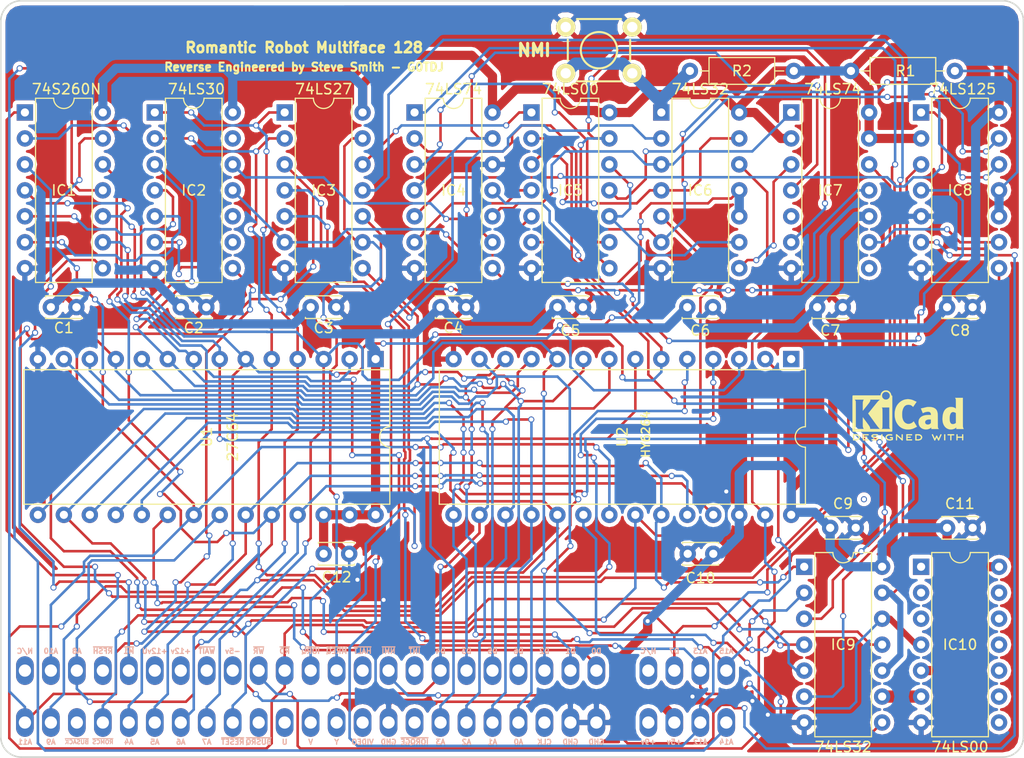
<source format=kicad_pcb>
(kicad_pcb (version 4) (host pcbnew 4.0.5)
  (layers (0 F.Cu signal) (31 B.Cu signal) (34 B.Paste user) (35 F.Paste user) (36 B.SilkS user) (37 F.SilkS user) (38 B.Mask user) (39 F.Mask user) (44 Edge.Cuts user))
  (net 0 "")
  (net 1 ~NMI)
  (net 2 A8)
  (net 3 A13)
  (net 4 A7)
  (net 5 A3)
  (net 6 ~M1)
  (net 7 A4)
  (net 8 A12)
  (net 9 A11)
  (net 10 "Net-(IC1-Pad5)")
  (net 11 A9)
  (net 12 "Net-(IC1-Pad6)")
  (net 13 A10)
  (net 14 A6)
  (net 15 "Net-(IC2-Pad8)")
  (net 16 A5)
  (net 17 A2)
  (net 18 "Net-(IC2-Pad11)")
  (net 19 "Net-(IC2-Pad12)")
  (net 20 A1)
  (net 21 GND)
  (net 22 "Net-(IC3-Pad8)")
  (net 23 ~IORQ)
  (net 24 A14)
  (net 25 A15)
  (net 26 "Net-(IC3-Pad11)")
  (net 27 ~MREQ)
  (net 28 "Net-(IC3-Pad12)")
  (net 29 "Net-(IC4-Pad1)")
  (net 30 "Net-(IC4-Pad8)")
  (net 31 "Net-(IC4-Pad2)")
  (net 32 "Net-(IC4-Pad3)")
  (net 33 "Net-(IC4-Pad10)")
  (net 34 ~RESET)
  (net 35 "Net-(IC4-Pad11)")
  (net 36 "Net-(IC4-Pad5)")
  (net 37 "Net-(IC4-Pad6)")
  (net 38 "Net-(IC5-Pad13)")
  (net 39 "Net-(IC5-Pad3)")
  (net 40 "Net-(IC5-Pad11)")
  (net 41 "Net-(IC5-Pad6)")
  (net 42 NMI_SW)
  (net 43 "Net-(IC6-Pad8)")
  (net 44 ~RD)
  (net 45 ~WR)
  (net 46 "Net-(IC7-Pad8)")
  (net 47 "Net-(IC7-Pad9)")
  (net 48 "Net-(IC7-Pad5)")
  (net 49 D3)
  (net 50 D7)
  (net 51 ~ROMCS)
  (net 52 "Net-(IC8-Pad10)")
  (net 53 ~CS1)
  (net 54 "Net-(IC10-Pad6)")
  (net 55 ~CE)
  (net 56 "Net-(IC10-Pad1)")
  (net 57 "Net-(IC10-Pad8)")
  (net 58 "Net-(IC10-Pad2)")
  (net 59 "Net-(IC10-Pad9)")
  (net 60 "Net-(IC10-Pad3)")
  (net 61 "Net-(IC10-Pad10)")
  (net 62 "Net-(IC10-Pad11)")
  (net 63 "Net-(IC10-Pad12)")
  (net 64 "Net-(IC10-Pad13)")
  (net 65 ~BUSACK)
  (net 66 "Net-(P1-Pad28A)")
  (net 67 ~RFSH)
  (net 68 -12volts_us)
  (net 69 +12volts)
  (net 70 ~WAIT)
  (net 71 +5volts)
  (net 72 "Net-(P1-Pad4A)")
  (net 73 +9volts)
  (net 74 D0)
  (net 75 D1)
  (net 76 D2)
  (net 77 CLK)
  (net 78 D6)
  (net 79 A0)
  (net 80 D5)
  (net 81 D4)
  (net 82 ~INT)
  (net 83 ~IORQGE)
  (net 84 ~HALT)
  (net 85 VIDEO)
  (net 86 y)
  (net 87 v)
  (net 88 u)
  (net 89 ~BUSRQ)
  (net 90 -5volts)
  (net 91 "Net-(U2-Pad1)")
  (module Housings_DIP:DIP-14_W7.62mm (layer F.Cu) (at 148.59 74.93)
    (fp_text reference IC6 hide)
    (fp_text value 74LS32 (at 3.81 -2.286) (layer F.SilkS))
    (fp_text user %R (at 3.81 7.62) (layer F.SilkS))
    (pad 1 thru_hole rect (at 0 0) (size 1.6 1.6) (drill 0.8) (layers *.Cu *.Mask) (net 42 NMI_SW))
    (pad 8 thru_hole oval (at 7.62 15.24) (size 1.6 1.6) (drill 0.8) (layers *.Cu *.Mask) (net 43 "Net-(IC6-Pad8)"))
    (pad 2 thru_hole oval (at 0 2.54) (size 1.6 1.6) (drill 0.8) (layers *.Cu *.Mask) (net 19 "Net-(IC2-Pad12)"))
    (pad 9 thru_hole oval (at 7.62 12.7) (size 1.6 1.6) (drill 0.8) (layers *.Cu *.Mask) (net 4 A7))
    (pad 3 thru_hole oval (at 0 5.08) (size 1.6 1.6) (drill 0.8) (layers *.Cu *.Mask) (net 33 "Net-(IC4-Pad10)"))
    (pad 10 thru_hole oval (at 7.62 10.16) (size 1.6 1.6) (drill 0.8) (layers *.Cu *.Mask) (net 35 "Net-(IC4-Pad11)"))
    (pad 4 thru_hole oval (at 0 7.62) (size 1.6 1.6) (drill 0.8) (layers *.Cu *.Mask) (net 39 "Net-(IC5-Pad3)"))
    (pad 11 thru_hole oval (at 7.62 7.62) (size 1.6 1.6) (drill 0.8) (layers *.Cu *.Mask) (net 35 "Net-(IC4-Pad11)"))
    (pad 5 thru_hole oval (at 0 10.16) (size 1.6 1.6) (drill 0.8) (layers *.Cu *.Mask) (net 44 ~RD))
    (pad 12 thru_hole oval (at 7.62 5.08) (size 1.6 1.6) (drill 0.8) (layers *.Cu *.Mask) (net 45 ~WR))
    (pad 6 thru_hole oval (at 0 12.7) (size 1.6 1.6) (drill 0.8) (layers *.Cu *.Mask) (net 32 "Net-(IC4-Pad3)"))
    (pad 13 thru_hole oval (at 7.62 2.54) (size 1.6 1.6) (drill 0.8) (layers *.Cu *.Mask) (net 39 "Net-(IC5-Pad3)"))
    (pad 7 thru_hole oval (at 0 15.24) (size 1.6 1.6) (drill 0.8) (layers *.Cu *.Mask) (net 21 GND))
    (pad 14 thru_hole oval (at 7.62 0) (size 1.6 1.6) (drill 0.8) (layers *.Cu *.Mask) (net 71 +5volts))
  )
  (module Capacitors_THT:C_Disc_D3.4mm_W2.1mm_P2.50mm (layer F.Cu) (at 88.9 93.98)
    (fp_text reference C1 hide)
    (fp_text value 100n hide)
    (fp_text user %R (at 1.27 2.032) (layer F.SilkS))
    (pad 1 thru_hole circle (at 0 0) (size 1.6 1.6) (drill 0.8) (layers *.Cu *.Mask) (net 71 +5volts))
    (pad 2 thru_hole circle (at 2.5 0) (size 1.6 1.6) (drill 0.8) (layers *.Cu *.Mask) (net 21 GND))
  )
  (module Capacitors_THT:C_Disc_D3.4mm_W2.1mm_P2.50mm (layer F.Cu) (at 101.6 93.98)
    (fp_text reference C2 hide)
    (fp_text value 100n hide)
    (fp_text user %R (at 1.27 2.032) (layer F.SilkS))
    (pad 1 thru_hole circle (at 0 0) (size 1.6 1.6) (drill 0.8) (layers *.Cu *.Mask) (net 71 +5volts))
    (pad 2 thru_hole circle (at 2.5 0) (size 1.6 1.6) (drill 0.8) (layers *.Cu *.Mask) (net 21 GND))
  )
  (module Capacitors_THT:C_Disc_D3.4mm_W2.1mm_P2.50mm (layer F.Cu) (at 114.3 93.98)
    (fp_text reference C3 hide)
    (fp_text value 100n hide)
    (fp_text user %R (at 1.27 2.032) (layer F.SilkS))
    (pad 1 thru_hole circle (at 0 0) (size 1.6 1.6) (drill 0.8) (layers *.Cu *.Mask) (net 71 +5volts))
    (pad 2 thru_hole circle (at 2.5 0) (size 1.6 1.6) (drill 0.8) (layers *.Cu *.Mask) (net 21 GND))
  )
  (module Capacitors_THT:C_Disc_D3.4mm_W2.1mm_P2.50mm (layer F.Cu) (at 127 93.98)
    (fp_text reference C4 hide)
    (fp_text value 100n hide)
    (fp_text user %R (at 1.27 2.032) (layer F.SilkS))
    (pad 1 thru_hole circle (at 0 0) (size 1.6 1.6) (drill 0.8) (layers *.Cu *.Mask) (net 71 +5volts))
    (pad 2 thru_hole circle (at 2.5 0) (size 1.6 1.6) (drill 0.8) (layers *.Cu *.Mask) (net 21 GND))
  )
  (module Capacitors_THT:C_Disc_D3.4mm_W2.1mm_P2.50mm (layer F.Cu) (at 138.43 93.98)
    (fp_text reference C5 hide)
    (fp_text value 100n hide)
    (fp_text user %R (at 1.27 2.286) (layer F.SilkS))
    (pad 1 thru_hole circle (at 0 0) (size 1.6 1.6) (drill 0.8) (layers *.Cu *.Mask) (net 71 +5volts))
    (pad 2 thru_hole circle (at 2.5 0) (size 1.6 1.6) (drill 0.8) (layers *.Cu *.Mask) (net 21 GND))
  )
  (module Capacitors_THT:C_Disc_D3.4mm_W2.1mm_P2.50mm (layer F.Cu) (at 151.13 93.98)
    (fp_text reference C6 hide)
    (fp_text value 100n hide)
    (fp_text user %R (at 1.27 2.286) (layer F.SilkS))
    (pad 1 thru_hole circle (at 0 0) (size 1.6 1.6) (drill 0.8) (layers *.Cu *.Mask) (net 71 +5volts))
    (pad 2 thru_hole circle (at 2.5 0) (size 1.6 1.6) (drill 0.8) (layers *.Cu *.Mask) (net 21 GND))
  )
  (module Capacitors_THT:C_Disc_D3.4mm_W2.1mm_P2.50mm (layer F.Cu) (at 163.83 93.98)
    (fp_text reference C7 hide)
    (fp_text value 100n hide)
    (fp_text user %R (at 1.27 2.286) (layer F.SilkS))
    (pad 1 thru_hole circle (at 0 0) (size 1.6 1.6) (drill 0.8) (layers *.Cu *.Mask) (net 71 +5volts))
    (pad 2 thru_hole circle (at 2.5 0) (size 1.6 1.6) (drill 0.8) (layers *.Cu *.Mask) (net 21 GND))
  )
  (module Capacitors_THT:C_Disc_D3.4mm_W2.1mm_P2.50mm (layer F.Cu) (at 176.53 93.98)
    (fp_text reference C8 hide)
    (fp_text value 100n hide)
    (fp_text user %R (at 1.27 2.286) (layer F.SilkS))
    (pad 1 thru_hole circle (at 0 0) (size 1.6 1.6) (drill 0.8) (layers *.Cu *.Mask) (net 71 +5volts))
    (pad 2 thru_hole circle (at 2.5 0) (size 1.6 1.6) (drill 0.8) (layers *.Cu *.Mask) (net 21 GND))
  )
  (module Capacitors_THT:C_Disc_D3.4mm_W2.1mm_P2.50mm (layer F.Cu) (at 165.1 115.57)
    (fp_text reference C9 (at 1.25 -2.36) (layer F.SilkS))
    (fp_text value 100n hide)
    (pad 1 thru_hole circle (at 0 0) (size 1.6 1.6) (drill 0.8) (layers *.Cu *.Mask) (net 71 +5volts))
    (pad 2 thru_hole circle (at 2.5 0) (size 1.6 1.6) (drill 0.8) (layers *.Cu *.Mask) (net 21 GND))
  )
  (module Capacitors_THT:C_Disc_D3.4mm_W2.1mm_P2.50mm (layer F.Cu) (at 153.67 118.11 180)
    (fp_text reference C10 (at 1.25 -2.36 180) (layer F.SilkS))
    (fp_text value 100n hide)
    (pad 1 thru_hole circle (at 0 0 180) (size 1.6 1.6) (drill 0.8) (layers *.Cu *.Mask) (net 71 +5volts))
    (pad 2 thru_hole circle (at 2.5 0 180) (size 1.6 1.6) (drill 0.8) (layers *.Cu *.Mask) (net 21 GND))
  )
  (module Capacitors_THT:C_Disc_D3.4mm_W2.1mm_P2.50mm (layer F.Cu) (at 176.53 115.57)
    (fp_text reference C11 (at 1.25 -2.36) (layer F.SilkS))
    (fp_text value 100n hide)
    (pad 1 thru_hole circle (at 0 0) (size 1.6 1.6) (drill 0.8) (layers *.Cu *.Mask) (net 71 +5volts))
    (pad 2 thru_hole circle (at 2.5 0) (size 1.6 1.6) (drill 0.8) (layers *.Cu *.Mask) (net 21 GND))
  )
  (module Capacitors_THT:C_Disc_D3.4mm_W2.1mm_P2.50mm (layer F.Cu) (at 115.57 118.11)
    (fp_text reference C12 (at 1.27 2.286) (layer F.SilkS))
    (fp_text value 100n hide)
    (pad 1 thru_hole circle (at 0 0) (size 1.6 1.6) (drill 0.8) (layers *.Cu *.Mask) (net 71 +5volts))
    (pad 2 thru_hole circle (at 2.5 0) (size 1.6 1.6) (drill 0.8) (layers *.Cu *.Mask) (net 21 GND))
  )
  (module Housings_DIP:DIP-14_W7.62mm (layer F.Cu) (at 86.36 74.93)
    (fp_text reference IC1 hide)
    (fp_text value 74S260N (at 4.064 -2.286) (layer F.SilkS))
    (fp_text user %R (at 3.81 7.62) (layer F.SilkS))
    (pad 1 thru_hole rect (at 0 0) (size 1.6 1.6) (drill 0.8) (layers *.Cu *.Mask) (net 2 A8))
    (pad 8 thru_hole oval (at 7.62 15.24) (size 1.6 1.6) (drill 0.8) (layers *.Cu *.Mask) (net 3 A13))
    (pad 2 thru_hole oval (at 0 2.54) (size 1.6 1.6) (drill 0.8) (layers *.Cu *.Mask) (net 4 A7))
    (pad 9 thru_hole oval (at 7.62 12.7) (size 1.6 1.6) (drill 0.8) (layers *.Cu *.Mask) (net 5 A3))
    (pad 3 thru_hole oval (at 0 5.08) (size 1.6 1.6) (drill 0.8) (layers *.Cu *.Mask) (net 6 ~M1))
    (pad 10 thru_hole oval (at 7.62 10.16) (size 1.6 1.6) (drill 0.8) (layers *.Cu *.Mask) (net 7 A4))
    (pad 4 thru_hole oval (at 0 7.62) (size 1.6 1.6) (drill 0.8) (layers *.Cu *.Mask) (net 8 A12))
    (pad 11 thru_hole oval (at 7.62 7.62) (size 1.6 1.6) (drill 0.8) (layers *.Cu *.Mask) (net 9 A11))
    (pad 5 thru_hole oval (at 0 10.16) (size 1.6 1.6) (drill 0.8) (layers *.Cu *.Mask) (net 10 "Net-(IC1-Pad5)"))
    (pad 12 thru_hole oval (at 7.62 5.08) (size 1.6 1.6) (drill 0.8) (layers *.Cu *.Mask) (net 11 A9))
    (pad 6 thru_hole oval (at 0 12.7) (size 1.6 1.6) (drill 0.8) (layers *.Cu *.Mask) (net 12 "Net-(IC1-Pad6)"))
    (pad 13 thru_hole oval (at 7.62 2.54) (size 1.6 1.6) (drill 0.8) (layers *.Cu *.Mask) (net 13 A10))
    (pad 7 thru_hole oval (at 0 15.24) (size 1.6 1.6) (drill 0.8) (layers *.Cu *.Mask) (net 21 GND))
    (pad 14 thru_hole oval (at 7.62 0) (size 1.6 1.6) (drill 0.8) (layers *.Cu *.Mask) (net 71 +5volts))
  )
  (module Housings_DIP:DIP-14_W7.62mm (layer F.Cu) (at 99.06 74.93)
    (fp_text reference IC2 hide)
    (fp_text value 74LS30 (at 4.064 -2.286) (layer F.SilkS))
    (fp_text user %R (at 3.81 7.62) (layer F.SilkS))
    (pad 1 thru_hole rect (at 0 0) (size 1.6 1.6) (drill 0.8) (layers *.Cu *.Mask) (net 14 A6))
    (pad 8 thru_hole oval (at 7.62 15.24) (size 1.6 1.6) (drill 0.8) (layers *.Cu *.Mask) (net 15 "Net-(IC2-Pad8)"))
    (pad 2 thru_hole oval (at 0 2.54) (size 1.6 1.6) (drill 0.8) (layers *.Cu *.Mask) (net 16 A5))
    (pad 9 thru_hole oval (at 7.62 12.7) (size 1.6 1.6) (drill 0.8) (layers *.Cu *.Mask))
    (pad 3 thru_hole oval (at 0 5.08) (size 1.6 1.6) (drill 0.8) (layers *.Cu *.Mask) (net 17 A2))
    (pad 10 thru_hole oval (at 7.62 10.16) (size 1.6 1.6) (drill 0.8) (layers *.Cu *.Mask))
    (pad 4 thru_hole oval (at 0 7.62) (size 1.6 1.6) (drill 0.8) (layers *.Cu *.Mask) (net 10 "Net-(IC1-Pad5)"))
    (pad 11 thru_hole oval (at 7.62 7.62) (size 1.6 1.6) (drill 0.8) (layers *.Cu *.Mask) (net 18 "Net-(IC2-Pad11)"))
    (pad 5 thru_hole oval (at 0 10.16) (size 1.6 1.6) (drill 0.8) (layers *.Cu *.Mask) (net 12 "Net-(IC1-Pad6)"))
    (pad 12 thru_hole oval (at 7.62 5.08) (size 1.6 1.6) (drill 0.8) (layers *.Cu *.Mask) (net 19 "Net-(IC2-Pad12)"))
    (pad 6 thru_hole oval (at 0 12.7) (size 1.6 1.6) (drill 0.8) (layers *.Cu *.Mask) (net 20 A1))
    (pad 13 thru_hole oval (at 7.62 2.54) (size 1.6 1.6) (drill 0.8) (layers *.Cu *.Mask))
    (pad 7 thru_hole oval (at 0 15.24) (size 1.6 1.6) (drill 0.8) (layers *.Cu *.Mask) (net 21 GND))
    (pad 14 thru_hole oval (at 7.62 0) (size 1.6 1.6) (drill 0.8) (layers *.Cu *.Mask) (net 71 +5volts))
  )
  (module Housings_DIP:DIP-14_W7.62mm (layer F.Cu) (at 111.76 74.93)
    (fp_text reference IC3 hide)
    (fp_text value 74LS27 (at 3.81 -2.286) (layer F.SilkS))
    (fp_text user %R (at 3.81 7.62) (layer F.SilkS))
    (pad 1 thru_hole rect (at 0 0) (size 1.6 1.6) (drill 0.8) (layers *.Cu *.Mask) (net 14 A6))
    (pad 8 thru_hole oval (at 7.62 15.24) (size 1.6 1.6) (drill 0.8) (layers *.Cu *.Mask) (net 22 "Net-(IC3-Pad8)"))
    (pad 2 thru_hole oval (at 0 2.54) (size 1.6 1.6) (drill 0.8) (layers *.Cu *.Mask) (net 16 A5))
    (pad 9 thru_hole oval (at 7.62 12.7) (size 1.6 1.6) (drill 0.8) (layers *.Cu *.Mask) (net 23 ~IORQ))
    (pad 3 thru_hole oval (at 0 5.08) (size 1.6 1.6) (drill 0.8) (layers *.Cu *.Mask) (net 24 A14))
    (pad 10 thru_hole oval (at 7.62 10.16) (size 1.6 1.6) (drill 0.8) (layers *.Cu *.Mask) (net 20 A1))
    (pad 4 thru_hole oval (at 0 7.62) (size 1.6 1.6) (drill 0.8) (layers *.Cu *.Mask) (net 25 A15))
    (pad 11 thru_hole oval (at 7.62 7.62) (size 1.6 1.6) (drill 0.8) (layers *.Cu *.Mask) (net 26 "Net-(IC3-Pad11)"))
    (pad 5 thru_hole oval (at 0 10.16) (size 1.6 1.6) (drill 0.8) (layers *.Cu *.Mask) (net 27 ~MREQ))
    (pad 12 thru_hole oval (at 7.62 5.08) (size 1.6 1.6) (drill 0.8) (layers *.Cu *.Mask) (net 28 "Net-(IC3-Pad12)"))
    (pad 6 thru_hole oval (at 0 12.7) (size 1.6 1.6) (drill 0.8) (layers *.Cu *.Mask) (net 18 "Net-(IC2-Pad11)"))
    (pad 13 thru_hole oval (at 7.62 2.54) (size 1.6 1.6) (drill 0.8) (layers *.Cu *.Mask) (net 23 ~IORQ))
    (pad 7 thru_hole oval (at 0 15.24) (size 1.6 1.6) (drill 0.8) (layers *.Cu *.Mask) (net 21 GND))
    (pad 14 thru_hole oval (at 7.62 0) (size 1.6 1.6) (drill 0.8) (layers *.Cu *.Mask) (net 71 +5volts))
  )
  (module Housings_DIP:DIP-14_W7.62mm (layer F.Cu) (at 124.46 74.93)
    (fp_text reference IC4 hide)
    (fp_text value 74LS74 (at 3.81 -2.286) (layer F.SilkS))
    (fp_text user %R (at 3.81 7.62) (layer F.SilkS))
    (pad 1 thru_hole rect (at 0 0) (size 1.6 1.6) (drill 0.8) (layers *.Cu *.Mask) (net 29 "Net-(IC4-Pad1)"))
    (pad 8 thru_hole oval (at 7.62 15.24) (size 1.6 1.6) (drill 0.8) (layers *.Cu *.Mask) (net 30 "Net-(IC4-Pad8)"))
    (pad 2 thru_hole oval (at 0 2.54) (size 1.6 1.6) (drill 0.8) (layers *.Cu *.Mask) (net 31 "Net-(IC4-Pad2)"))
    (pad 9 thru_hole oval (at 7.62 12.7) (size 1.6 1.6) (drill 0.8) (layers *.Cu *.Mask) (net 19 "Net-(IC2-Pad12)"))
    (pad 3 thru_hole oval (at 0 5.08) (size 1.6 1.6) (drill 0.8) (layers *.Cu *.Mask) (net 32 "Net-(IC4-Pad3)"))
    (pad 10 thru_hole oval (at 7.62 10.16) (size 1.6 1.6) (drill 0.8) (layers *.Cu *.Mask) (net 33 "Net-(IC4-Pad10)"))
    (pad 4 thru_hole oval (at 0 7.62) (size 1.6 1.6) (drill 0.8) (layers *.Cu *.Mask) (net 34 ~RESET))
    (pad 11 thru_hole oval (at 7.62 7.62) (size 1.6 1.6) (drill 0.8) (layers *.Cu *.Mask) (net 35 "Net-(IC4-Pad11)"))
    (pad 5 thru_hole oval (at 0 10.16) (size 1.6 1.6) (drill 0.8) (layers *.Cu *.Mask) (net 36 "Net-(IC4-Pad5)"))
    (pad 12 thru_hole oval (at 7.62 5.08) (size 1.6 1.6) (drill 0.8) (layers *.Cu *.Mask) (net 21 GND))
    (pad 6 thru_hole oval (at 0 12.7) (size 1.6 1.6) (drill 0.8) (layers *.Cu *.Mask) (net 37 "Net-(IC4-Pad6)"))
    (pad 13 thru_hole oval (at 7.62 2.54) (size 1.6 1.6) (drill 0.8) (layers *.Cu *.Mask) (net 34 ~RESET))
    (pad 7 thru_hole oval (at 0 15.24) (size 1.6 1.6) (drill 0.8) (layers *.Cu *.Mask) (net 21 GND))
    (pad 14 thru_hole oval (at 7.62 0) (size 1.6 1.6) (drill 0.8) (layers *.Cu *.Mask) (net 71 +5volts))
  )
  (module Housings_DIP:DIP-14_W7.62mm (layer F.Cu) (at 135.89 74.93)
    (fp_text reference IC5 hide)
    (fp_text value 74LS00 (at 3.81 -2.286) (layer F.SilkS))
    (fp_text user %R (at 3.81 7.62) (layer F.SilkS))
    (pad 1 thru_hole rect (at 0 0) (size 1.6 1.6) (drill 0.8) (layers *.Cu *.Mask) (net 28 "Net-(IC3-Pad12)"))
    (pad 8 thru_hole oval (at 7.62 15.24) (size 1.6 1.6) (drill 0.8) (layers *.Cu *.Mask) (net 31 "Net-(IC4-Pad2)"))
    (pad 2 thru_hole oval (at 0 2.54) (size 1.6 1.6) (drill 0.8) (layers *.Cu *.Mask) (net 7 A4))
    (pad 9 thru_hole oval (at 7.62 12.7) (size 1.6 1.6) (drill 0.8) (layers *.Cu *.Mask) (net 38 "Net-(IC5-Pad13)"))
    (pad 3 thru_hole oval (at 0 5.08) (size 1.6 1.6) (drill 0.8) (layers *.Cu *.Mask) (net 39 "Net-(IC5-Pad3)"))
    (pad 10 thru_hole oval (at 7.62 10.16) (size 1.6 1.6) (drill 0.8) (layers *.Cu *.Mask) (net 4 A7))
    (pad 4 thru_hole oval (at 0 7.62) (size 1.6 1.6) (drill 0.8) (layers *.Cu *.Mask) (net 37 "Net-(IC4-Pad6)"))
    (pad 11 thru_hole oval (at 7.62 7.62) (size 1.6 1.6) (drill 0.8) (layers *.Cu *.Mask) (net 40 "Net-(IC5-Pad11)"))
    (pad 5 thru_hole oval (at 0 10.16) (size 1.6 1.6) (drill 0.8) (layers *.Cu *.Mask) (net 18 "Net-(IC2-Pad11)"))
    (pad 12 thru_hole oval (at 7.62 5.08) (size 1.6 1.6) (drill 0.8) (layers *.Cu *.Mask) (net 4 A7))
    (pad 6 thru_hole oval (at 0 12.7) (size 1.6 1.6) (drill 0.8) (layers *.Cu *.Mask) (net 41 "Net-(IC5-Pad6)"))
    (pad 13 thru_hole oval (at 7.62 2.54) (size 1.6 1.6) (drill 0.8) (layers *.Cu *.Mask) (net 38 "Net-(IC5-Pad13)"))
    (pad 7 thru_hole oval (at 0 15.24) (size 1.6 1.6) (drill 0.8) (layers *.Cu *.Mask) (net 21 GND))
    (pad 14 thru_hole oval (at 7.62 0) (size 1.6 1.6) (drill 0.8) (layers *.Cu *.Mask) (net 71 +5volts))
  )
  (module Housings_DIP:DIP-14_W7.62mm (layer F.Cu) (at 161.29 74.93)
    (fp_text reference IC7 hide)
    (fp_text value 74LS74 (at 4.064 -2.286) (layer F.SilkS))
    (fp_text user %R (at 3.81 7.62) (layer F.SilkS))
    (pad 1 thru_hole rect (at 0 0) (size 1.6 1.6) (drill 0.8) (layers *.Cu *.Mask) (net 33 "Net-(IC4-Pad10)"))
    (pad 8 thru_hole oval (at 7.62 15.24) (size 1.6 1.6) (drill 0.8) (layers *.Cu *.Mask) (net 46 "Net-(IC7-Pad8)"))
    (pad 2 thru_hole oval (at 0 2.54) (size 1.6 1.6) (drill 0.8) (layers *.Cu *.Mask) (net 71 +5volts))
    (pad 9 thru_hole oval (at 7.62 12.7) (size 1.6 1.6) (drill 0.8) (layers *.Cu *.Mask) (net 47 "Net-(IC7-Pad9)"))
    (pad 3 thru_hole oval (at 0 5.08) (size 1.6 1.6) (drill 0.8) (layers *.Cu *.Mask) (net 43 "Net-(IC6-Pad8)"))
    (pad 10 thru_hole oval (at 7.62 10.16) (size 1.6 1.6) (drill 0.8) (layers *.Cu *.Mask) (net 71 +5volts))
    (pad 4 thru_hole oval (at 0 7.62) (size 1.6 1.6) (drill 0.8) (layers *.Cu *.Mask) (net 34 ~RESET))
    (pad 11 thru_hole oval (at 7.62 7.62) (size 1.6 1.6) (drill 0.8) (layers *.Cu *.Mask) (net 22 "Net-(IC3-Pad8)"))
    (pad 5 thru_hole oval (at 0 10.16) (size 1.6 1.6) (drill 0.8) (layers *.Cu *.Mask) (net 48 "Net-(IC7-Pad5)"))
    (pad 12 thru_hole oval (at 7.62 5.08) (size 1.6 1.6) (drill 0.8) (layers *.Cu *.Mask) (net 49 D3))
    (pad 6 thru_hole oval (at 0 12.7) (size 1.6 1.6) (drill 0.8) (layers *.Cu *.Mask) (net 38 "Net-(IC5-Pad13)"))
    (pad 13 thru_hole oval (at 7.62 2.54) (size 1.6 1.6) (drill 0.8) (layers *.Cu *.Mask) (net 71 +5volts))
    (pad 7 thru_hole oval (at 0 15.24) (size 1.6 1.6) (drill 0.8) (layers *.Cu *.Mask) (net 21 GND))
    (pad 14 thru_hole oval (at 7.62 0) (size 1.6 1.6) (drill 0.8) (layers *.Cu *.Mask) (net 71 +5volts))
  )
  (module Housings_DIP:DIP-14_W7.62mm (layer F.Cu) (at 173.99 74.93)
    (fp_text reference IC8 hide)
    (fp_text value 74LS125 (at 4.064 -2.286) (layer F.SilkS))
    (fp_text user %R (at 3.81 7.62) (layer F.SilkS))
    (pad 1 thru_hole rect (at 0 0) (size 1.6 1.6) (drill 0.8) (layers *.Cu *.Mask) (net 36 "Net-(IC4-Pad5)"))
    (pad 8 thru_hole oval (at 7.62 15.24) (size 1.6 1.6) (drill 0.8) (layers *.Cu *.Mask) (net 50 D7))
    (pad 2 thru_hole oval (at 0 2.54) (size 1.6 1.6) (drill 0.8) (layers *.Cu *.Mask) (net 71 +5volts))
    (pad 9 thru_hole oval (at 7.62 12.7) (size 1.6 1.6) (drill 0.8) (layers *.Cu *.Mask) (net 47 "Net-(IC7-Pad9)"))
    (pad 3 thru_hole oval (at 0 5.08) (size 1.6 1.6) (drill 0.8) (layers *.Cu *.Mask) (net 51 ~ROMCS))
    (pad 10 thru_hole oval (at 7.62 10.16) (size 1.6 1.6) (drill 0.8) (layers *.Cu *.Mask) (net 52 "Net-(IC8-Pad10)"))
    (pad 4 thru_hole oval (at 0 7.62) (size 1.6 1.6) (drill 0.8) (layers *.Cu *.Mask) (net 30 "Net-(IC4-Pad8)"))
    (pad 11 thru_hole oval (at 7.62 7.62) (size 1.6 1.6) (drill 0.8) (layers *.Cu *.Mask) (net 52 "Net-(IC8-Pad10)"))
    (pad 5 thru_hole oval (at 0 10.16) (size 1.6 1.6) (drill 0.8) (layers *.Cu *.Mask) (net 21 GND))
    (pad 12 thru_hole oval (at 7.62 5.08) (size 1.6 1.6) (drill 0.8) (layers *.Cu *.Mask) (net 40 "Net-(IC5-Pad11)"))
    (pad 6 thru_hole oval (at 0 12.7) (size 1.6 1.6) (drill 0.8) (layers *.Cu *.Mask) (net 1 ~NMI))
    (pad 13 thru_hole oval (at 7.62 2.54) (size 1.6 1.6) (drill 0.8) (layers *.Cu *.Mask) (net 32 "Net-(IC4-Pad3)"))
    (pad 7 thru_hole oval (at 0 15.24) (size 1.6 1.6) (drill 0.8) (layers *.Cu *.Mask) (net 21 GND))
    (pad 14 thru_hole oval (at 7.62 0) (size 1.6 1.6) (drill 0.8) (layers *.Cu *.Mask) (net 71 +5volts))
  )
  (module Housings_DIP:DIP-14_W7.62mm (layer F.Cu) (at 162.56 119.38)
    (fp_text reference IC9 hide)
    (fp_text value 74LS32 (at 3.81 17.63) (layer F.SilkS))
    (fp_text user %R (at 3.81 7.62) (layer F.SilkS))
    (pad 1 thru_hole rect (at 0 0) (size 1.6 1.6) (drill 0.8) (layers *.Cu *.Mask) (net 9 A11))
    (pad 8 thru_hole oval (at 7.62 15.24) (size 1.6 1.6) (drill 0.8) (layers *.Cu *.Mask) (net 53 ~CS1))
    (pad 2 thru_hole oval (at 0 2.54) (size 1.6 1.6) (drill 0.8) (layers *.Cu *.Mask) (net 25 A15))
    (pad 9 thru_hole oval (at 7.62 12.7) (size 1.6 1.6) (drill 0.8) (layers *.Cu *.Mask) (net 54 "Net-(IC10-Pad6)"))
    (pad 3 thru_hole oval (at 0 5.08) (size 1.6 1.6) (drill 0.8) (layers *.Cu *.Mask) (net 26 "Net-(IC3-Pad11)"))
    (pad 10 thru_hole oval (at 7.62 10.16) (size 1.6 1.6) (drill 0.8) (layers *.Cu *.Mask) (net 41 "Net-(IC5-Pad6)"))
    (pad 4 thru_hole oval (at 0 7.62) (size 1.6 1.6) (drill 0.8) (layers *.Cu *.Mask) (net 44 ~RD))
    (pad 11 thru_hole oval (at 7.62 7.62) (size 1.6 1.6) (drill 0.8) (layers *.Cu *.Mask) (net 55 ~CE))
    (pad 5 thru_hole oval (at 0 10.16) (size 1.6 1.6) (drill 0.8) (layers *.Cu *.Mask) (net 15 "Net-(IC2-Pad8)"))
    (pad 12 thru_hole oval (at 7.62 5.08) (size 1.6 1.6) (drill 0.8) (layers *.Cu *.Mask) (net 3 A13))
    (pad 6 thru_hole oval (at 0 12.7) (size 1.6 1.6) (drill 0.8) (layers *.Cu *.Mask) (net 29 "Net-(IC4-Pad1)"))
    (pad 13 thru_hole oval (at 7.62 2.54) (size 1.6 1.6) (drill 0.8) (layers *.Cu *.Mask) (net 41 "Net-(IC5-Pad6)"))
    (pad 7 thru_hole oval (at 0 15.24) (size 1.6 1.6) (drill 0.8) (layers *.Cu *.Mask) (net 21 GND))
    (pad 14 thru_hole oval (at 7.62 0) (size 1.6 1.6) (drill 0.8) (layers *.Cu *.Mask) (net 71 +5volts))
  )
  (module Housings_DIP:DIP-14_W7.62mm (layer F.Cu) (at 173.99 119.38)
    (fp_text reference IC10 hide)
    (fp_text value 74LS00 (at 3.81 17.63) (layer F.SilkS))
    (fp_text user %R (at 3.81 7.62) (layer F.SilkS))
    (pad 1 thru_hole rect (at 0 0) (size 1.6 1.6) (drill 0.8) (layers *.Cu *.Mask) (net 56 "Net-(IC10-Pad1)"))
    (pad 8 thru_hole oval (at 7.62 15.24) (size 1.6 1.6) (drill 0.8) (layers *.Cu *.Mask) (net 57 "Net-(IC10-Pad8)"))
    (pad 2 thru_hole oval (at 0 2.54) (size 1.6 1.6) (drill 0.8) (layers *.Cu *.Mask) (net 58 "Net-(IC10-Pad2)"))
    (pad 9 thru_hole oval (at 7.62 12.7) (size 1.6 1.6) (drill 0.8) (layers *.Cu *.Mask) (net 59 "Net-(IC10-Pad9)"))
    (pad 3 thru_hole oval (at 0 5.08) (size 1.6 1.6) (drill 0.8) (layers *.Cu *.Mask) (net 60 "Net-(IC10-Pad3)"))
    (pad 10 thru_hole oval (at 7.62 10.16) (size 1.6 1.6) (drill 0.8) (layers *.Cu *.Mask) (net 61 "Net-(IC10-Pad10)"))
    (pad 4 thru_hole oval (at 0 7.62) (size 1.6 1.6) (drill 0.8) (layers *.Cu *.Mask) (net 3 A13))
    (pad 11 thru_hole oval (at 7.62 7.62) (size 1.6 1.6) (drill 0.8) (layers *.Cu *.Mask) (net 62 "Net-(IC10-Pad11)"))
    (pad 5 thru_hole oval (at 0 10.16) (size 1.6 1.6) (drill 0.8) (layers *.Cu *.Mask) (net 71 +5volts))
    (pad 12 thru_hole oval (at 7.62 5.08) (size 1.6 1.6) (drill 0.8) (layers *.Cu *.Mask) (net 63 "Net-(IC10-Pad12)"))
    (pad 6 thru_hole oval (at 0 12.7) (size 1.6 1.6) (drill 0.8) (layers *.Cu *.Mask) (net 54 "Net-(IC10-Pad6)"))
    (pad 13 thru_hole oval (at 7.62 2.54) (size 1.6 1.6) (drill 0.8) (layers *.Cu *.Mask) (net 64 "Net-(IC10-Pad13)"))
    (pad 7 thru_hole oval (at 0 15.24) (size 1.6 1.6) (drill 0.8) (layers *.Cu *.Mask) (net 21 GND))
    (pad 14 thru_hole oval (at 7.62 0) (size 1.6 1.6) (drill 0.8) (layers *.Cu *.Mask) (net 71 +5volts))
  )
  (module G0TDJ:Spectrum_Edge_Connector (layer B.Cu) (at 121.92 132.08 180)
    (fp_text reference P1 hide)
    (fp_text value SPECTRUM_EDGE-28x2)
    (fp_text user N/C (at 35.56 4.445 180) (layer B.SilkS) (effects (font (size 0.5 0.5) (thickness 0.125)) (justify mirror)))
    (fp_text user A10 (at 33.02 4.445 180) (layer B.SilkS) (effects (font (size 0.5 0.5) (thickness 0.125)) (justify mirror)))
    (fp_text user A11 (at 35.56 -4.445 180) (layer B.SilkS) (effects (font (size 0.5 0.5) (thickness 0.125)) (justify mirror)))
    (fp_text user A9 (at 33.02 -4.445 180) (layer B.SilkS) (effects (font (size 0.5 0.5) (thickness 0.125)) (justify mirror)))
    (fp_text user A8 (at 30.48 4.445 180) (layer B.SilkS) (effects (font (size 0.5 0.5) (thickness 0.125)) (justify mirror)))
    (fp_text user ~RFSH (at 27.94 4.445 180) (layer B.SilkS) (effects (font (size 0.5 0.5) (thickness 0.125)) (justify mirror)))
    (fp_text user ~M1 (at 25.4 4.445 180) (layer B.SilkS) (effects (font (size 0.5 0.5) (thickness 0.125)) (justify mirror)))
    (fp_text user +12vU (at 22.86 4.445 180) (layer B.SilkS) (effects (font (size 0.5 0.5) (thickness 0.125)) (justify mirror)))
    (fp_text user ~BUSACK (at 30.48 -4.445 180) (layer B.SilkS) (effects (font (size 0.4 0.4) (thickness 0.1)) (justify mirror)))
    (fp_text user ~ROMCS (at 27.94 -4.445 180) (layer B.SilkS) (effects (font (size 0.4 0.4) (thickness 0.1)) (justify mirror)))
    (fp_text user A4 (at 25.4 -4.445 180) (layer B.SilkS) (effects (font (size 0.5 0.5) (thickness 0.125)) (justify mirror)))
    (fp_text user A5 (at 22.86 -4.445 180) (layer B.SilkS) (effects (font (size 0.5 0.5) (thickness 0.125)) (justify mirror)))
    (fp_text user +12v (at 20.32 4.445 180) (layer B.SilkS) (effects (font (size 0.5 0.5) (thickness 0.125)) (justify mirror)))
    (fp_text user ~WAIT (at 17.78 4.445 180) (layer B.SilkS) (effects (font (size 0.5 0.5) (thickness 0.125)) (justify mirror)))
    (fp_text user -5v (at 15.24 4.445 180) (layer B.SilkS) (effects (font (size 0.5 0.5) (thickness 0.125)) (justify mirror)))
    (fp_text user ~WR (at 12.7 4.445 180) (layer B.SilkS) (effects (font (size 0.5 0.5) (thickness 0.125)) (justify mirror)))
    (fp_text user A6 (at 20.32 -4.445 180) (layer B.SilkS) (effects (font (size 0.5 0.5) (thickness 0.125)) (justify mirror)))
    (fp_text user A7 (at 17.78 -4.445 180) (layer B.SilkS) (effects (font (size 0.5 0.5) (thickness 0.125)) (justify mirror)))
    (fp_text user ~RESET (at 15.24 -4.445 180) (layer B.SilkS) (effects (font (size 0.5 0.5) (thickness 0.125)) (justify mirror)))
    (fp_text user ~BUSRQ (at 12.7 -4.445 180) (layer B.SilkS) (effects (font (size 0.5 0.5) (thickness 0.125)) (justify mirror)))
    (fp_text user ~RD (at 10.16 4.445 180) (layer B.SilkS) (effects (font (size 0.5 0.5) (thickness 0.125)) (justify mirror)))
    (fp_text user ~IORQ (at 7.62 4.445 180) (layer B.SilkS) (effects (font (size 0.5 0.5) (thickness 0.125)) (justify mirror)))
    (fp_text user ~MREQ (at 5.08 4.445 180) (layer B.SilkS) (effects (font (size 0.5 0.5) (thickness 0.125)) (justify mirror)))
    (fp_text user ~HALT (at 2.54 4.445 180) (layer B.SilkS) (effects (font (size 0.5 0.5) (thickness 0.125)) (justify mirror)))
    (fp_text user U (at 10.16 -4.445 180) (layer B.SilkS) (effects (font (size 0.5 0.5) (thickness 0.125)) (justify mirror)))
    (fp_text user V (at 7.62 -4.445 180) (layer B.SilkS) (effects (font (size 0.5 0.5) (thickness 0.125)) (justify mirror)))
    (fp_text user Y (at 5.08 -4.445 180) (layer B.SilkS) (effects (font (size 0.5 0.5) (thickness 0.125)) (justify mirror)))
    (fp_text user VIDEO (at 2.54 -4.445 180) (layer B.SilkS) (effects (font (size 0.5 0.5) (thickness 0.125)) (justify mirror)))
    (fp_text user GND (at 0 -4.445 180) (layer B.SilkS) (effects (font (size 0.5 0.5) (thickness 0.125)) (justify mirror)))
    (fp_text user ~IORQGE (at -2.54 -4.445 180) (layer B.SilkS) (effects (font (size 0.5 0.5) (thickness 0.125)) (justify mirror)))
    (fp_text user A3 (at -5.08 -4.445 180) (layer B.SilkS) (effects (font (size 0.5 0.5) (thickness 0.125)) (justify mirror)))
    (fp_text user ~NMI (at 0 4.445 180) (layer B.SilkS) (effects (font (size 0.5 0.5) (thickness 0.125)) (justify mirror)))
    (fp_text user ~INT (at -2.54 4.445 180) (layer B.SilkS) (effects (font (size 0.5 0.5) (thickness 0.125)) (justify mirror)))
    (fp_text user D4 (at -5.08 4.445 180) (layer B.SilkS) (effects (font (size 0.5 0.5) (thickness 0.125)) (justify mirror)))
    (fp_text user D3 (at -7.62 4.445 180) (layer B.SilkS) (effects (font (size 0.5 0.5) (thickness 0.125)) (justify mirror)))
    (fp_text user A2 (at -7.62 -4.445 180) (layer B.SilkS) (effects (font (size 0.5 0.5) (thickness 0.125)) (justify mirror)))
    (fp_text user D5 (at -10.16 4.445 180) (layer B.SilkS) (effects (font (size 0.5 0.5) (thickness 0.125)) (justify mirror)))
    (fp_text user D6 (at -12.7 4.445 180) (layer B.SilkS) (effects (font (size 0.5 0.5) (thickness 0.125)) (justify mirror)))
    (fp_text user D2 (at -15.24 4.445 180) (layer B.SilkS) (effects (font (size 0.5 0.5) (thickness 0.125)) (justify mirror)))
    (fp_text user A1 (at -10.16 -4.445 180) (layer B.SilkS) (effects (font (size 0.5 0.5) (thickness 0.125)) (justify mirror)))
    (fp_text user A0 (at -12.7 -4.445 180) (layer B.SilkS) (effects (font (size 0.5 0.5) (thickness 0.125)) (justify mirror)))
    (fp_text user CLK (at -15.24 -4.445 180) (layer B.SilkS) (effects (font (size 0.5 0.5) (thickness 0.125)) (justify mirror)))
    (fp_text user GND (at -17.78 -4.445 180) (layer B.SilkS) (effects (font (size 0.5 0.5) (thickness 0.125)) (justify mirror)))
    (fp_text user GND (at -20.32 -4.445 180) (layer B.SilkS) (effects (font (size 0.5 0.5) (thickness 0.125)) (justify mirror)))
    (fp_text user +9v (at -25.4 -4.445 180) (layer B.SilkS) (effects (font (size 0.5 0.5) (thickness 0.125)) (justify mirror)))
    (fp_text user +5v (at -27.94 -4.445 180) (layer B.SilkS) (effects (font (size 0.5 0.5) (thickness 0.125)) (justify mirror)))
    (fp_text user A12 (at -30.48 -4.445 180) (layer B.SilkS) (effects (font (size 0.5 0.5) (thickness 0.125)) (justify mirror)))
    (fp_text user A14 (at -33.02 -4.445 180) (layer B.SilkS) (effects (font (size 0.5 0.5) (thickness 0.125)) (justify mirror)))
    (fp_text user D1 (at -17.78 4.445 180) (layer B.SilkS) (effects (font (size 0.5 0.5) (thickness 0.125)) (justify mirror)))
    (fp_text user D0 (at -20.32 4.445 180) (layer B.SilkS) (effects (font (size 0.5 0.5) (thickness 0.125)) (justify mirror)))
    (fp_text user N/C (at -25.4 4.445 180) (layer B.SilkS) (effects (font (size 0.5 0.5) (thickness 0.125)) (justify mirror)))
    (fp_text user D7 (at -27.94 4.445 180) (layer B.SilkS) (effects (font (size 0.5 0.5) (thickness 0.125)) (justify mirror)))
    (fp_text user A13 (at -30.48 4.445 180) (layer B.SilkS) (effects (font (size 0.5 0.5) (thickness 0.125)) (justify mirror)))
    (fp_text user A15 (at -33.02 4.445 180) (layer B.SilkS) (effects (font (size 0.5 0.5) (thickness 0.125)) (justify mirror)))
    (pad 28B thru_hole oval (at 35.56 -2.54 180) (size 1.7272 2.8) (drill 1.2) (layers *.Cu *.Mask) (net 9 A11))
    (pad 27B thru_hole oval (at 33.02 -2.54 180) (size 1.7272 2.8) (drill 1.2) (layers *.Cu *.Mask) (net 11 A9))
    (pad 26B thru_hole oval (at 30.48 -2.54 180) (size 1.7272 2.8) (drill 1.2) (layers *.Cu *.Mask) (net 65 ~BUSACK))
    (pad 25B thru_hole oval (at 27.94 -2.54 180) (size 1.7272 2.8) (drill 1.2) (layers *.Cu *.Mask) (net 51 ~ROMCS))
    (pad 24B thru_hole oval (at 25.4 -2.54 180) (size 1.7272 2.8) (drill 1.2) (layers *.Cu *.Mask) (net 7 A4))
    (pad 23B thru_hole oval (at 22.86 -2.54 180) (size 1.7272 2.8) (drill 1.2) (layers *.Cu *.Mask) (net 16 A5))
    (pad 22B thru_hole oval (at 20.32 -2.54 180) (size 1.7272 2.8) (drill 1.2) (layers *.Cu *.Mask) (net 14 A6))
    (pad 21B thru_hole oval (at 17.78 -2.54 180) (size 1.7272 2.8) (drill 1.2) (layers *.Cu *.Mask) (net 4 A7))
    (pad 28A thru_hole oval (at 35.56 2.54 180) (size 1.7272 2.8) (drill 1.2) (layers *.Cu *.Mask) (net 66 "Net-(P1-Pad28A)"))
    (pad 27A thru_hole oval (at 33.02 2.54 180) (size 1.7272 2.8) (drill 1.2) (layers *.Cu *.Mask) (net 13 A10))
    (pad 26A thru_hole oval (at 30.48 2.54 180) (size 1.7272 2.8) (drill 1.2) (layers *.Cu *.Mask) (net 2 A8))
    (pad 25A thru_hole oval (at 27.94 2.54 180) (size 1.7272 2.8) (drill 1.2) (layers *.Cu *.Mask) (net 67 ~RFSH))
    (pad 24A thru_hole oval (at 25.4 2.54 180) (size 1.7272 2.8) (drill 1.2) (layers *.Cu *.Mask) (net 6 ~M1))
    (pad 23A thru_hole oval (at 22.86 2.54 180) (size 1.7272 2.8) (drill 1.2) (layers *.Cu *.Mask) (net 68 -12volts_us))
    (pad 22A thru_hole oval (at 20.32 2.54 180) (size 1.7272 2.8) (drill 1.2) (layers *.Cu *.Mask) (net 69 +12volts))
    (pad 21A thru_hole oval (at 17.78 2.54 180) (size 1.7272 2.8) (drill 1.2) (layers *.Cu *.Mask) (net 70 ~WAIT))
    (pad 1A thru_hole oval (at -33.02 2.54 180) (size 1.7272 2.8) (drill 1.2) (layers *.Cu *.Mask) (net 25 A15))
    (pad 1B thru_hole oval (at -33.02 -2.54 180) (size 1.7272 2.8) (drill 1.2) (layers *.Cu *.Mask) (net 24 A14))
    (pad 2A thru_hole oval (at -30.48 2.54 180) (size 1.7272 2.8) (drill 1.2) (layers *.Cu *.Mask) (net 3 A13))
    (pad 2B thru_hole oval (at -30.48 -2.54 180) (size 1.7272 2.8) (drill 1.2) (layers *.Cu *.Mask) (net 8 A12))
    (pad 3A thru_hole oval (at -27.94 2.54 180) (size 1.7272 2.8) (drill 1.2) (layers *.Cu *.Mask) (net 50 D7))
    (pad 3B thru_hole oval (at -27.94 -2.54 180) (size 1.7272 2.8) (drill 1.2) (layers *.Cu *.Mask) (net 71 +5volts))
    (pad 4A thru_hole oval (at -25.4 2.54 180) (size 1.7272 2.8) (drill 1.2) (layers *.Cu *.Mask) (net 72 "Net-(P1-Pad4A)"))
    (pad 4B thru_hole oval (at -25.4 -2.54 180) (size 1.7272 2.8) (drill 1.2) (layers *.Cu *.Mask) (net 73 +9volts))
    (pad 6A thru_hole oval (at -20.32 2.54 180) (size 1.7272 2.8) (drill 1.2) (layers *.Cu *.Mask) (net 74 D0))
    (pad 6B thru_hole oval (at -20.32 -2.54 180) (size 1.7272 2.8) (drill 1.2) (layers *.Cu *.Mask) (net 21 GND))
    (pad 7A thru_hole oval (at -17.78 2.54 180) (size 1.7272 2.8) (drill 1.2) (layers *.Cu *.Mask) (net 75 D1))
    (pad 7B thru_hole oval (at -17.78 -2.54 180) (size 1.7272 2.8) (drill 1.2) (layers *.Cu *.Mask) (net 21 GND))
    (pad 8A thru_hole oval (at -15.24 2.54 180) (size 1.7272 2.8) (drill 1.2) (layers *.Cu *.Mask) (net 76 D2))
    (pad 8B thru_hole oval (at -15.24 -2.54 180) (size 1.7272 2.8) (drill 1.2) (layers *.Cu *.Mask) (net 77 CLK))
    (pad 9A thru_hole oval (at -12.7 2.54 180) (size 1.7272 2.8) (drill 1.2) (layers *.Cu *.Mask) (net 78 D6))
    (pad 9B thru_hole oval (at -12.7 -2.54 180) (size 1.7272 2.8) (drill 1.2) (layers *.Cu *.Mask) (net 79 A0))
    (pad 10A thru_hole oval (at -10.16 2.54 180) (size 1.7272 2.8) (drill 1.2) (layers *.Cu *.Mask) (net 80 D5))
    (pad 10B thru_hole oval (at -10.16 -2.54 180) (size 1.7272 2.8) (drill 1.2) (layers *.Cu *.Mask) (net 20 A1))
    (pad 11A thru_hole oval (at -7.62 2.54 180) (size 1.7272 2.8) (drill 1.2) (layers *.Cu *.Mask) (net 49 D3))
    (pad 11B thru_hole oval (at -7.62 -2.54 180) (size 1.7272 2.8) (drill 1.2) (layers *.Cu *.Mask) (net 17 A2))
    (pad 12A thru_hole oval (at -5.08 2.54 180) (size 1.7272 2.8) (drill 1.2) (layers *.Cu *.Mask) (net 81 D4))
    (pad 12B thru_hole oval (at -5.08 -2.54 180) (size 1.7272 2.8) (drill 1.2) (layers *.Cu *.Mask) (net 5 A3))
    (pad 13A thru_hole oval (at -2.54 2.54 180) (size 1.7272 2.8) (drill 1.2) (layers *.Cu *.Mask) (net 82 ~INT))
    (pad 13B thru_hole oval (at -2.54 -2.54 180) (size 1.7272 2.8) (drill 1.2) (layers *.Cu *.Mask) (net 83 ~IORQGE))
    (pad 14A thru_hole oval (at 0 2.54 180) (size 1.7272 2.8) (drill 1.2) (layers *.Cu *.Mask) (net 1 ~NMI))
    (pad 14B thru_hole oval (at 0 -2.54 180) (size 1.7272 2.8) (drill 1.2) (layers *.Cu *.Mask) (net 21 GND))
    (pad 15A thru_hole oval (at 2.54 2.54 180) (size 1.7272 2.8) (drill 1.2) (layers *.Cu *.Mask) (net 84 ~HALT))
    (pad 15B thru_hole oval (at 2.54 -2.54 180) (size 1.7272 2.8) (drill 1.2) (layers *.Cu *.Mask) (net 85 VIDEO))
    (pad 16A thru_hole oval (at 5.08 2.54 180) (size 1.7272 2.8) (drill 1.2) (layers *.Cu *.Mask) (net 27 ~MREQ))
    (pad 16B thru_hole oval (at 5.08 -2.54 180) (size 1.7272 2.8) (drill 1.2) (layers *.Cu *.Mask) (net 86 y))
    (pad 17A thru_hole oval (at 7.62 2.54 180) (size 1.7272 2.8) (drill 1.2) (layers *.Cu *.Mask) (net 23 ~IORQ))
    (pad 17B thru_hole oval (at 7.62 -2.54 180) (size 1.7272 2.8) (drill 1.2) (layers *.Cu *.Mask) (net 87 v))
    (pad 18A thru_hole oval (at 10.16 2.54 180) (size 1.7272 2.8) (drill 1.2) (layers *.Cu *.Mask) (net 44 ~RD))
    (pad 18B thru_hole oval (at 10.16 -2.54 180) (size 1.7272 2.8) (drill 1.2) (layers *.Cu *.Mask) (net 88 u))
    (pad 19A thru_hole oval (at 12.7 2.54 180) (size 1.7272 2.8) (drill 1.2) (layers *.Cu *.Mask) (net 45 ~WR))
    (pad 19B thru_hole oval (at 12.7 -2.54 180) (size 1.7272 2.8) (drill 1.2) (layers *.Cu *.Mask) (net 89 ~BUSRQ))
    (pad 20A thru_hole oval (at 15.24 2.54 180) (size 1.7272 2.8) (drill 1.2) (layers *.Cu *.Mask) (net 90 -5volts))
    (pad 20B thru_hole oval (at 15.24 -2.54 180) (size 1.7272 2.8) (drill 1.2) (layers *.Cu *.Mask) (net 34 ~RESET))
  )
  (module Resistors_THT:R_Axial_DIN0207_L6.3mm_D2.5mm_P10.16mm_Horizontal (layer F.Cu) (at 167.132 70.866)
    (fp_text reference R1 (at 5.334 0) (layer F.SilkS))
    (fp_text value 1K hide)
    (pad 1 thru_hole circle (at 0 0) (size 1.6 1.6) (drill 0.8) (layers *.Cu *.Mask) (net 71 +5volts))
    (pad 2 thru_hole oval (at 10.16 0) (size 1.6 1.6) (drill 0.8) (layers *.Cu *.Mask) (net 52 "Net-(IC8-Pad10)"))
  )
  (module Resistors_THT:R_Axial_DIN0207_L6.3mm_D2.5mm_P10.16mm_Horizontal (layer F.Cu) (at 161.544 70.866 180)
    (fp_text reference R2 (at 5.08 0 180) (layer F.SilkS))
    (fp_text value 1K hide)
    (pad 1 thru_hole circle (at 0 0 180) (size 1.6 1.6) (drill 0.8) (layers *.Cu *.Mask) (net 71 +5volts))
    (pad 2 thru_hole oval (at 10.16 0 180) (size 1.6 1.6) (drill 0.8) (layers *.Cu *.Mask) (net 42 NMI_SW))
  )
  (module G0TDJ:TACTILE-PTH (layer F.Cu) (at 142.494 68.834)
    (fp_text reference S1 hide)
    (fp_text value TAC_SWITCH hide)
    (pad 1 thru_hole circle (at -3.2512 -2.2606) (size 1.8796 1.8796) (drill 1.016) (layers *.Cu *.Mask F.SilkS) (net 21 GND))
    (pad 2 thru_hole circle (at 3.2512 -2.2606) (size 1.8796 1.8796) (drill 1.016) (layers *.Cu *.Mask F.SilkS) (net 21 GND))
    (pad 3 thru_hole circle (at -3.2512 2.2606) (size 1.8796 1.8796) (drill 1.016) (layers *.Cu *.Mask F.SilkS) (net 42 NMI_SW))
    (pad 4 thru_hole circle (at 3.2512 2.2606) (size 1.8796 1.8796) (drill 1.016) (layers *.Cu *.Mask F.SilkS) (net 42 NMI_SW))
  )
  (module Housings_DIP:DIP-28_W15.24mm (layer F.Cu) (at 120.65 99.06 270)
    (fp_text reference U1 hide)
    (fp_text value 27C64 (at 7.62 13.97 270) (layer F.SilkS))
    (fp_text user %R (at 7.62 16.51 270) (layer F.SilkS))
    (pad 1 thru_hole rect (at 0 0 270) (size 1.6 1.6) (drill 0.8) (layers *.Cu *.Mask) (net 71 +5volts))
    (pad 15 thru_hole oval (at 15.24 33.02 270) (size 1.6 1.6) (drill 0.8) (layers *.Cu *.Mask) (net 49 D3))
    (pad 2 thru_hole oval (at 0 2.54 270) (size 1.6 1.6) (drill 0.8) (layers *.Cu *.Mask) (net 8 A12))
    (pad 16 thru_hole oval (at 15.24 30.48 270) (size 1.6 1.6) (drill 0.8) (layers *.Cu *.Mask) (net 81 D4))
    (pad 3 thru_hole oval (at 0 5.08 270) (size 1.6 1.6) (drill 0.8) (layers *.Cu *.Mask) (net 4 A7))
    (pad 17 thru_hole oval (at 15.24 27.94 270) (size 1.6 1.6) (drill 0.8) (layers *.Cu *.Mask) (net 80 D5))
    (pad 4 thru_hole oval (at 0 7.62 270) (size 1.6 1.6) (drill 0.8) (layers *.Cu *.Mask) (net 14 A6))
    (pad 18 thru_hole oval (at 15.24 25.4 270) (size 1.6 1.6) (drill 0.8) (layers *.Cu *.Mask) (net 78 D6))
    (pad 5 thru_hole oval (at 0 10.16 270) (size 1.6 1.6) (drill 0.8) (layers *.Cu *.Mask) (net 16 A5))
    (pad 19 thru_hole oval (at 15.24 22.86 270) (size 1.6 1.6) (drill 0.8) (layers *.Cu *.Mask) (net 50 D7))
    (pad 6 thru_hole oval (at 0 12.7 270) (size 1.6 1.6) (drill 0.8) (layers *.Cu *.Mask) (net 7 A4))
    (pad 20 thru_hole oval (at 15.24 20.32 270) (size 1.6 1.6) (drill 0.8) (layers *.Cu *.Mask) (net 55 ~CE))
    (pad 7 thru_hole oval (at 0 15.24 270) (size 1.6 1.6) (drill 0.8) (layers *.Cu *.Mask) (net 5 A3))
    (pad 21 thru_hole oval (at 15.24 17.78 270) (size 1.6 1.6) (drill 0.8) (layers *.Cu *.Mask) (net 13 A10))
    (pad 8 thru_hole oval (at 0 17.78 270) (size 1.6 1.6) (drill 0.8) (layers *.Cu *.Mask) (net 17 A2))
    (pad 22 thru_hole oval (at 15.24 15.24 270) (size 1.6 1.6) (drill 0.8) (layers *.Cu *.Mask) (net 44 ~RD))
    (pad 9 thru_hole oval (at 0 20.32 270) (size 1.6 1.6) (drill 0.8) (layers *.Cu *.Mask) (net 20 A1))
    (pad 23 thru_hole oval (at 15.24 12.7 270) (size 1.6 1.6) (drill 0.8) (layers *.Cu *.Mask) (net 9 A11))
    (pad 10 thru_hole oval (at 0 22.86 270) (size 1.6 1.6) (drill 0.8) (layers *.Cu *.Mask) (net 79 A0))
    (pad 24 thru_hole oval (at 15.24 10.16 270) (size 1.6 1.6) (drill 0.8) (layers *.Cu *.Mask) (net 11 A9))
    (pad 11 thru_hole oval (at 0 25.4 270) (size 1.6 1.6) (drill 0.8) (layers *.Cu *.Mask) (net 74 D0))
    (pad 25 thru_hole oval (at 15.24 7.62 270) (size 1.6 1.6) (drill 0.8) (layers *.Cu *.Mask) (net 2 A8))
    (pad 12 thru_hole oval (at 0 27.94 270) (size 1.6 1.6) (drill 0.8) (layers *.Cu *.Mask) (net 75 D1))
    (pad 26 thru_hole oval (at 15.24 5.08 270) (size 1.6 1.6) (drill 0.8) (layers *.Cu *.Mask) (net 71 +5volts))
    (pad 13 thru_hole oval (at 0 30.48 270) (size 1.6 1.6) (drill 0.8) (layers *.Cu *.Mask) (net 76 D2))
    (pad 27 thru_hole oval (at 15.24 2.54 270) (size 1.6 1.6) (drill 0.8) (layers *.Cu *.Mask) (net 71 +5volts))
    (pad 14 thru_hole oval (at 0 33.02 270) (size 1.6 1.6) (drill 0.8) (layers *.Cu *.Mask) (net 21 GND))
    (pad 28 thru_hole oval (at 15.24 0 270) (size 1.6 1.6) (drill 0.8) (layers *.Cu *.Mask) (net 71 +5volts))
  )
  (module Housings_DIP:DIP-28_W15.24mm (layer F.Cu) (at 161.29 99.06 270)
    (fp_text reference U2 hide)
    (fp_text value HYUNDAI-HY6264-8K-SRAM hide)
    (fp_text user %R (at 7.62 16.51 270) (layer F.SilkS))
    (pad 1 thru_hole rect (at 0 0 270) (size 1.6 1.6) (drill 0.8) (layers *.Cu *.Mask) (net 91 "Net-(U2-Pad1)"))
    (pad 15 thru_hole oval (at 15.24 33.02 270) (size 1.6 1.6) (drill 0.8) (layers *.Cu *.Mask) (net 49 D3))
    (pad 2 thru_hole oval (at 0 2.54 270) (size 1.6 1.6) (drill 0.8) (layers *.Cu *.Mask) (net 8 A12))
    (pad 16 thru_hole oval (at 15.24 30.48 270) (size 1.6 1.6) (drill 0.8) (layers *.Cu *.Mask) (net 81 D4))
    (pad 3 thru_hole oval (at 0 5.08 270) (size 1.6 1.6) (drill 0.8) (layers *.Cu *.Mask) (net 4 A7))
    (pad 17 thru_hole oval (at 15.24 27.94 270) (size 1.6 1.6) (drill 0.8) (layers *.Cu *.Mask) (net 80 D5))
    (pad 4 thru_hole oval (at 0 7.62 270) (size 1.6 1.6) (drill 0.8) (layers *.Cu *.Mask) (net 14 A6))
    (pad 18 thru_hole oval (at 15.24 25.4 270) (size 1.6 1.6) (drill 0.8) (layers *.Cu *.Mask) (net 78 D6))
    (pad 5 thru_hole oval (at 0 10.16 270) (size 1.6 1.6) (drill 0.8) (layers *.Cu *.Mask) (net 16 A5))
    (pad 19 thru_hole oval (at 15.24 22.86 270) (size 1.6 1.6) (drill 0.8) (layers *.Cu *.Mask) (net 50 D7))
    (pad 6 thru_hole oval (at 0 12.7 270) (size 1.6 1.6) (drill 0.8) (layers *.Cu *.Mask) (net 7 A4))
    (pad 20 thru_hole oval (at 15.24 20.32 270) (size 1.6 1.6) (drill 0.8) (layers *.Cu *.Mask) (net 53 ~CS1))
    (pad 7 thru_hole oval (at 0 15.24 270) (size 1.6 1.6) (drill 0.8) (layers *.Cu *.Mask) (net 5 A3))
    (pad 21 thru_hole oval (at 15.24 17.78 270) (size 1.6 1.6) (drill 0.8) (layers *.Cu *.Mask) (net 13 A10))
    (pad 8 thru_hole oval (at 0 17.78 270) (size 1.6 1.6) (drill 0.8) (layers *.Cu *.Mask) (net 17 A2))
    (pad 22 thru_hole oval (at 15.24 15.24 270) (size 1.6 1.6) (drill 0.8) (layers *.Cu *.Mask) (net 44 ~RD))
    (pad 9 thru_hole oval (at 0 20.32 270) (size 1.6 1.6) (drill 0.8) (layers *.Cu *.Mask) (net 20 A1))
    (pad 23 thru_hole oval (at 15.24 12.7 270) (size 1.6 1.6) (drill 0.8) (layers *.Cu *.Mask) (net 9 A11))
    (pad 10 thru_hole oval (at 0 22.86 270) (size 1.6 1.6) (drill 0.8) (layers *.Cu *.Mask) (net 79 A0))
    (pad 24 thru_hole oval (at 15.24 10.16 270) (size 1.6 1.6) (drill 0.8) (layers *.Cu *.Mask) (net 11 A9))
    (pad 11 thru_hole oval (at 0 25.4 270) (size 1.6 1.6) (drill 0.8) (layers *.Cu *.Mask) (net 74 D0))
    (pad 25 thru_hole oval (at 15.24 7.62 270) (size 1.6 1.6) (drill 0.8) (layers *.Cu *.Mask) (net 2 A8))
    (pad 12 thru_hole oval (at 0 27.94 270) (size 1.6 1.6) (drill 0.8) (layers *.Cu *.Mask) (net 75 D1))
    (pad 26 thru_hole oval (at 15.24 5.08 270) (size 1.6 1.6) (drill 0.8) (layers *.Cu *.Mask) (net 71 +5volts))
    (pad 13 thru_hole oval (at 0 30.48 270) (size 1.6 1.6) (drill 0.8) (layers *.Cu *.Mask) (net 76 D2))
    (pad 27 thru_hole oval (at 15.24 2.54 270) (size 1.6 1.6) (drill 0.8) (layers *.Cu *.Mask) (net 45 ~WR))
    (pad 14 thru_hole oval (at 0 33.02 270) (size 1.6 1.6) (drill 0.8) (layers *.Cu *.Mask) (net 21 GND))
    (pad 28 thru_hole oval (at 15.24 0 270) (size 1.6 1.6) (drill 0.8) (layers *.Cu *.Mask) (net 71 +5volts))
  )
  (module ProjectAVR_Logos:projectavr_logo_nostrap_F.MASK_18mm (layer F.Cu) (at 113.03 66.04)
    (fp_text reference G*** hide)
    (fp_text value LOGO hide)
  )
  (module ProjectAVR_Logos:projectavr_logo_nostrap_F.CU_18mm (layer F.Cu) (at 113.03 66.04)
    (fp_text reference G*** hide)
    (fp_text value LOGO hide)
    (fp_poly (pts (xy -1.057321 0.022647) (xy -1.057415 0.189773) (xy -1.057757 0.334373) (xy -1.058436 0.458229) (xy -1.059541 0.563122) (xy -1.061162 0.65083) (xy -1.063387 0.723136) (xy -1.066305 0.78182) (xy -1.070007 0.828662) (xy -1.07458 0.865442) (xy -1.080114 0.893943) (xy -1.086698 0.915943) (xy -1.094421 0.933224) (xy -1.103373 0.947566) (xy -1.103642 0.947942) (xy -1.14623 0.987601) (xy -1.208811 1.017458) (xy -1.288699 1.036457) (xy -1.343051 1.042157) (xy -1.44622 1.048593) (xy -1.44622 0.943579) (xy -1.445942 0.893053) (xy -1.444201 0.862061) (xy -1.439635 0.845831) (xy -1.430884 0.839589) (xy -1.416585 0.838564) (xy -1.416265 0.838564) (xy -1.387104 0.829314) (xy -1.373729 0.815057) (xy -1.37078 0.797072) (xy -1.368217 0.755003) (xy -1.366043 0.68907) (xy -1.364264 0.599493) (xy -1.362881 0.486492) (xy -1.361899 0.350285) (xy -1.361321 0.191092) (xy -1.361148 0.025105) (xy -1.361148 -0.74134) (xy -1.057321 -0.74134) (xy -1.057321 0.022647)) (layer F.Cu) (width 0.01))
    (fp_poly (pts (xy -1.81432 -0.751171) (xy -1.723819 -0.719909) (xy -1.644939 -0.671174) (xy -1.580749 -0.606305) (xy -1.544958 -0.549591) (xy -1.531875 -0.521616) (xy -1.521186 -0.49252) (xy -1.512687 -0.459665) (xy -1.506172 -0.420413) (xy -1.501435 -0.372127) (xy -1.498271 -0.312168) (xy -1.496476 -0.2379) (xy -1.495842 -0.146684) (xy -1.496166 -0.035884) (xy -1.49696 0.066842) (xy -1.498045 0.181799) (xy -1.499131 0.275181) (xy -1.50039 0.349714) (xy -1.501996 0.40813) (xy -1.504122 0.453156) (xy -1.506941 0.487523) (xy -1.510627 0.513959) (xy -1.515352 0.535193) (xy -1.52129 0.553954) (xy -1.528614 0.572972) (xy -1.529179 0.574374) (xy -1.571933 0.651923) (xy -1.631151 0.718696) (xy -1.701605 0.76945) (xy -1.742516 0.788364) (xy -1.811462 0.807315) (xy -1.89095 0.818579) (xy -1.970296 0.82124) (xy -2.038814 0.814386) (xy -2.041172 0.813902) (xy -2.137967 0.782574) (xy -2.218997 0.732907) (xy -2.283757 0.665481) (xy -2.331746 0.580874) (xy -2.36246 0.479663) (xy -2.369604 0.436152) (xy -2.373446 0.392112) (xy -2.376495 0.328324) (xy -2.37875 0.249334) (xy -2.380213 0.159688) (xy -2.380882 0.063932) (xy -2.380759 -0.033388) (xy -2.380243 -0.086561) (xy -2.076861 -0.086561) (xy -2.076485 0.01002) (xy -2.075986 0.072918) (xy -2.074816 0.184534) (xy -2.073558 0.274417) (xy -2.072065 0.345143) (xy -2.07019 0.399286) (xy -2.067785 0.43942) (xy -2.064703 0.46812) (xy -2.060795 0.487961) (xy -2.055915 0.501516) (xy -2.050942 0.509947) (xy -2.009535 0.549064) (xy -1.957656 0.568855) (xy -1.901192 0.567974) (xy -1.860534 0.553539) (xy -1.843647 0.543811) (xy -1.829812 0.5322) (xy -1.818725 0.516345) (xy -1.810083 0.493886) (xy -1.803584 0.462459) (xy -1.798924 0.419706) (xy -1.7958 0.363264) (xy -1.793908 0.290772) (xy -1.792947 0.199869) (xy -1.792611 0.088194) (xy -1.792584 0.024306) (xy -1.792678 -0.090849) (xy -1.793038 -0.184255) (xy -1.79378 -0.258471) (xy -1.79502 -0.316054) (xy -1.796876 -0.359562) (xy -1.799461 -0.391552) (xy -1.802895 -0.414582) (xy -1.807291 -0.43121) (xy -1.812768 -0.443992) (xy -1.813978 -0.446267) (xy -1.839788 -0.482262) (xy -1.872482 -0.502312) (xy -1.919016 -0.509997) (xy -1.938557 -0.510431) (xy -1.994451 -0.500131) (xy -2.036725 -0.470128) (xy -2.063913 -0.421773) (xy -2.071906 -0.387837) (xy -2.07371 -0.362886) (xy -2.075136 -0.316957) (xy -2.076157 -0.253376) (xy -2.076741 -0.175469) (xy -2.076861 -0.086561) (xy -2.380243 -0.086561) (xy -2.379842 -0.127728) (xy -2.378132 -0.21454) (xy -2.37563 -0.28928) (xy -2.372334 -0.347402) (xy -2.369604 -0.375387) (xy -2.34628 -0.483527) (xy -2.306557 -0.573774) (xy -2.250171 -0.646413) (xy -2.176862 -0.701726) (xy -2.086366 -0.739998) (xy -2.017912 -0.755921) (xy -1.913373 -0.763621) (xy -1.81432 -0.751171)) (layer F.Cu) (width 0.01))
    (fp_poly (pts (xy -0.371627 -0.750623) (xy -0.284651 -0.722959) (xy -0.210044 -0.680979) (xy -0.152089 -0.62611) (xy -0.145544 -0.617475) (xy -0.12208 -0.582195) (xy -0.103787 -0.546434) (xy -0.089944 -0.506437) (xy -0.079829 -0.45845) (xy -0.072724 -0.398718) (xy -0.067906 -0.323487) (xy -0.064656 -0.229001) (xy -0.063771 -0.191412) (xy -0.05831 0.060765) (xy -0.631962 0.060765) (xy -0.631943 0.258253) (xy -0.630899 0.348025) (xy -0.627243 0.416877) (xy -0.620162 0.468129) (xy -0.608841 0.505099) (xy -0.592469 0.531107) (xy -0.570229 0.549473) (xy -0.559043 0.555656) (xy -0.508889 0.569997) (xy -0.456849 0.567436) (xy -0.409971 0.549841) (xy -0.375303 0.519084) (xy -0.36696 0.504693) (xy -0.360448 0.477634) (xy -0.355606 0.431546) (xy -0.352878 0.371679) (xy -0.35244 0.333638) (xy -0.35244 0.194449) (xy -0.060766 0.194449) (xy -0.060977 0.312942) (xy -0.064836 0.404917) (xy -0.075395 0.491797) (xy -0.091618 0.567506) (xy -0.11247 0.625967) (xy -0.115247 0.63156) (xy -0.157475 0.691128) (xy -0.216122 0.743894) (xy -0.2833 0.783051) (xy -0.29748 0.788807) (xy -0.376232 0.809918) (xy -0.464682 0.820211) (xy -0.551717 0.818915) (xy -0.607656 0.810284) (xy -0.704514 0.776361) (xy -0.786007 0.723818) (xy -0.851339 0.653333) (xy -0.899712 0.565581) (xy -0.90164 0.56083) (xy -0.909036 0.541368) (xy -0.91501 0.521981) (xy -0.919746 0.499849) (xy -0.923428 0.472149) (xy -0.926241 0.436058) (xy -0.928371 0.388754) (xy -0.93 0.327414) (xy -0.931315 0.249218) (xy -0.932499 0.151341) (xy -0.933273 0.077194) (xy -0.934112 -0.049162) (xy -0.933946 -0.159924) (xy -0.932806 -0.253294) (xy -0.932053 -0.280125) (xy -0.631962 -0.280125) (xy -0.631962 -0.157991) (xy -0.35244 -0.157991) (xy -0.35244 -0.273836) (xy -0.356383 -0.359475) (xy -0.368969 -0.423921) (xy -0.391336 -0.469098) (xy -0.42462 -0.496933) (xy -0.469959 -0.50935) (xy -0.492201 -0.510431) (xy -0.54312 -0.504146) (xy -0.58122 -0.483898) (xy -0.60777 -0.447595) (xy -0.62404 -0.393148) (xy -0.631296 -0.318465) (xy -0.631962 -0.280125) (xy -0.932053 -0.280125) (xy -0.930724 -0.327472) (xy -0.927733 -0.380657) (xy -0.92457 -0.407645) (xy -0.895596 -0.511409) (xy -0.850278 -0.597194) (xy -0.788467 -0.665145) (xy -0.710011 -0.715408) (xy -0.61476 -0.748132) (xy -0.565535 -0.757295) (xy -0.466683 -0.762544) (xy -0.371627 -0.750623)) (layer F.Cu) (width 0.01))
    (fp_poly (pts (xy 0.605481 -0.755279) (xy 0.695138 -0.73005) (xy 0.772947 -0.688743) (xy 0.814883 -0.653773) (xy 0.858233 -0.601071) (xy 0.889132 -0.540135) (xy 0.909133 -0.466447) (xy 0.919784 -0.37549) (xy 0.92142 -0.343326) (xy 0.926695 -0.206603) (xy 0.634239 -0.206603) (xy 0.630062 -0.329205) (xy 0.627779 -0.385324) (xy 0.624584 -0.422694) (xy 0.61908 -0.446871) (xy 0.609866 -0.463407) (xy 0.595543 -0.477857) (xy 0.591786 -0.481119) (xy 0.548875 -0.50431) (xy 0.499197 -0.510793) (xy 0.449711 -0.501886) (xy 0.407374 -0.478908) (xy 0.379143 -0.44318) (xy 0.378023 -0.440595) (xy 0.373976 -0.422412) (xy 0.370824 -0.388633) (xy 0.368535 -0.337774) (xy 0.367076 -0.268353) (xy 0.366413 -0.178889) (xy 0.366514 -0.067897) (xy 0.367196 0.047111) (xy 0.37067 0.500294) (xy 0.410359 0.535745) (xy 0.460076 0.565553) (xy 0.513929 0.572844) (xy 0.5669 0.557617) (xy 0.598349 0.535763) (xy 0.638038 0.50033) (xy 0.642068 0.34739) (xy 0.646097 0.194449) (xy 0.923636 0.194449) (xy 0.923636 0.339007) (xy 0.920628 0.440021) (xy 0.910709 0.521741) (xy 0.892538 0.58853) (xy 0.864776 0.644752) (xy 0.82608 0.694771) (xy 0.808931 0.712378) (xy 0.744825 0.764699) (xy 0.68554 0.794204) (xy 0.599311 0.813669) (xy 0.503805 0.820585) (xy 0.41088 0.814414) (xy 0.377404 0.808232) (xy 0.284402 0.775637) (xy 0.205659 0.723509) (xy 0.141952 0.652536) (xy 0.09406 0.563411) (xy 0.089957 0.552966) (xy 0.084029 0.535831) (xy 0.079204 0.516977) (xy 0.07537 0.493836) (xy 0.072415 0.463836) (xy 0.070227 0.424407) (xy 0.068692 0.37298) (xy 0.067698 0.306985) (xy 0.067134 0.223851) (xy 0.066887 0.121008) (xy 0.066842 0.024306) (xy 0.066875 -0.094734) (xy 0.067065 -0.192075) (xy 0.06755 -0.270324) (xy 0.068467 -0.33209) (xy 0.069951 -0.37998) (xy 0.072142 -0.4166) (xy 0.075175 -0.44456) (xy 0.079187 -0.466465) (xy 0.084317 -0.484924) (xy 0.090699 -0.502544) (xy 0.095112 -0.513609) (xy 0.138364 -0.59194) (xy 0.198322 -0.65906) (xy 0.269904 -0.709887) (xy 0.309561 -0.728015) (xy 0.408277 -0.75491) (xy 0.508389 -0.763782) (xy 0.605481 -0.755279)) (layer F.Cu) (width 0.01))
    (fp_poly (pts (xy 5.623136 -0.755007) (xy 5.716671 -0.730142) (xy 5.792994 -0.691261) (xy 5.853168 -0.636977) (xy 5.898258 -0.565905) (xy 5.929328 -0.47666) (xy 5.947443 -0.367857) (xy 5.950675 -0.328721) (xy 5.958677 -0.206603) (xy 5.663349 -0.206603) (xy 5.663281 -0.288637) (xy 5.658846 -0.368961) (xy 5.645225 -0.428929) (xy 5.621724 -0.470959) (xy 5.606603 -0.485572) (xy 5.566455 -0.504347) (xy 5.51725 -0.510182) (xy 5.470091 -0.502667) (xy 5.447228 -0.491463) (xy 5.431147 -0.47945) (xy 5.418043 -0.466515) (xy 5.40761 -0.450184) (xy 5.399545 -0.427983) (xy 5.393544 -0.39744) (xy 5.389302 -0.35608) (xy 5.386515 -0.30143) (xy 5.384879 -0.231017) (xy 5.384089 -0.142366) (xy 5.383843 -0.033005) (xy 5.383828 0.024093) (xy 5.383971 0.145735) (xy 5.384594 0.245502) (xy 5.385983 0.325828) (xy 5.388424 0.389142) (xy 5.392205 0.437877) (xy 5.397611 0.474463) (xy 5.40493 0.501333) (xy 5.414449 0.520918) (xy 5.426454 0.53565) (xy 5.441232 0.547959) (xy 5.446013 0.551378) (xy 5.485619 0.566918) (xy 5.535375 0.570139) (xy 5.584372 0.560867) (xy 5.600821 0.553878) (xy 5.625669 0.536843) (xy 5.643194 0.512943) (xy 5.654535 0.478164) (xy 5.660832 0.428494) (xy 5.663223 0.35992) (xy 5.663349 0.333638) (xy 5.663349 0.194449) (xy 5.955024 0.194449) (xy 5.954783 0.288636) (xy 5.948233 0.419458) (xy 5.929025 0.530155) (xy 5.896741 0.621603) (xy 5.850964 0.694675) (xy 5.791276 0.750247) (xy 5.717258 0.789194) (xy 5.715344 0.789916) (xy 5.639024 0.810193) (xy 5.552228 0.820162) (xy 5.466301 0.819072) (xy 5.408134 0.810284) (xy 5.311275 0.776361) (xy 5.229782 0.723818) (xy 5.164451 0.653333) (xy 5.116077 0.565581) (xy 5.114149 0.56083) (xy 5.106753 0.541368) (xy 5.10078 0.521981) (xy 5.096044 0.499849) (xy 5.092362 0.472149) (xy 5.089548 0.436058) (xy 5.087419 0.388754) (xy 5.085789 0.327414) (xy 5.084474 0.249218) (xy 5.08329 0.151341) (xy 5.082517 0.077194) (xy 5.081486 -0.049167) (xy 5.081344 -0.154029) (xy 5.082319 -0.240189) (xy 5.084639 -0.310444) (xy 5.088533 -0.367593) (xy 5.094229 -0.414432) (xy 5.101955 -0.453761) (xy 5.111939 -0.488375) (xy 5.124411 -0.521073) (xy 5.132907 -0.540337) (xy 5.180687 -0.616669) (xy 5.245931 -0.678483) (xy 5.325722 -0.724501) (xy 5.41714 -0.753445) (xy 5.517266 -0.764037) (xy 5.623136 -0.755007)) (layer F.Cu) (width 0.01))
    (fp_poly (pts (xy 6.544087 -0.754647) (xy 6.617885 -0.740905) (xy 6.680687 -0.715352) (xy 6.738485 -0.676042) (xy 6.757372 -0.659818) (xy 6.792124 -0.626518) (xy 6.820916 -0.593057) (xy 6.844298 -0.556827) (xy 6.862818 -0.515225) (xy 6.877023 -0.465644) (xy 6.887462 -0.40548) (xy 6.894682 -0.332125) (xy 6.899232 -0.242976) (xy 6.901659 -0.135426) (xy 6.902513 -0.00687) (xy 6.902544 0.030383) (xy 6.902113 0.161233) (xy 6.900498 0.270488) (xy 6.89722 0.36085) (xy 6.891799 0.435019) (xy 6.883755 0.495697) (xy 6.872608 0.545583) (xy 6.857877 0.587381) (xy 6.839084 0.62379) (xy 6.815748 0.657512) (xy 6.78739 0.691249) (xy 6.784557 0.694397) (xy 6.716562 0.751855) (xy 6.631911 0.793187) (xy 6.55692 0.813171) (xy 6.492408 0.822795) (xy 6.438333 0.824182) (xy 6.382179 0.817089) (xy 6.343923 0.809039) (xy 6.283379 0.793384) (xy 6.238364 0.776219) (xy 6.200259 0.753256) (xy 6.160445 0.720207) (xy 6.154556 0.714819) (xy 6.091131 0.640354) (xy 6.047196 0.551647) (xy 6.029454 0.488564) (xy 6.025447 0.456556) (xy 6.022124 0.404072) (xy 6.019484 0.334932) (xy 6.017528 0.252953) (xy 6.016257 0.161955) (xy 6.015668 0.065755) (xy 6.015764 -0.031827) (xy 6.016543 -0.126972) (xy 6.017025 -0.156328) (xy 6.321149 -0.156328) (xy 6.321547 -0.047684) (xy 6.322227 0.049322) (xy 6.325694 0.500294) (xy 6.365383 0.535745) (xy 6.410836 0.562473) (xy 6.463028 0.572047) (xy 6.513412 0.563688) (xy 6.536953 0.551378) (xy 6.552674 0.539218) (xy 6.565504 0.52529) (xy 6.575734 0.507145) (xy 6.583658 0.482331) (xy 6.589567 0.448398) (xy 6.593755 0.402898) (xy 6.596513 0.343379) (xy 6.598133 0.26739) (xy 6.59891 0.172484) (xy 6.599134 0.056207) (xy 6.599139 0.030383) (xy 6.598989 -0.090425) (xy 6.598345 -0.189377) (xy 6.596915 -0.268924) (xy 6.594406 -0.331516) (xy 6.590526 -0.379603) (xy 6.584981 -0.415636) (xy 6.577481 -0.442064) (xy 6.567731 -0.461338) (xy 6.55544 -0.475908) (xy 6.540316 -0.488224) (xy 6.536953 -0.490613) (xy 6.498317 -0.50585) (xy 6.449258 -0.509709) (xy 6.401062 -0.501739) (xy 6.387617 -0.496594) (xy 6.370711 -0.487953) (xy 6.356826 -0.477369) (xy 6.345687 -0.462549) (xy 6.33702 -0.441201) (xy 6.33055 -0.411033) (xy 6.326002 -0.369754) (xy 6.323103 -0.315071) (xy 6.321577 -0.244693) (xy 6.321149 -0.156328) (xy 6.017025 -0.156328) (xy 6.018005 -0.215863) (xy 6.020151 -0.29468) (xy 6.022981 -0.359605) (xy 6.026493 -0.40682) (xy 6.029466 -0.427799) (xy 6.061048 -0.527132) (xy 6.109736 -0.610636) (xy 6.174491 -0.676992) (xy 6.254276 -0.724884) (xy 6.268319 -0.730727) (xy 6.312772 -0.74546) (xy 6.35928 -0.754098) (xy 6.416624 -0.757963) (xy 6.453301 -0.758522) (xy 6.544087 -0.754647)) (layer F.Cu) (width 0.01))
    (fp_poly (pts (xy -8.196408 -0.741151) (xy -8.153913 -0.740098) (xy -8.127409 -0.737456) (xy -8.11274 -0.732497) (xy -8.105747 -0.724497) (xy -8.10256 -0.713995) (xy -8.09984 -0.695841) (xy -8.094882 -0.656467) (xy -8.088026 -0.598824) (xy -8.079613 -0.52586) (xy -8.069985 -0.440525) (xy -8.05948 -0.345769) (xy -8.049823 -0.257305) (xy -8.036821 -0.140282) (xy -8.025271 -0.042337) (xy -8.015304 0.035585) (xy -8.00705 0.092542) (xy -8.000642 0.127591) (xy -7.99621 0.139788) (xy -7.994919 0.137671) (xy -7.99102 0.117879) (xy -7.983707 0.077107) (xy -7.973494 0.018363) (xy -7.960897 -0.055346) (xy -7.946429 -0.141013) (xy -7.930605 -0.235629) (xy -7.916774 -0.319019) (xy -7.846996 -0.74134) (xy -7.623914 -0.74134) (xy -7.554135 -0.319019) (xy -7.537569 -0.219217) (xy -7.521923 -0.125836) (xy -7.507713 -0.041888) (xy -7.495455 0.029614) (xy -7.485666 0.085657) (xy -7.478859 0.123229) (xy -7.475843 0.138238) (xy -7.472284 0.136682) (xy -7.466755 0.111638) (xy -7.459358 0.063833) (xy -7.45019 -0.006002) (xy -7.439352 -0.097139) (xy -7.426942 -0.208849) (xy -7.42117 -0.262815) (xy -7.410371 -0.363873) (xy -7.400142 -0.45782) (xy -7.39081 -0.541782) (xy -7.382703 -0.612887) (xy -7.376146 -0.668262) (xy -7.371469 -0.705035) (xy -7.369078 -0.720072) (xy -7.363708 -0.729514) (xy -7.351021 -0.735703) (xy -7.326712 -0.739297) (xy -7.286474 -0.740956) (xy -7.23005 -0.74134) (xy -7.171882 -0.741169) (xy -7.133981 -0.740077) (xy -7.112305 -0.737192) (xy -7.102817 -0.731645) (xy -7.101474 -0.722565) (xy -7.103138 -0.713995) (xy -7.105845 -0.698047) (xy -7.111696 -0.660806) (xy -7.120315 -0.604787) (xy -7.131326 -0.532504) (xy -7.144355 -0.446471) (xy -7.159026 -0.349202) (xy -7.174963 -0.243211) (xy -7.191792 -0.131013) (xy -7.209135 -0.015122) (xy -7.226619 0.101949) (xy -7.243868 0.217684) (xy -7.260505 0.329571) (xy -7.276156 0.435094) (xy -7.290446 0.53174) (xy -7.302998 0.616994) (xy -7.313437 0.688342) (xy -7.321388 0.74327) (xy -7.326476 0.779265) (xy -7.328324 0.793811) (xy -7.328326 0.793886) (xy -7.33967 0.797153) (xy -7.37047 0.799805) (xy -7.415878 0.80155) (xy -7.465187 0.802105) (xy -7.602049 0.802105) (xy -7.643103 0.531698) (xy -7.657578 0.436931) (xy -7.673303 0.334958) (xy -7.689074 0.233517) (xy -7.703688 0.140349) (xy -7.715941 0.063194) (xy -7.71633 0.060765) (xy -7.748504 -0.139761) (xy -7.905118 0.802105) (xy -8.042081 0.802105) (xy -8.104826 0.801406) (xy -8.146435 0.799068) (xy -8.170048 0.794728) (xy -8.1788 0.788025) (xy -8.179043 0.786302) (xy -8.180803 0.772301) (xy -8.185828 0.736794) (xy -8.19374 0.682305) (xy -8.204161 0.61136) (xy -8.216711 0.526485) (xy -8.231011 0.430203) (xy -8.246682 0.325041) (xy -8.263346 0.213523) (xy -8.280624 0.098175) (xy -8.298136 -0.018479) (xy -8.315503 -0.133913) (xy -8.332348 -0.245603) (xy -8.34829 -0.351022) (xy -8.362952 -0.447647) (xy -8.375953 -0.532951) (xy -8.386915 -0.60441) (xy -8.39546 -0.659499) (xy -8.401208 -0.695693) (xy -8.40327 -0.707919) (xy -8.409345 -0.74134) (xy -8.259052 -0.74134) (xy -8.196408 -0.741151)) (layer F.Cu) (width 0.01))
    (fp_poly (pts (xy -6.340474 -0.73991) (xy -6.307493 -0.732406) (xy -6.29122 -0.721078) (xy -6.290862 -0.720072) (xy -6.287531 -0.70347) (xy -6.280775 -0.665749) (xy -6.271083 -0.60978) (xy -6.258943 -0.538433) (xy -6.244844 -0.454578) (xy -6.229276 -0.361085) (xy -6.214414 -0.271092) (xy -6.198093 -0.172704) (xy -6.182873 -0.082533) (xy -6.169223 -0.003231) (xy -6.15761 0.062547) (xy -6.148502 0.112148) (xy -6.142368 0.142918) (xy -6.139727 0.152294) (xy -6.137661 0.13995) (xy -6.133336 0.106735) (xy -6.127122 0.055941) (xy -6.119392 -0.009139) (xy -6.110519 -0.085214) (xy -6.100875 -0.168991) (xy -6.090832 -0.257178) (xy -6.080763 -0.346482) (xy -6.071039 -0.433613) (xy -6.062034 -0.515276) (xy -6.054119 -0.588181) (xy -6.047667 -0.649034) (xy -6.043051 -0.694544) (xy -6.040642 -0.721419) (xy -6.040381 -0.726149) (xy -6.029151 -0.732194) (xy -5.999679 -0.736871) (xy -5.957915 -0.740089) (xy -5.909809 -0.741758) (xy -5.86131 -0.741787) (xy -5.818367 -0.740086) (xy -5.786932 -0.736563) (xy -5.772953 -0.731128) (xy -5.772727 -0.730228) (xy -5.774483 -0.7159) (xy -5.779496 -0.680063) (xy -5.787392 -0.62524) (xy -5.797791 -0.553955) (xy -5.810318 -0.46873) (xy -5.824594 -0.372089) (xy -5.840243 -0.266556) (xy -5.856887 -0.154654) (xy -5.874149 -0.038906) (xy -5.891652 0.078164) (xy -5.909019 0.194033) (xy -5.925871 0.306178) (xy -5.941833 0.412075) (xy -5.956527 0.5092) (xy -5.969575 0.595032) (xy -5.9806 0.667045) (xy -5.989225 0.722717) (xy -5.995074 0.759524) (xy -5.997723 0.77476) (xy -6.001737 0.786764) (xy -6.010048 0.794618) (xy -6.027112 0.799201) (xy -6.057387 0.80139) (xy -6.105328 0.802063) (xy -6.136587 0.802105) (xy -6.269074 0.802105) (xy -6.275668 0.768684) (xy -6.279031 0.748951) (xy -6.285553 0.70826) (xy -6.294756 0.649685) (xy -6.30616 0.576301) (xy -6.319289 0.491182) (xy -6.333663 0.397403) (xy -6.344227 0.328134) (xy -6.359137 0.230941) (xy -6.373163 0.140989) (xy -6.385829 0.061209) (xy -6.396661 -0.005466) (xy -6.405185 -0.056105) (xy -6.410925 -0.087775) (xy -6.413082 -0.097225) (xy -6.416097 -0.088528) (xy -6.422676 -0.059009) (xy -6.432254 -0.011799) (xy -6.444262 0.049972) (xy -6.458132 0.123174) (xy -6.473298 0.204676) (xy -6.489191 0.291347) (xy -6.505244 0.380057) (xy -6.52089 0.467676) (xy -6.535561 0.551074) (xy -6.548689 0.627119) (xy -6.559707 0.692681) (xy -6.568048 0.744631) (xy -6.573143 0.779836) (xy -6.57448 0.79299) (xy -6.585962 0.796657) (xy -6.616821 0.799619) (xy -6.66213 0.80154) (xy -6.708285 0.802105) (xy -6.766739 0.80186) (xy -6.805317 0.800547) (xy -6.828447 0.797298) (xy -6.840558 0.791244) (xy -6.84608 0.781518) (xy -6.847809 0.77476) (xy -6.850959 0.756773) (xy -6.857235 0.717656) (xy -6.866256 0.659944) (xy -6.87764 0.586172) (xy -6.891008 0.498873) (xy -6.905977 0.400582) (xy -6.922167 0.293833) (xy -6.939198 0.18116) (xy -6.956687 0.065098) (xy -6.974256 -0.051819) (xy -6.991521 -0.167058) (xy -7.008104 -0.278083) (xy -7.023622 -0.382361) (xy -7.037695 -0.477357) (xy -7.049941 -0.560537) (xy -7.059981 -0.629367) (xy -7.067433 -0.681313) (xy -7.071916 -0.713841) (xy -7.07311 -0.724243) (xy -7.068658 -0.731614) (xy -7.052981 -0.736609) (xy -7.022598 -0.739626) (xy -6.974026 -0.741061) (xy -6.923374 -0.74134) (xy -6.773638 -0.74134) (xy -6.72793 -0.319019) (xy -6.716983 -0.219229) (xy -6.706503 -0.126259) (xy -6.696849 -0.043092) (xy -6.688378 0.027289) (xy -6.681447 0.081903) (xy -6.676414 0.117766) (xy -6.673959 0.131075) (xy -6.669842 0.127317) (xy -6.662447 0.100573) (xy -6.651983 0.051911) (xy -6.638662 -0.017599) (xy -6.622691 -0.106889) (xy -6.604282 -0.214891) (xy -6.595149 -0.269977) (xy -6.578654 -0.369819) (xy -6.563189 -0.462608) (xy -6.549243 -0.545477) (xy -6.537302 -0.61556) (xy -6.527857 -0.669991) (xy -6.521393 -0.705905) (xy -6.518516 -0.720072) (xy -6.503774 -0.731688) (xy -6.471813 -0.739479) (xy -6.429419 -0.743447) (xy -6.383377 -0.743591) (xy -6.340474 -0.73991)) (layer F.Cu) (width 0.01))
    (fp_poly (pts (xy -4.441668 -0.714397) (xy -4.44456 -0.697773) (xy -4.450588 -0.659886) (xy -4.459376 -0.603261) (xy -4.470544 -0.530425) (xy -4.483716 -0.443903) (xy -4.498513 -0.346221) (xy -4.514557 -0.239904) (xy -4.53147 -0.127478) (xy -4.548875 -0.011468) (xy -4.566393 0.105599) (xy -4.583646 0.221198) (xy -4.600256 0.332804) (xy -4.615846 0.437891) (xy -4.630037 0.533933) (xy -4.642452 0.618404) (xy -4.652712 0.68878) (xy -4.66044 0.742533) (xy -4.665258 0.777139) (xy -4.666794 0.789937) (xy -4.678438 0.79539) (xy -4.711391 0.799388) (xy -4.762684 0.801668) (xy -4.804166 0.802105) (xy -4.941537 0.802105) (xy -5.013763 0.331809) (xy -5.029705 0.229114) (xy -5.044622 0.13516) (xy -5.058102 0.052374) (xy -5.069736 -0.016817) (xy -5.079113 -0.069987) (xy -5.085822 -0.10471) (xy -5.089453 -0.118558) (xy -5.089884 -0.118265) (xy -5.092746 -0.102023) (xy -5.099197 -0.064603) (xy -5.10876 -0.008793) (xy -5.120959 0.06262) (xy -5.135317 0.146849) (xy -5.15136 0.241107) (xy -5.16861 0.342607) (xy -5.169695 0.348993) (xy -5.245612 0.796028) (xy -5.381562 0.799465) (xy -5.4455 0.800019) (xy -5.490377 0.79809) (xy -5.514158 0.79381) (xy -5.517512 0.790632) (xy -5.519281 0.77657) (xy -5.524333 0.741003) (xy -5.532289 0.686454) (xy -5.542767 0.615447) (xy -5.555386 0.530505) (xy -5.569767 0.434152) (xy -5.585528 0.328911) (xy -5.602288 0.217304) (xy -5.619668 0.101857) (xy -5.637286 -0.014908) (xy -5.654762 -0.130468) (xy -5.671714 -0.242299) (xy -5.687763 -0.347878) (xy -5.702528 -0.444682) (xy -5.715628 -0.530186) (xy -5.726682 -0.601868) (xy -5.735309 -0.657204) (xy -5.74113 -0.693671) (xy -5.74358 -0.707919) (xy -5.750352 -0.74134) (xy -5.447299 -0.74134) (xy -5.440543 -0.701842) (xy -5.437653 -0.680653) (xy -5.432513 -0.638399) (xy -5.425477 -0.578183) (xy -5.4169 -0.503106) (xy -5.407138 -0.416272) (xy -5.396547 -0.320782) (xy -5.388027 -0.243114) (xy -5.374895 -0.125036) (xy -5.363779 -0.030136) (xy -5.35453 0.04262) (xy -5.346997 0.094262) (xy -5.341033 0.125825) (xy -5.336485 0.138339) (xy -5.333365 0.133633) (xy -5.329293 0.111804) (xy -5.321772 0.069105) (xy -5.311334 0.008641) (xy -5.298509 -0.066478) (xy -5.283828 -0.153147) (xy -5.267823 -0.248258) (xy -5.254963 -0.325096) (xy -5.185465 -0.74134) (xy -4.962369 -0.74134) (xy -4.898333 -0.355479) (xy -4.882093 -0.257805) (xy -4.866531 -0.164552) (xy -4.852249 -0.079307) (xy -4.839851 -0.005659) (xy -4.82994 0.052805) (xy -4.82312 0.092495) (xy -4.821215 0.103301) (xy -4.817766 0.121003) (xy -4.814573 0.131834) (xy -4.81133 0.133915) (xy -4.807729 0.125364) (xy -4.803462 0.104302) (xy -4.798224 0.068846) (xy -4.791706 0.017117) (xy -4.783602 -0.052766) (xy -4.773604 -0.142685) (xy -4.761405 -0.254518) (xy -4.758692 -0.279522) (xy -4.709251 -0.735263) (xy -4.572236 -0.738703) (xy -4.435221 -0.742142) (xy -4.441668 -0.714397)) (layer F.Cu) (width 0.01))
    (fp_poly (pts (xy -4.144211 0.802105) (xy -4.448038 0.802105) (xy -4.448038 0.498277) (xy -4.144211 0.498277) (xy -4.144211 0.802105)) (layer F.Cu) (width 0.01))
    (fp_poly (pts (xy -3.70366 -1.042252) (xy -3.594734 -1.040029) (xy -3.506895 -1.036831) (xy -3.436927 -1.031961) (xy -3.381611 -1.02472) (xy -3.337731 -1.01441) (xy -3.30207 -1.000331) (xy -3.27141 -0.981787) (xy -3.242534 -0.958077) (xy -3.221113 -0.937486) (xy -3.191613 -0.906188) (xy -3.168406 -0.875821) (xy -3.150661 -0.842909) (xy -3.137549 -0.803974) (xy -3.12824 -0.755541) (xy -3.121905 -0.694132) (xy -3.117713 -0.616271) (xy -3.114835 -0.51848) (xy -3.114203 -0.489537) (xy -3.112941 -0.359685) (xy -3.115457 -0.251326) (xy -3.122355 -0.161854) (xy -3.134235 -0.088664) (xy -3.151701 -0.029149) (xy -3.175355 0.019295) (xy -3.205799 0.059274) (xy -3.243636 0.093394) (xy -3.250089 0.098243) (xy -3.295746 0.126509) (xy -3.348058 0.147529) (xy -3.41181 0.162545) (xy -3.491788 0.172802) (xy -3.555457 0.177548) (xy -3.694546 0.185863) (xy -3.694546 0.802105) (xy -3.998373 0.802105) (xy -3.998373 -0.057569) (xy -3.694546 -0.057569) (xy -3.604121 -0.063373) (xy -3.543966 -0.070307) (xy -3.49878 -0.08183) (xy -3.482047 -0.089913) (xy -3.454962 -0.115118) (xy -3.438788 -0.141188) (xy -3.435367 -0.162052) (xy -3.432346 -0.203196) (xy -3.429881 -0.260591) (xy -3.42813 -0.330213) (xy -3.42725 -0.408034) (xy -3.427177 -0.438112) (xy -3.427177 -0.704497) (xy -3.462514 -0.744045) (xy -3.481706 -0.763837) (xy -3.50032 -0.77598) (xy -3.525244 -0.782741) (xy -3.563363 -0.786388) (xy -3.596198 -0.78806) (xy -3.694546 -0.792526) (xy -3.694546 -0.057569) (xy -3.998373 -0.057569) (xy -3.998373 -1.047066) (xy -3.70366 -1.042252)) (layer F.Cu) (width 0.01))
    (fp_poly (pts (xy -2.463823 -0.747141) (xy -2.45939 -0.726446) (xy -2.45659 -0.688675) (xy -2.455194 -0.631164) (xy -2.454928 -0.577273) (xy -2.454928 -0.401053) (xy -2.522374 -0.401053) (xy -2.568742 -0.397488) (xy -2.61059 -0.388357) (xy -2.626633 -0.382016) (xy -2.642756 -0.373105) (xy -2.656247 -0.363081) (xy -2.667342 -0.349834) (xy -2.676274 -0.331251) (xy -2.683278 -0.305223) (xy -2.688588 -0.269639) (xy -2.692437 -0.222388) (xy -2.695062 -0.161358) (xy -2.696695 -0.08444) (xy -2.697572 0.010479) (xy -2.697925 0.125508) (xy -2.697991 0.260901) (xy -2.697991 0.802105) (xy -3.001818 0.802105) (xy -3.001818 -0.74134) (xy -2.697991 -0.74134) (xy -2.697515 -0.659306) (xy -2.696985 -0.616808) (xy -2.695325 -0.595733) (xy -2.691489 -0.593197) (xy -2.684429 -0.606317) (xy -2.681054 -0.613958) (xy -2.649601 -0.660786) (xy -2.601844 -0.702863) (xy -2.545632 -0.735001) (xy -2.488816 -0.752007) (xy -2.47012 -0.753425) (xy -2.463823 -0.747141)) (layer F.Cu) (width 0.01))
    (fp_poly (pts (xy 1.373301 -0.74134) (xy 1.555598 -0.74134) (xy 1.555598 -0.510431) (xy 1.373301 -0.510431) (xy 1.373301 0.521205) (xy 1.400312 0.540124) (xy 1.432072 0.552609) (xy 1.478103 0.558738) (xy 1.49146 0.559043) (xy 1.555598 0.559043) (xy 1.555598 0.802105) (xy 1.449258 0.800773) (xy 1.393405 0.798969) (xy 1.340236 0.795371) (xy 1.299361 0.790675) (xy 1.292196 0.789413) (xy 1.214142 0.763506) (xy 1.152423 0.720392) (xy 1.108239 0.661072) (xy 1.092033 0.622469) (xy 1.087944 0.600854) (xy 1.084365 0.561817) (xy 1.08126 0.50425) (xy 1.078592 0.427044) (xy 1.076324 0.329091) (xy 1.07442 0.209283) (xy 1.072843 0.066512) (xy 1.072549 0.033421) (xy 1.067899 -0.510431) (xy 0.960096 -0.510431) (xy 0.960096 -0.74134) (xy 1.069474 -0.74134) (xy 1.069474 -1.045168) (xy 1.373301 -1.045168) (xy 1.373301 -0.74134)) (layer F.Cu) (width 0.01))
    (fp_poly (pts (xy 2.326097 -1.012066) (xy 2.32945 -0.994812) (xy 2.336944 -0.955647) (xy 2.348206 -0.896544) (xy 2.36286 -0.819475) (xy 2.380532 -0.726413) (xy 2.400847 -0.61933) (xy 2.423432 -0.500199) (xy 2.447913 -0.370991) (xy 2.473913 -0.23368) (xy 2.497438 -0.109378) (xy 2.524384 0.032979) (xy 2.550085 0.168652) (xy 2.574172 0.295704) (xy 2.596277 0.4122) (xy 2.616033 0.516204) (xy 2.633072 0.60578) (xy 2.647025 0.678992) (xy 2.657525 0.733905) (xy 2.664204 0.768582) (xy 2.666632 0.780837) (xy 2.666671 0.789479) (xy 2.659778 0.795414) (xy 2.642282 0.799142) (xy 2.610513 0.801164) (xy 2.560802 0.801981) (xy 2.510802 0.802105) (xy 2.350195 0.802105) (xy 2.321674 0.631961) (xy 2.293153 0.461818) (xy 1.969905 0.461818) (xy 1.962703 0.501316) (xy 1.95769 0.529932) (xy 1.949961 0.575362) (xy 1.940728 0.630432) (xy 1.934426 0.668421) (xy 1.913352 0.796028) (xy 1.765087 0.799439) (xy 1.616822 0.802849) (xy 1.62337 0.769056) (xy 1.626643 0.751847) (xy 1.634051 0.712702) (xy 1.645225 0.653573) (xy 1.659797 0.57641) (xy 1.6774 0.483164) (xy 1.697664 0.375784) (xy 1.720222 0.256222) (xy 1.730108 0.203809) (xy 2.009135 0.203809) (xy 2.01302 0.211746) (xy 2.026909 0.216217) (xy 2.055002 0.218216) (xy 2.101497 0.218738) (xy 2.126563 0.218756) (xy 2.177693 0.21791) (xy 2.218346 0.215628) (xy 2.243356 0.212296) (xy 2.248791 0.209641) (xy 2.247099 0.194817) (xy 2.242033 0.160224) (xy 2.234178 0.109426) (xy 2.224121 0.045987) (xy 2.212449 -0.026529) (xy 2.199748 -0.104559) (xy 2.186604 -0.184537) (xy 2.173604 -0.2629) (xy 2.161335 -0.336083) (xy 2.150382 -0.400523) (xy 2.141334 -0.452655) (xy 2.134775 -0.488916) (xy 2.131292 -0.505741) (xy 2.130948 -0.506482) (xy 2.128257 -0.49419) (xy 2.122165 -0.460993) (xy 2.113205 -0.409971) (xy 2.101911 -0.344204) (xy 2.088816 -0.266773) (xy 2.074454 -0.180757) (xy 2.07262 -0.1697) (xy 2.057911 -0.081306) (xy 2.044221 0.000276) (xy 2.032126 0.071662) (xy 2.022205 0.129468) (xy 2.015034 0.170308) (xy 2.01119 0.190799) (xy 2.011054 0.191411) (xy 2.009135 0.203809) (xy 1.730108 0.203809) (xy 1.744705 0.126428) (xy 1.770746 -0.011648) (xy 1.797196 -0.151914) (xy 1.964474 -1.039091) (xy 2.141823 -1.042448) (xy 2.319172 -1.045806) (xy 2.326097 -1.012066)) (layer F.Cu) (width 0.01))
    (fp_poly (pts (xy 2.96583 -0.419283) (xy 2.98564 -0.299262) (xy 3.00444 -0.186798) (xy 3.021843 -0.084113) (xy 3.037459 0.006568) (xy 3.050901 0.083021) (xy 3.061781 0.143024) (xy 3.069709 0.184351) (xy 3.074299 0.20478) (xy 3.075103 0.206603) (xy 3.078347 0.19499) (xy 3.085166 0.16166) (xy 3.095155 0.108872) (xy 3.107909 0.038887) (xy 3.123022 -0.046035) (xy 3.140088 -0.143634) (xy 3.158703 -0.251649) (xy 3.17846 -0.367821) (xy 3.183554 -0.398015) (xy 3.203587 -0.516725) (xy 3.222527 -0.628551) (xy 3.239971 -0.731124) (xy 3.255511 -0.822079) (xy 3.268742 -0.899048) (xy 3.279259 -0.959667) (xy 3.286655 -1.001568) (xy 3.290525 -1.022385) (xy 3.290863 -1.0239) (xy 3.295737 -1.032985) (xy 3.307562 -1.039074) (xy 3.330444 -1.042745) (xy 3.36849 -1.044579) (xy 3.425808 -1.045153) (xy 3.441713 -1.045168) (xy 3.587099 -1.045168) (xy 3.580064 -1.011747) (xy 3.576682 -0.994529) (xy 3.569148 -0.95541) (xy 3.557839 -0.896367) (xy 3.543133 -0.819381) (xy 3.525406 -0.726429) (xy 3.505036 -0.619491) (xy 3.4824 -0.500545) (xy 3.457875 -0.37157) (xy 3.431838 -0.234544) (xy 3.409223 -0.115455) (xy 3.38224 0.026584) (xy 3.356464 0.162079) (xy 3.332269 0.289071) (xy 3.310032 0.405597) (xy 3.290127 0.509698) (xy 3.27293 0.599412) (xy 3.258815 0.672778) (xy 3.248159 0.727837) (xy 3.241337 0.762626) (xy 3.238841 0.77476) (xy 3.235332 0.785579) (xy 3.2283 0.793087) (xy 3.213847 0.797888) (xy 3.188071 0.800587) (xy 3.147072 0.801789) (xy 3.086949 0.802097) (xy 3.062352 0.802105) (xy 3.001249 0.801378) (xy 2.949898 0.79938) (xy 2.912649 0.79639) (xy 2.893854 0.792683) (xy 2.89244 0.791289) (xy 2.890222 0.777887) (xy 2.883804 0.742486) (xy 2.873538 0.68696) (xy 2.859776 0.613187) (xy 2.842872 0.523043) (xy 2.823177 0.418403) (xy 2.801045 0.301144) (xy 2.776827 0.173142) (xy 2.750877 0.036273) (xy 2.723546 -0.107586) (xy 2.722296 -0.114158) (xy 2.694889 -0.258508) (xy 2.668848 -0.39612) (xy 2.644528 -0.525097) (xy 2.622282 -0.643542) (xy 2.602464 -0.74956) (xy 2.585426 -0.841253) (xy 2.571523 -0.916726) (xy 2.561108 -0.974082) (xy 2.554534 -1.011424) (xy 2.552156 -1.026857) (xy 2.552153 -1.026979) (xy 2.555726 -1.034609) (xy 2.568854 -1.03982) (xy 2.595152 -1.043034) (xy 2.638234 -1.044675) (xy 2.701715 -1.045166) (xy 2.707659 -1.045168) (xy 2.863165 -1.045168) (xy 2.96583 -0.419283)) (layer F.Cu) (width 0.01))
    (fp_poly (pts (xy 3.964952 -1.042012) (xy 4.062508 -1.039653) (xy 4.147803 -1.036427) (xy 4.217951 -1.032501) (xy 4.270067 -1.028042) (xy 4.301266 -1.023218) (xy 4.304356 -1.022351) (xy 4.385025 -0.984771) (xy 4.452094 -0.929337) (xy 4.501632 -0.859315) (xy 4.502454 -0.857715) (xy 4.515202 -0.832132) (xy 4.524663 -0.809726) (xy 4.531404 -0.786275) (xy 4.535995 -0.757557) (xy 4.539003 -0.719349) (xy 4.540997 -0.667427) (xy 4.542545 -0.597569) (xy 4.543342 -0.553888) (xy 4.544154 -0.45604) (xy 4.54291 -0.373273) (xy 4.539705 -0.308472) (xy 4.534636 -0.264521) (xy 4.533556 -0.259151) (xy 4.505846 -0.182322) (xy 4.459594 -0.120749) (xy 4.393653 -0.073005) (xy 4.37697 -0.064494) (xy 4.304606 -0.029762) (xy 4.448897 0.377056) (xy 4.482305 0.471472) (xy 4.512999 0.558642) (xy 4.540057 0.635916) (xy 4.562557 0.700647) (xy 4.579579 0.750186) (xy 4.590202 0.781884) (xy 4.593531 0.79299) (xy 4.582254 0.796343) (xy 4.551119 0.79914) (xy 4.504572 0.801132) (xy 4.447059 0.802066) (xy 4.432089 0.802105) (xy 4.270303 0.802105) (xy 4.128937 0.391938) (xy 3.987571 -0.01823) (xy 3.986895 0.391938) (xy 3.98622 0.802105) (xy 3.670239 0.802105) (xy 3.670239 -0.789952) (xy 3.98622 -0.789952) (xy 3.98622 -0.218756) (xy 4.059742 -0.218756) (xy 4.108845 -0.222011) (xy 4.151448 -0.230518) (xy 4.16876 -0.237112) (xy 4.197779 -0.257183) (xy 4.216769 -0.278849) (xy 4.221598 -0.300259) (xy 4.225242 -0.340777) (xy 4.22771 -0.395234) (xy 4.229008 -0.458461) (xy 4.229143 -0.525289) (xy 4.228122 -0.590549) (xy 4.225953 -0.649071) (xy 4.222642 -0.695687) (xy 4.218196 -0.725227) (xy 4.216151 -0.731015) (xy 4.188916 -0.758291) (xy 4.143124 -0.778139) (xy 4.083873 -0.788712) (xy 4.053452 -0.789952) (xy 3.98622 -0.789952) (xy 3.670239 -0.789952) (xy 3.670239 -1.047376) (xy 3.964952 -1.042012)) (layer F.Cu) (width 0.01))
    (fp_poly (pts (xy 4.982775 0.802105) (xy 4.678199 0.802105) (xy 4.681611 0.653229) (xy 4.685024 0.504354) (xy 4.833899 0.500941) (xy 4.982775 0.497529) (xy 4.982775 0.802105)) (layer F.Cu) (width 0.01))
    (fp_poly (pts (xy 7.661645 -0.753957) (xy 7.72799 -0.726736) (xy 7.782601 -0.684373) (xy 7.814468 -0.640507) (xy 7.842906 -0.586902) (xy 7.880841 -0.636638) (xy 7.943208 -0.700834) (xy 8.015174 -0.742768) (xy 8.096227 -0.762213) (xy 8.164425 -0.761727) (xy 8.24283 -0.743085) (xy 8.306987 -0.704845) (xy 8.356656 -0.647269) (xy 8.391601 -0.57062) (xy 8.409511 -0.490924) (xy 8.41197 -0.461745) (xy 8.414264 -0.410944) (xy 8.416345 -0.341201) (xy 8.418164 -0.2552) (xy 8.419674 -0.155623) (xy 8.420826 -0.045153) (xy 8.421572 0.073528) (xy 8.421864 0.197488) (xy 8.422105 0.802105) (xy 8.118277 0.802105) (xy 8.118277 0.196263) (xy 8.118186 0.051347) (xy 8.117821 -0.071223) (xy 8.117044 -0.173405) (xy 8.115716 -0.257157) (xy 8.113698 -0.32444) (xy 8.110852 -0.377212) (xy 8.107041 -0.417433) (xy 8.102124 -0.44706) (xy 8.095965 -0.468054) (xy 8.088425 -0.482372) (xy 8.079364 -0.491975) (xy 8.069186 -0.498534) (xy 8.039783 -0.506695) (xy 7.998356 -0.510136) (xy 7.956792 -0.508485) (xy 7.930449 -0.502882) (xy 7.918522 -0.49757) (xy 7.908448 -0.490237) (xy 7.900069 -0.478932) (xy 7.893229 -0.461706) (xy 7.887774 -0.436608) (xy 7.883546 -0.401688) (xy 7.880389 -0.354994) (xy 7.878149 -0.294577) (xy 7.876668 -0.218487) (xy 7.87579 -0.124772) (xy 7.875361 -0.011482) (xy 7.875223 0.123332) (xy 7.875215 0.187769) (xy 7.875215 0.802105) (xy 7.57202 0.802105) (xy 7.568666 0.169063) (xy 7.565311 -0.463978) (xy 7.53662 -0.487204) (xy 7.502674 -0.502924) (xy 7.456823 -0.510269) (xy 7.410255 -0.508441) (xy 7.377417 -0.498534) (xy 7.366779 -0.491603) (xy 7.357793 -0.481823) (xy 7.35032 -0.467236) (xy 7.344222 -0.445883) (xy 7.33936 -0.415804) (xy 7.335597 -0.37504) (xy 7.332793 -0.321633) (xy 7.330811 -0.253624) (xy 7.329511 -0.169053) (xy 7.328756 -0.065962) (xy 7.328407 0.057608) (xy 7.328325 0.196263) (xy 7.328325 0.802105) (xy 7.024497 0.802105) (xy 7.024497 -0.74134) (xy 7.328325 -0.74134) (xy 7.328325 -0.591856) (xy 7.363476 -0.640381) (xy 7.413968 -0.698708) (xy 7.467812 -0.736733) (xy 7.515247 -0.754762) (xy 7.588939 -0.763983) (xy 7.661645 -0.753957)) (layer F.Cu) (width 0.01))
    (fp_poly (pts (xy -1.063397 -0.808182) (xy -1.212273 -0.80477) (xy -1.361148 -0.801357) (xy -1.361148 -1.045168) (xy -1.056441 -1.045168) (xy -1.063397 -0.808182)) (layer F.Cu) (width 0.01))
  )
  (module ProjectAVR_Logos:KiCad-Logo_F.CU_11mmx5mm (layer F.Cu) (at 172.72 104.14)
    (fp_text reference G***)
    (fp_text value "KiCad Logo" hide)
    (fp_text user "DESIGNED WITH" (at 0 2.6) (layer F.SilkS) (effects (font (size 0.5 0.97) (thickness 0.125))))
    (pad 1 smd circle (at -2.17 -1.49) (size 0.9 0.9) (layers F.Cu F.Mask))
  )
  (gr_text HY6264 (at 147.066 106.426 90) (layer F.SilkS) (effects (font (size 0.8 0.8))))
  (gr_text NMI (at 136.144 68.834) (layer F.SilkS) (effects (font (size 1.2 1.2) (thickness 0.3))))
  (gr_text "Reverse Engineered by Steve Smith - G0TDJ" (at 113.665 70.485) (layer F.SilkS) (effects (font (size 0.8 0.8) (thickness 0.2))))
  (gr_text "Romantic Robot Multiface 128" (at 113.665 68.58) (layer F.SilkS) (effects (font (size 1 1) (thickness 0.25))))
  (gr_line (start 84 66) (end 84 136) (angle 90) (layer Edge.Cuts) (width 0.15))
  (gr_line (start 182 64) (end 86 64) (angle 90) (layer Edge.Cuts) (width 0.15))
  (gr_line (start 184 136) (end 184 66) (angle 90) (layer Edge.Cuts) (width 0.15))
  (gr_line (start 86 138) (end 182 138) (angle 90) (layer Edge.Cuts) (width 0.15))
  (gr_arc (start 182 66) (end 182 64) (angle 90) (layer Edge.Cuts) (width 0.15))
  (gr_arc (start 182 136) (end 184 136) (angle 90) (layer Edge.Cuts) (width 0.15))
  (gr_arc (start 86 136) (end 86 138) (angle 90) (layer Edge.Cuts) (width 0.15))
  (gr_arc (start 86 66) (end 84 66) (angle 90) (layer Edge.Cuts) (width 0.15))
  (via (at 168.402 112.776) (size 0.6) (drill 0.4) (layers F.Cu B.Cu) (net 0))
  (segment (start 155.750358 133.21301) (end 156.718402 133.21301) (width 0.25) (layer F.Cu) (net 1))
  (segment (start 155.432338 132.89499) (end 155.750358 133.21301) (width 0.25) (layer F.Cu) (net 1))
  (segment (start 154.447662 132.89499) (end 155.432338 132.89499) (width 0.25) (layer F.Cu) (net 1))
  (segment (start 145.034 133.604) (end 145.034 136.398) (width 0.25) (layer F.Cu) (net 1))
  (segment (start 153.676051 133.666601) (end 154.447662 132.89499) (width 0.25) (layer F.Cu) (net 1))
  (segment (start 153.162 136.652) (end 153.676051 136.137949) (width 0.25) (layer F.Cu) (net 1))
  (segment (start 145.034 136.398) (end 145.288 136.652) (width 0.25) (layer F.Cu) (net 1))
  (segment (start 143.39299 131.96299) (end 145.034 133.604) (width 0.25) (layer F.Cu) (net 1))
  (segment (start 126.771513 131.96299) (end 143.39299 131.96299) (width 0.25) (layer F.Cu) (net 1))
  (segment (start 156.718402 135.053042) (end 156.718402 133.21301) (width 0.25) (layer B.Cu) (net 1))
  (segment (start 158.82536 137.16) (end 156.718402 135.053042) (width 0.25) (layer B.Cu) (net 1))
  (segment (start 181.864 137.16) (end 158.82536 137.16) (width 0.25) (layer B.Cu) (net 1))
  (segment (start 183.134 88.9) (end 183.134 135.89) (width 0.25) (layer B.Cu) (net 1))
  (segment (start 183.134 135.89) (end 181.864 137.16) (width 0.25) (layer B.Cu) (net 1))
  (segment (start 153.676051 136.137949) (end 153.676051 133.666601) (width 0.25) (layer F.Cu) (net 1))
  (segment (start 145.288 136.652) (end 153.162 136.652) (width 0.25) (layer F.Cu) (net 1))
  (via (at 156.718402 133.21301) (size 0.6) (drill 0.4) (layers F.Cu B.Cu) (net 1))
  (segment (start 175.514 87.63) (end 176.784 88.9) (width 0.25) (layer B.Cu) (net 1))
  (via (at 176.784 88.9) (size 0.6) (drill 0.4) (layers F.Cu B.Cu) (net 1))
  (via (at 175.514 87.63) (size 0.6) (drill 0.4) (layers F.Cu B.Cu) (net 1))
  (segment (start 123.80659 131.96299) (end 126.771513 131.96299) (width 0.25) (layer B.Cu) (net 1))
  (segment (start 121.92 129.54) (end 121.92 130.0764) (width 0.25) (layer B.Cu) (net 1))
  (segment (start 121.92 130.0764) (end 123.80659 131.96299) (width 0.25) (layer B.Cu) (net 1))
  (via (at 126.771513 131.96299) (size 0.6) (drill 0.4) (layers F.Cu B.Cu) (net 1))
  (segment (start 175.514 87.63) (end 173.99 87.63) (width 0.25) (layer F.Cu) (net 1))
  (segment (start 183.134 88.9) (end 176.784 88.9) (width 0.25) (layer F.Cu) (net 1))
  (via (at 183.134 88.9) (size 0.6) (drill 0.4) (layers F.Cu B.Cu) (net 1))
  (segment (start 104.312234 126.736768) (end 103.62184 126.736768) (width 0.25) (layer B.Cu) (net 2))
  (segment (start 113.03 118.019002) (end 104.312234 126.736768) (width 0.25) (layer B.Cu) (net 2))
  (segment (start 113.03 114.3) (end 113.03 118.019002) (width 0.25) (layer B.Cu) (net 2))
  (segment (start 115.830522 111.499478) (end 124.519021 111.499478) (width 0.25) (layer B.Cu) (net 2))
  (segment (start 124.525543 111.506) (end 124.519021 111.499478) (width 0.25) (layer F.Cu) (net 2))
  (segment (start 127 111.506) (end 124.525543 111.506) (width 0.25) (layer F.Cu) (net 2))
  (via (at 124.519021 111.499478) (size 0.6) (drill 0.4) (layers F.Cu B.Cu) (net 2))
  (segment (start 113.03 114.3) (end 115.830522 111.499478) (width 0.25) (layer B.Cu) (net 2))
  (segment (start 150.596161 111.226161) (end 130.881044 111.226161) (width 0.25) (layer F.Cu) (net 2))
  (segment (start 153.67 114.3) (end 150.596161 111.226161) (width 0.25) (layer F.Cu) (net 2))
  (segment (start 130.45678 111.226161) (end 130.881044 111.226161) (width 0.25) (layer B.Cu) (net 2))
  (segment (start 127 111.506) (end 127.589681 110.916319) (width 0.25) (layer B.Cu) (net 2))
  (segment (start 127.589681 110.916319) (end 130.146938 110.916319) (width 0.25) (layer B.Cu) (net 2))
  (via (at 130.881044 111.226161) (size 0.6) (drill 0.4) (layers F.Cu B.Cu) (net 2))
  (segment (start 130.146938 110.916319) (end 130.45678 111.226161) (width 0.25) (layer B.Cu) (net 2))
  (segment (start 91.44 129.54) (end 91.44 126.401002) (width 0.25) (layer B.Cu) (net 2))
  (segment (start 91.44 126.401002) (end 95.436948 122.404054) (width 0.25) (layer B.Cu) (net 2))
  (segment (start 95.436948 122.404054) (end 95.436948 120.196846) (width 0.25) (layer B.Cu) (net 2))
  (segment (start 88.954846 120.196846) (end 95.436948 120.196846) (width 0.25) (layer F.Cu) (net 2))
  (segment (start 84.582 115.824) (end 88.954846 120.196846) (width 0.25) (layer F.Cu) (net 2))
  (via (at 95.436948 120.196846) (size 0.6) (drill 0.4) (layers F.Cu B.Cu) (net 2))
  (segment (start 86.36 74.93) (end 85.31 74.93) (width 0.25) (layer F.Cu) (net 2))
  (segment (start 84.582 75.658) (end 84.582 115.824) (width 0.25) (layer F.Cu) (net 2))
  (segment (start 85.31 74.93) (end 84.582 75.658) (width 0.25) (layer F.Cu) (net 2))
  (via (at 127 111.506) (size 0.6) (drill 0.4) (layers F.Cu B.Cu) (net 2))
  (segment (start 102.87 127.488608) (end 103.62184 126.736768) (width 0.25) (layer F.Cu) (net 2))
  (segment (start 102.108 132.588) (end 102.87 131.826) (width 0.25) (layer F.Cu) (net 2))
  (segment (start 92.71 132.588) (end 102.108 132.588) (width 0.25) (layer F.Cu) (net 2))
  (segment (start 102.87 131.826) (end 102.87 127.488608) (width 0.25) (layer F.Cu) (net 2))
  (via (at 103.62184 126.736768) (size 0.6) (drill 0.4) (layers F.Cu B.Cu) (net 2))
  (segment (start 91.44 129.54) (end 91.44 131.318) (width 0.25) (layer B.Cu) (net 2))
  (via (at 92.71 132.588) (size 0.6) (drill 0.4) (layers F.Cu B.Cu) (net 2))
  (segment (start 91.44 131.318) (end 92.71 132.588) (width 0.25) (layer B.Cu) (net 2))
  (segment (start 93.180001 89.370001) (end 93.98 90.17) (width 0.25) (layer F.Cu) (net 3))
  (segment (start 85.935074 115.145074) (end 85.935074 93.988029) (width 0.25) (layer F.Cu) (net 3))
  (segment (start 93.218 119.38) (end 90.17 119.38) (width 0.25) (layer F.Cu) (net 3))
  (segment (start 90.553102 89.370001) (end 93.180001 89.370001) (width 0.25) (layer F.Cu) (net 3))
  (segment (start 85.935074 93.988029) (end 90.553102 89.370001) (width 0.25) (layer F.Cu) (net 3))
  (segment (start 90.17 119.38) (end 85.935074 115.145074) (width 0.25) (layer F.Cu) (net 3))
  (segment (start 143.625628 127.081543) (end 143.661096 127.117011) (width 0.25) (layer F.Cu) (net 3))
  (segment (start 143.661096 127.117011) (end 144.08536 127.117011) (width 0.25) (layer F.Cu) (net 3))
  (segment (start 113.538 125.743022) (end 114.876521 127.081543) (width 0.25) (layer F.Cu) (net 3))
  (segment (start 114.876521 127.081543) (end 143.625628 127.081543) (width 0.25) (layer F.Cu) (net 3))
  (segment (start 167.64 127) (end 170.18 124.46) (width 0.25) (layer B.Cu) (net 3))
  (segment (start 167.64 132.588) (end 167.64 127) (width 0.25) (layer B.Cu) (net 3))
  (segment (start 159.648998 133.232998) (end 166.995002 133.232998) (width 0.25) (layer B.Cu) (net 3))
  (segment (start 166.995002 133.232998) (end 167.64 132.588) (width 0.25) (layer B.Cu) (net 3))
  (segment (start 157.226 130.81) (end 159.648998 133.232998) (width 0.25) (layer B.Cu) (net 3))
  (segment (start 144.509624 127.117011) (end 144.08536 127.117011) (width 0.25) (layer B.Cu) (net 3))
  (segment (start 152.4 129.54) (end 152.4 129.0036) (width 0.25) (layer B.Cu) (net 3))
  (segment (start 150.800412 127.404012) (end 144.796625 127.404012) (width 0.25) (layer B.Cu) (net 3))
  (segment (start 152.4 129.0036) (end 150.800412 127.404012) (width 0.25) (layer B.Cu) (net 3))
  (via (at 144.08536 127.117011) (size 0.6) (drill 0.4) (layers F.Cu B.Cu) (net 3))
  (segment (start 144.796625 127.404012) (end 144.509624 127.117011) (width 0.25) (layer B.Cu) (net 3))
  (segment (start 113.538 121.412) (end 113.538 125.743022) (width 0.25) (layer B.Cu) (net 3))
  (via (at 113.538 125.743022) (size 0.6) (drill 0.4) (layers F.Cu B.Cu) (net 3))
  (segment (start 153.036 131.826) (end 156.21 131.826) (width 0.25) (layer F.Cu) (net 3))
  (segment (start 156.21 131.826) (end 157.226 130.81) (width 0.25) (layer F.Cu) (net 3))
  (via (at 157.226 130.81) (size 0.6) (drill 0.4) (layers F.Cu B.Cu) (net 3))
  (segment (start 152.4 129.54) (end 152.4 131.19) (width 0.25) (layer F.Cu) (net 3))
  (segment (start 152.4 131.19) (end 153.036 131.826) (width 0.25) (layer F.Cu) (net 3))
  (segment (start 93.218 119.38) (end 93.218 120.610497) (width 0.25) (layer B.Cu) (net 3))
  (segment (start 93.218 120.610497) (end 94.581025 121.973522) (width 0.25) (layer B.Cu) (net 3))
  (segment (start 94.912304 122.304801) (end 94.581025 121.973522) (width 0.25) (layer F.Cu) (net 3))
  (segment (start 113.538 121.412) (end 111.506 121.412) (width 0.25) (layer F.Cu) (net 3))
  (segment (start 111.506 121.412) (end 110.613199 122.304801) (width 0.25) (layer F.Cu) (net 3))
  (segment (start 110.613199 122.304801) (end 94.912304 122.304801) (width 0.25) (layer F.Cu) (net 3))
  (via (at 94.581025 121.973522) (size 0.6) (drill 0.4) (layers F.Cu B.Cu) (net 3))
  (via (at 93.218 119.38) (size 0.6) (drill 0.4) (layers F.Cu B.Cu) (net 3))
  (via (at 113.538 121.412) (size 0.6) (drill 0.4) (layers F.Cu B.Cu) (net 3))
  (segment (start 173.99 127) (end 173.490553 127) (width 0.6) (layer F.Cu) (net 3))
  (segment (start 173.490553 127) (end 170.950553 124.46) (width 0.6) (layer F.Cu) (net 3))
  (segment (start 170.950553 124.46) (end 170.18 124.46) (width 0.6) (layer F.Cu) (net 3))
  (segment (start 102.110633 96.386869) (end 98.280717 92.556953) (width 0.25) (layer B.Cu) (net 4))
  (segment (start 98.280717 92.556953) (end 97.933474 92.556953) (width 0.25) (layer B.Cu) (net 4))
  (segment (start 115.57 99.06) (end 112.913915 96.403915) (width 0.25) (layer B.Cu) (net 4))
  (segment (start 110.054177 96.403915) (end 110.037131 96.386869) (width 0.25) (layer B.Cu) (net 4))
  (segment (start 112.913915 96.403915) (end 110.054177 96.403915) (width 0.25) (layer B.Cu) (net 4))
  (segment (start 110.037131 96.386869) (end 102.110633 96.386869) (width 0.25) (layer B.Cu) (net 4))
  (segment (start 150.876 88.9) (end 147.32 88.9) (width 0.25) (layer B.Cu) (net 4))
  (segment (start 147.32 88.9) (end 146.421002 88.001002) (width 0.25) (layer B.Cu) (net 4))
  (segment (start 152.146 87.63) (end 150.876 88.9) (width 0.25) (layer B.Cu) (net 4))
  (segment (start 156.21 87.63) (end 152.146 87.63) (width 0.25) (layer B.Cu) (net 4))
  (segment (start 144.78 85.09) (end 143.51 85.09) (width 0.25) (layer B.Cu) (net 4))
  (segment (start 145.542 84.328) (end 144.78 85.09) (width 0.25) (layer B.Cu) (net 4))
  (segment (start 145.542 82.042) (end 145.542 84.328) (width 0.25) (layer B.Cu) (net 4))
  (segment (start 143.51 80.01) (end 145.542 82.042) (width 0.25) (layer F.Cu) (net 4))
  (via (at 145.542 82.042) (size 0.6) (drill 0.4) (layers F.Cu B.Cu) (net 4))
  (segment (start 154.686 102.108) (end 156.21 100.584) (width 0.25) (layer B.Cu) (net 4))
  (segment (start 156.21 100.584) (end 156.21 99.06) (width 0.25) (layer B.Cu) (net 4))
  (segment (start 141.986 102.108) (end 154.686 102.108) (width 0.25) (layer B.Cu) (net 4))
  (segment (start 139.7 99.822) (end 141.986 102.108) (width 0.25) (layer B.Cu) (net 4))
  (segment (start 139.7 97.198264) (end 139.7 99.822) (width 0.25) (layer B.Cu) (net 4))
  (segment (start 138.684 95.758) (end 138.684 96.182264) (width 0.25) (layer B.Cu) (net 4))
  (segment (start 138.684 96.182264) (end 139.7 97.198264) (width 0.25) (layer B.Cu) (net 4))
  (segment (start 146.421002 88.001002) (end 143.51 85.09) (width 0.25) (layer B.Cu) (net 4))
  (segment (start 146.421002 93.518002) (end 146.421002 88.001002) (width 0.25) (layer B.Cu) (net 4))
  (segment (start 144.943004 94.996) (end 146.421002 93.518002) (width 0.25) (layer B.Cu) (net 4))
  (segment (start 143.764 94.996) (end 144.943004 94.996) (width 0.25) (layer B.Cu) (net 4))
  (segment (start 138.684 95.758) (end 143.002 95.758) (width 0.25) (layer F.Cu) (net 4))
  (segment (start 143.002 95.758) (end 143.764 94.996) (width 0.25) (layer F.Cu) (net 4))
  (via (at 143.764 94.996) (size 0.6) (drill 0.4) (layers F.Cu B.Cu) (net 4))
  (segment (start 127 97.028) (end 137.414 97.028) (width 0.25) (layer B.Cu) (net 4))
  (segment (start 137.414 97.028) (end 138.684 95.758) (width 0.25) (layer B.Cu) (net 4))
  (via (at 138.684 95.758) (size 0.6) (drill 0.4) (layers F.Cu B.Cu) (net 4))
  (segment (start 122.936 101.092) (end 127 97.028) (width 0.25) (layer B.Cu) (net 4))
  (segment (start 119.888 101.092) (end 122.936 101.092) (width 0.25) (layer B.Cu) (net 4))
  (segment (start 119.38 100.584) (end 119.888 101.092) (width 0.25) (layer B.Cu) (net 4))
  (segment (start 119.38 98.044) (end 119.38 100.584) (width 0.25) (layer B.Cu) (net 4))
  (segment (start 118.872 97.536) (end 119.38 98.044) (width 0.25) (layer B.Cu) (net 4))
  (segment (start 117.094 97.536) (end 118.872 97.536) (width 0.25) (layer B.Cu) (net 4))
  (segment (start 115.57 99.06) (end 117.094 97.536) (width 0.25) (layer B.Cu) (net 4))
  (segment (start 96.012 76.2) (end 97.721323 77.909323) (width 0.25) (layer F.Cu) (net 4))
  (segment (start 97.721323 77.909323) (end 97.721323 91.920538) (width 0.25) (layer F.Cu) (net 4))
  (segment (start 97.721323 91.920538) (end 97.933474 92.132689) (width 0.25) (layer F.Cu) (net 4))
  (segment (start 97.933474 92.132689) (end 97.933474 92.556953) (width 0.25) (layer F.Cu) (net 4))
  (via (at 97.933474 92.556953) (size 0.6) (drill 0.4) (layers F.Cu B.Cu) (net 4))
  (segment (start 89.662 77.47) (end 86.36 77.47) (width 0.25) (layer B.Cu) (net 4))
  (segment (start 90.932 76.2) (end 89.662 77.47) (width 0.25) (layer B.Cu) (net 4))
  (segment (start 96.012 76.2) (end 90.932 76.2) (width 0.25) (layer B.Cu) (net 4))
  (via (at 96.012 76.2) (size 0.6) (drill 0.4) (layers F.Cu B.Cu) (net 4))
  (segment (start 104.14 134.62) (end 104.14 133.096) (width 0.25) (layer B.Cu) (net 4))
  (segment (start 115.57 105.918) (end 115.57 99.06) (width 0.25) (layer F.Cu) (net 4))
  (segment (start 114.3 107.188) (end 115.57 105.918) (width 0.25) (layer F.Cu) (net 4))
  (segment (start 114.3 116.586) (end 114.3 107.188) (width 0.25) (layer F.Cu) (net 4))
  (segment (start 113.792 117.094) (end 114.3 116.586) (width 0.25) (layer F.Cu) (net 4))
  (via (at 113.792 117.094) (size 0.6) (drill 0.4) (layers F.Cu B.Cu) (net 4))
  (segment (start 113.792 118.11) (end 113.792 117.094) (width 0.25) (layer B.Cu) (net 4))
  (segment (start 105.41 126.492) (end 113.792 118.11) (width 0.25) (layer B.Cu) (net 4))
  (segment (start 105.41 131.826) (end 105.41 126.492) (width 0.25) (layer B.Cu) (net 4))
  (segment (start 104.14 133.096) (end 105.41 131.826) (width 0.25) (layer B.Cu) (net 4))
  (segment (start 104.768261 97.286891) (end 101.737833 97.286891) (width 0.25) (layer B.Cu) (net 5))
  (segment (start 96.167835 93.318792) (end 96.167835 92.894528) (width 0.25) (layer B.Cu) (net 5))
  (segment (start 96.916057 94.067014) (end 96.167835 93.318792) (width 0.25) (layer B.Cu) (net 5))
  (segment (start 98.517958 94.067014) (end 96.916057 94.067014) (width 0.25) (layer B.Cu) (net 5))
  (segment (start 101.737833 97.286891) (end 98.517958 94.067014) (width 0.25) (layer B.Cu) (net 5))
  (segment (start 105.41 99.06) (end 105.41 97.92863) (width 0.25) (layer B.Cu) (net 5))
  (segment (start 105.41 97.92863) (end 104.768261 97.286891) (width 0.25) (layer B.Cu) (net 5))
  (segment (start 105.41 106.865767) (end 105.834264 106.865767) (width 0.25) (layer B.Cu) (net 5))
  (segment (start 125.278418 106.833518) (end 125.702682 106.833518) (width 0.25) (layer B.Cu) (net 5))
  (segment (start 105.961509 106.993012) (end 125.118924 106.993012) (width 0.25) (layer B.Cu) (net 5))
  (segment (start 105.834264 106.865767) (end 105.961509 106.993012) (width 0.25) (layer B.Cu) (net 5))
  (segment (start 125.118924 106.993012) (end 125.278418 106.833518) (width 0.25) (layer B.Cu) (net 5))
  (segment (start 126.126946 106.833518) (end 125.702682 106.833518) (width 0.25) (layer F.Cu) (net 5))
  (segment (start 126.144429 106.851001) (end 126.126946 106.833518) (width 0.25) (layer F.Cu) (net 5))
  (segment (start 143.338999 106.851001) (end 126.144429 106.851001) (width 0.25) (layer F.Cu) (net 5))
  (segment (start 146.05 104.14) (end 143.338999 106.851001) (width 0.25) (layer F.Cu) (net 5))
  (segment (start 146.05 99.06) (end 146.05 104.14) (width 0.25) (layer F.Cu) (net 5))
  (segment (start 127 134.62) (end 127 132.97) (width 0.25) (layer B.Cu) (net 5))
  (segment (start 127 132.97) (end 128.27 131.7) (width 0.25) (layer B.Cu) (net 5))
  (segment (start 128.27 131.7) (end 128.27 119.634) (width 0.25) (layer B.Cu) (net 5))
  (segment (start 128.27 119.634) (end 126.020498 117.384498) (width 0.25) (layer B.Cu) (net 5))
  (segment (start 126.020498 117.384498) (end 126.020498 107.575598) (width 0.25) (layer B.Cu) (net 5))
  (segment (start 126.020498 107.575598) (end 125.702682 107.257782) (width 0.25) (layer B.Cu) (net 5))
  (segment (start 125.702682 107.257782) (end 125.702682 106.833518) (width 0.25) (layer B.Cu) (net 5))
  (via (at 125.702682 106.833518) (size 0.6) (drill 0.4) (layers F.Cu B.Cu) (net 5))
  (segment (start 96.167835 92.894528) (end 96.414786 92.647577) (width 0.25) (layer F.Cu) (net 5))
  (segment (start 93.98 87.63) (end 95.652786 87.63) (width 0.25) (layer B.Cu) (net 5))
  (segment (start 95.652786 87.63) (end 96.414786 88.392) (width 0.25) (layer B.Cu) (net 5))
  (via (at 96.414786 88.392) (size 0.6) (drill 0.4) (layers F.Cu B.Cu) (net 5))
  (segment (start 96.414786 92.647577) (end 96.414786 88.392) (width 0.25) (layer F.Cu) (net 5))
  (via (at 96.167835 92.894528) (size 0.6) (drill 0.4) (layers F.Cu B.Cu) (net 5))
  (via (at 105.41 106.865767) (size 0.6) (drill 0.4) (layers F.Cu B.Cu) (net 5))
  (segment (start 105.41 99.06) (end 105.41 106.865767) (width 0.25) (layer F.Cu) (net 5))
  (segment (start 87.35463 93.493475) (end 87.35463 96.052707) (width 0.25) (layer F.Cu) (net 6))
  (segment (start 89.154 118.872) (end 85.852 115.57) (width 0.25) (layer B.Cu) (net 6))
  (segment (start 87.35463 96.052707) (end 87.35463 96.476971) (width 0.25) (layer F.Cu) (net 6))
  (segment (start 89.154 121.412) (end 89.154 118.872) (width 0.25) (layer B.Cu) (net 6))
  (segment (start 88.894638 91.953467) (end 87.35463 93.493475) (width 0.25) (layer F.Cu) (net 6))
  (segment (start 85.852 115.57) (end 85.852 97.979601) (width 0.25) (layer B.Cu) (net 6))
  (segment (start 87.054631 96.77697) (end 87.35463 96.476971) (width 0.25) (layer B.Cu) (net 6))
  (segment (start 85.852 97.979601) (end 87.054631 96.77697) (width 0.25) (layer B.Cu) (net 6))
  (via (at 87.35463 96.476971) (size 0.6) (drill 0.4) (layers F.Cu B.Cu) (net 6))
  (via (at 88.894638 91.953467) (size 0.6) (drill 0.4) (layers F.Cu B.Cu) (net 6))
  (segment (start 88.90374 91.962569) (end 88.894638 91.953467) (width 0.25) (layer B.Cu) (net 6))
  (segment (start 88.894638 91.953467) (end 88.894638 82.544638) (width 0.25) (layer B.Cu) (net 6))
  (segment (start 88.894638 82.544638) (end 86.36 80.01) (width 0.25) (layer B.Cu) (net 6))
  (segment (start 96.52 129.54) (end 96.52 127.89) (width 0.25) (layer B.Cu) (net 6))
  (segment (start 96.52 127.89) (end 96.516981 127.886981) (width 0.25) (layer B.Cu) (net 6))
  (segment (start 96.516981 127.886981) (end 96.516981 121.323273) (width 0.25) (layer B.Cu) (net 6))
  (segment (start 96.516981 121.323273) (end 96.516981 120.899009) (width 0.25) (layer B.Cu) (net 6))
  (segment (start 89.731624 120.834376) (end 96.452348 120.834376) (width 0.25) (layer F.Cu) (net 6))
  (segment (start 89.154 121.412) (end 89.731624 120.834376) (width 0.25) (layer F.Cu) (net 6))
  (segment (start 96.452348 120.834376) (end 96.516981 120.899009) (width 0.25) (layer F.Cu) (net 6))
  (via (at 96.516981 120.899009) (size 0.6) (drill 0.4) (layers F.Cu B.Cu) (net 6))
  (via (at 89.154 121.412) (size 0.6) (drill 0.4) (layers F.Cu B.Cu) (net 6))
  (segment (start 97.293803 93.194811) (end 96.993804 92.894812) (width 0.25) (layer B.Cu) (net 7))
  (segment (start 101.924233 96.83688) (end 98.282165 93.194811) (width 0.25) (layer B.Cu) (net 7))
  (segment (start 98.282165 93.194811) (end 97.293803 93.194811) (width 0.25) (layer B.Cu) (net 7))
  (segment (start 105.72688 96.83688) (end 101.924233 96.83688) (width 0.25) (layer B.Cu) (net 7))
  (segment (start 107.95 99.06) (end 105.72688 96.83688) (width 0.25) (layer B.Cu) (net 7))
  (segment (start 116.84 100.584) (end 116.98302 100.44098) (width 0.25) (layer F.Cu) (net 7))
  (segment (start 119.861161 97.536) (end 121.412 97.536) (width 0.25) (layer F.Cu) (net 7))
  (segment (start 116.98302 100.44098) (end 118.832219 100.44098) (width 0.25) (layer F.Cu) (net 7))
  (segment (start 118.832219 100.44098) (end 119.371101 99.902098) (width 0.25) (layer F.Cu) (net 7))
  (segment (start 119.371101 99.902098) (end 119.371101 98.02606) (width 0.25) (layer F.Cu) (net 7))
  (segment (start 119.371101 98.02606) (end 119.861161 97.536) (width 0.25) (layer F.Cu) (net 7))
  (segment (start 116.415736 100.584) (end 116.84 100.584) (width 0.25) (layer B.Cu) (net 7))
  (segment (start 107.95 99.06) (end 109.232878 100.342878) (width 0.25) (layer B.Cu) (net 7))
  (segment (start 116.174614 100.342878) (end 116.415736 100.584) (width 0.25) (layer B.Cu) (net 7))
  (segment (start 109.232878 100.342878) (end 116.174614 100.342878) (width 0.25) (layer B.Cu) (net 7))
  (segment (start 138.339004 77.47) (end 135.89 77.47) (width 0.25) (layer F.Cu) (net 7))
  (segment (start 148.59 97.92863) (end 139.815978 89.154608) (width 0.25) (layer F.Cu) (net 7))
  (segment (start 148.59 99.06) (end 148.59 97.92863) (width 0.25) (layer F.Cu) (net 7))
  (segment (start 139.815978 78.946974) (end 138.339004 77.47) (width 0.25) (layer F.Cu) (net 7))
  (segment (start 139.815978 89.154608) (end 139.815978 78.946974) (width 0.25) (layer F.Cu) (net 7))
  (segment (start 125.608102 97.536) (end 126.489556 96.654546) (width 0.25) (layer B.Cu) (net 7))
  (segment (start 144.78 100.838) (end 144.78 97.79) (width 0.25) (layer F.Cu) (net 7))
  (via (at 126.489556 96.654546) (size 0.6) (drill 0.4) (layers F.Cu B.Cu) (net 7))
  (segment (start 144.78 97.79) (end 143.644546 96.654546) (width 0.25) (layer F.Cu) (net 7))
  (segment (start 143.644546 96.654546) (end 126.489556 96.654546) (width 0.25) (layer F.Cu) (net 7))
  (segment (start 121.412 97.536) (end 125.608102 97.536) (width 0.25) (layer B.Cu) (net 7))
  (segment (start 148.59 100.33) (end 148.59 99.06) (width 0.25) (layer B.Cu) (net 7))
  (segment (start 147.782001 101.137999) (end 148.59 100.33) (width 0.25) (layer B.Cu) (net 7))
  (segment (start 144.78 100.838) (end 145.079999 101.137999) (width 0.25) (layer B.Cu) (net 7))
  (segment (start 145.079999 101.137999) (end 147.782001 101.137999) (width 0.25) (layer B.Cu) (net 7))
  (via (at 144.78 100.838) (size 0.6) (drill 0.4) (layers F.Cu B.Cu) (net 7))
  (via (at 121.412 97.536) (size 0.6) (drill 0.4) (layers F.Cu B.Cu) (net 7))
  (via (at 116.84 100.584) (size 0.6) (drill 0.4) (layers F.Cu B.Cu) (net 7))
  (segment (start 97.102039 86.405999) (end 96.80204 86.106) (width 0.25) (layer F.Cu) (net 7))
  (segment (start 97.102039 92.362313) (end 97.102039 86.405999) (width 0.25) (layer F.Cu) (net 7))
  (segment (start 96.993804 92.470548) (end 97.102039 92.362313) (width 0.25) (layer F.Cu) (net 7))
  (segment (start 96.993804 92.894812) (end 96.993804 92.470548) (width 0.25) (layer F.Cu) (net 7))
  (segment (start 93.98 85.09) (end 95.78604 85.09) (width 0.25) (layer B.Cu) (net 7))
  (segment (start 95.78604 85.09) (end 96.80204 86.106) (width 0.25) (layer B.Cu) (net 7))
  (via (at 96.80204 86.106) (size 0.6) (drill 0.4) (layers F.Cu B.Cu) (net 7))
  (via (at 96.993804 92.894812) (size 0.6) (drill 0.4) (layers F.Cu B.Cu) (net 7))
  (segment (start 106.68 118.655415) (end 106.68 117.094) (width 0.25) (layer B.Cu) (net 7))
  (segment (start 97.79 127.545415) (end 106.68 118.655415) (width 0.25) (layer B.Cu) (net 7))
  (segment (start 97.79 131.7) (end 97.79 127.545415) (width 0.25) (layer B.Cu) (net 7))
  (segment (start 96.52 132.97) (end 97.79 131.7) (width 0.25) (layer B.Cu) (net 7))
  (segment (start 96.52 134.62) (end 96.52 132.97) (width 0.25) (layer B.Cu) (net 7))
  (segment (start 106.68 100.71241) (end 107.95 99.44241) (width 0.25) (layer F.Cu) (net 7))
  (segment (start 106.68 117.094) (end 106.68 100.71241) (width 0.25) (layer F.Cu) (net 7))
  (segment (start 107.95 99.44241) (end 107.95 99.06) (width 0.25) (layer F.Cu) (net 7))
  (via (at 106.68 117.094) (size 0.6) (drill 0.4) (layers F.Cu B.Cu) (net 7))
  (segment (start 98.331559 94.517025) (end 96.701381 94.517025) (width 0.25) (layer B.Cu) (net 8))
  (segment (start 101.287822 97.47329) (end 98.331559 94.517025) (width 0.25) (layer B.Cu) (net 8))
  (segment (start 103.616417 97.736902) (end 101.551433 97.736902) (width 0.25) (layer B.Cu) (net 8))
  (segment (start 113.924001 100.792889) (end 104.832974 100.792889) (width 0.25) (layer B.Cu) (net 8))
  (segment (start 114.340113 101.209002) (end 113.924001 100.792889) (width 0.25) (layer B.Cu) (net 8))
  (segment (start 96.701381 94.517025) (end 95.707856 93.5235) (width 0.25) (layer B.Cu) (net 8))
  (segment (start 104.832974 100.792889) (end 104.122488 100.082403) (width 0.25) (layer B.Cu) (net 8))
  (segment (start 104.122488 100.082403) (end 104.122488 98.242973) (width 0.25) (layer B.Cu) (net 8))
  (segment (start 104.122488 98.242973) (end 103.616417 97.736902) (width 0.25) (layer B.Cu) (net 8))
  (segment (start 101.551433 97.736902) (end 101.287822 97.47329) (width 0.25) (layer B.Cu) (net 8))
  (segment (start 117.140002 101.209002) (end 114.340113 101.209002) (width 0.25) (layer B.Cu) (net 8))
  (segment (start 95.707856 93.5235) (end 95.407857 93.223501) (width 0.25) (layer B.Cu) (net 8))
  (segment (start 118.364 101.199674) (end 118.497684 101.06599) (width 0.25) (layer F.Cu) (net 8))
  (segment (start 117.283014 101.06599) (end 118.07342 101.06599) (width 0.25) (layer B.Cu) (net 8))
  (segment (start 117.140002 101.209002) (end 117.283014 101.06599) (width 0.25) (layer B.Cu) (net 8))
  (via (at 118.497684 101.06599) (size 0.6) (drill 0.4) (layers F.Cu B.Cu) (net 8))
  (segment (start 118.364 108.458) (end 118.364 101.199674) (width 0.25) (layer F.Cu) (net 8))
  (segment (start 118.07342 101.06599) (end 118.497684 101.06599) (width 0.25) (layer B.Cu) (net 8))
  (segment (start 118.11 136.144) (end 118.11 127.254) (width 0.25) (layer B.Cu) (net 8))
  (segment (start 118.872 136.906) (end 118.11 136.144) (width 0.25) (layer B.Cu) (net 8))
  (segment (start 152.4 134.62) (end 152.4 135.1564) (width 0.25) (layer B.Cu) (net 8))
  (segment (start 150.6504 136.906) (end 118.872 136.906) (width 0.25) (layer B.Cu) (net 8))
  (segment (start 118.11 127.254) (end 120.65 124.714) (width 0.25) (layer B.Cu) (net 8))
  (segment (start 152.4 135.1564) (end 150.6504 136.906) (width 0.25) (layer B.Cu) (net 8))
  (segment (start 120.65 124.714) (end 120.65 118.872) (width 0.25) (layer B.Cu) (net 8))
  (via (at 118.364 108.458) (size 0.6) (drill 0.4) (layers F.Cu B.Cu) (net 8))
  (segment (start 122.936 108.458) (end 118.364 108.458) (width 0.25) (layer B.Cu) (net 8))
  (segment (start 120.949999 118.318001) (end 122.936 116.332) (width 0.25) (layer F.Cu) (net 8))
  (segment (start 122.936 116.332) (end 122.936 108.458) (width 0.25) (layer F.Cu) (net 8))
  (via (at 122.936 108.458) (size 0.6) (drill 0.4) (layers F.Cu B.Cu) (net 8))
  (segment (start 120.65 118.872) (end 120.949999 118.572001) (width 0.25) (layer F.Cu) (net 8))
  (segment (start 120.949999 118.572001) (end 120.949999 118.318001) (width 0.25) (layer F.Cu) (net 8))
  (via (at 120.65 118.872) (size 0.6) (drill 0.4) (layers F.Cu B.Cu) (net 8))
  (segment (start 118.11 100.239004) (end 117.140002 101.209002) (width 0.25) (layer B.Cu) (net 8))
  (segment (start 118.11 99.06) (end 118.11 100.239004) (width 0.25) (layer B.Cu) (net 8))
  (segment (start 95.789776 92.354427) (end 95.407857 92.736346) (width 0.25) (layer F.Cu) (net 8))
  (segment (start 95.407857 92.736346) (end 95.407857 93.223501) (width 0.25) (layer F.Cu) (net 8))
  (segment (start 95.789776 84.91272) (end 95.789776 92.354427) (width 0.25) (layer F.Cu) (net 8))
  (segment (start 96.40299 84.299506) (end 95.789776 84.91272) (width 0.25) (layer F.Cu) (net 8))
  (via (at 95.407857 93.223501) (size 0.6) (drill 0.4) (layers F.Cu B.Cu) (net 8))
  (via (at 96.40299 84.299506) (size 0.6) (drill 0.4) (layers F.Cu B.Cu) (net 8))
  (segment (start 95.917442 83.813958) (end 96.40299 84.299506) (width 0.25) (layer B.Cu) (net 8))
  (segment (start 90.5288 83.813958) (end 95.917442 83.813958) (width 0.25) (layer B.Cu) (net 8))
  (segment (start 87.623958 83.813958) (end 90.5288 83.813958) (width 0.25) (layer F.Cu) (net 8))
  (segment (start 86.36 82.55) (end 87.623958 83.813958) (width 0.25) (layer F.Cu) (net 8))
  (via (at 90.5288 83.813958) (size 0.6) (drill 0.4) (layers F.Cu B.Cu) (net 8))
  (segment (start 153.67 131.7) (end 153.67 127.833562) (width 0.25) (layer B.Cu) (net 8))
  (segment (start 161.148005 117.885356) (end 160.025931 116.763282) (width 0.25) (layer B.Cu) (net 8))
  (segment (start 154.640441 126.863121) (end 154.640441 126.15192) (width 0.25) (layer B.Cu) (net 8))
  (segment (start 152.4 134.62) (end 152.4 132.97) (width 0.25) (layer B.Cu) (net 8))
  (segment (start 152.4 132.97) (end 153.67 131.7) (width 0.25) (layer B.Cu) (net 8))
  (segment (start 153.67 127.833562) (end 154.640441 126.863121) (width 0.25) (layer B.Cu) (net 8))
  (segment (start 154.640441 126.15192) (end 158.102581 122.68978) (width 0.25) (layer B.Cu) (net 8))
  (segment (start 158.102581 122.68978) (end 159.156306 122.68978) (width 0.25) (layer B.Cu) (net 8))
  (segment (start 159.156306 122.68978) (end 161.148005 120.698081) (width 0.25) (layer B.Cu) (net 8))
  (segment (start 161.148005 120.698081) (end 161.148005 117.885356) (width 0.25) (layer B.Cu) (net 8))
  (segment (start 160.025931 100.335931) (end 160.025931 116.763282) (width 0.25) (layer F.Cu) (net 8))
  (segment (start 158.75 99.06) (end 160.025931 100.335931) (width 0.25) (layer F.Cu) (net 8))
  (via (at 160.025931 116.763282) (size 0.6) (drill 0.4) (layers F.Cu B.Cu) (net 8))
  (segment (start 86.36 134.62) (end 89.154 131.826) (width 0.25) (layer F.Cu) (net 9))
  (segment (start 89.154 131.826) (end 95.25 131.826) (width 0.25) (layer F.Cu) (net 9))
  (segment (start 95.25 131.826) (end 95.25 127.785713) (width 0.25) (layer F.Cu) (net 9))
  (segment (start 95.25 127.785713) (end 96.151261 126.884452) (width 0.25) (layer F.Cu) (net 9))
  (segment (start 96.151261 126.884452) (end 97.27954 126.884452) (width 0.25) (layer F.Cu) (net 9))
  (segment (start 97.703804 126.884452) (end 97.27954 126.884452) (width 0.25) (layer B.Cu) (net 9))
  (segment (start 102.268676 122.430328) (end 97.814552 126.884452) (width 0.25) (layer B.Cu) (net 9))
  (segment (start 102.268676 121.119222) (end 102.268676 122.430328) (width 0.25) (layer B.Cu) (net 9))
  (segment (start 97.814552 126.884452) (end 97.703804 126.884452) (width 0.25) (layer B.Cu) (net 9))
  (via (at 97.27954 126.884452) (size 0.6) (drill 0.4) (layers F.Cu B.Cu) (net 9))
  (segment (start 146.766001 109.519999) (end 147.066 109.22) (width 0.25) (layer F.Cu) (net 9))
  (segment (start 131.109999 109.519999) (end 146.766001 109.519999) (width 0.25) (layer F.Cu) (net 9))
  (segment (start 130.81 109.22) (end 131.109999 109.519999) (width 0.25) (layer F.Cu) (net 9))
  (segment (start 107.95 114.3) (end 113.013053 109.236947) (width 0.25) (layer B.Cu) (net 9))
  (segment (start 124.580278 109.22) (end 124.563331 109.236947) (width 0.25) (layer F.Cu) (net 9))
  (segment (start 113.013053 109.236947) (end 124.563331 109.236947) (width 0.25) (layer B.Cu) (net 9))
  (segment (start 127 109.22) (end 124.580278 109.22) (width 0.25) (layer F.Cu) (net 9))
  (via (at 124.563331 109.236947) (size 0.6) (drill 0.4) (layers F.Cu B.Cu) (net 9))
  (segment (start 160.010008 120.904) (end 160.523004 120.391004) (width 0.25) (layer B.Cu) (net 9))
  (segment (start 160.523004 120.366996) (end 160.523004 120.391004) (width 0.25) (layer F.Cu) (net 9))
  (segment (start 161.51 119.38) (end 160.523004 120.366996) (width 0.25) (layer F.Cu) (net 9))
  (via (at 160.523004 120.391004) (size 0.6) (drill 0.4) (layers F.Cu B.Cu) (net 9))
  (segment (start 158.242 120.904) (end 160.010008 120.904) (width 0.25) (layer B.Cu) (net 9))
  (segment (start 162.56 119.38) (end 161.51 119.38) (width 0.25) (layer F.Cu) (net 9))
  (segment (start 148.844 121.412) (end 149.352 120.904) (width 0.25) (layer F.Cu) (net 9))
  (segment (start 149.352 120.904) (end 158.242 120.904) (width 0.25) (layer F.Cu) (net 9))
  (via (at 158.242 120.904) (size 0.6) (drill 0.4) (layers F.Cu B.Cu) (net 9))
  (segment (start 148.082 115.062) (end 148.082 120.65) (width 0.25) (layer B.Cu) (net 9))
  (segment (start 148.082 120.65) (end 148.844 121.412) (width 0.25) (layer B.Cu) (net 9))
  (via (at 148.844 121.412) (size 0.6) (drill 0.4) (layers F.Cu B.Cu) (net 9))
  (segment (start 148.59 114.554) (end 148.082 115.062) (width 0.25) (layer B.Cu) (net 9))
  (segment (start 148.59 114.3) (end 148.59 114.554) (width 0.25) (layer B.Cu) (net 9))
  (segment (start 148.59 114.3) (end 148.082 114.808) (width 0.25) (layer B.Cu) (net 9))
  (segment (start 107.95 114.3) (end 107.95 118.11) (width 0.25) (layer F.Cu) (net 9))
  (segment (start 104.940778 121.119222) (end 102.268676 121.119222) (width 0.25) (layer F.Cu) (net 9))
  (segment (start 107.95 118.11) (end 104.940778 121.119222) (width 0.25) (layer F.Cu) (net 9))
  (via (at 102.268676 121.119222) (size 0.6) (drill 0.4) (layers F.Cu B.Cu) (net 9))
  (segment (start 147.066 109.22) (end 148.59 110.744) (width 0.25) (layer B.Cu) (net 9))
  (segment (start 148.59 110.744) (end 148.59 114.3) (width 0.25) (layer B.Cu) (net 9))
  (via (at 147.066 109.22) (size 0.6) (drill 0.4) (layers F.Cu B.Cu) (net 9))
  (segment (start 127 109.22) (end 130.81 109.22) (width 0.25) (layer B.Cu) (net 9))
  (via (at 130.81 109.22) (size 0.6) (drill 0.4) (layers F.Cu B.Cu) (net 9))
  (via (at 127 109.22) (size 0.6) (drill 0.4) (layers F.Cu B.Cu) (net 9))
  (segment (start 86.36 134.62) (end 86.36 133.096) (width 0.25) (layer B.Cu) (net 9))
  (segment (start 91.694 82.55) (end 93.98 82.55) (width 0.25) (layer F.Cu) (net 9))
  (segment (start 90.932 81.788) (end 91.694 82.55) (width 0.25) (layer F.Cu) (net 9))
  (segment (start 90.932 71.628) (end 90.932 81.788) (width 0.25) (layer F.Cu) (net 9))
  (segment (start 89.916 70.612) (end 90.932 71.628) (width 0.25) (layer F.Cu) (net 9))
  (segment (start 85.852 70.612) (end 89.916 70.612) (width 0.25) (layer F.Cu) (net 9))
  (via (at 85.852 70.612) (size 0.6) (drill 0.4) (layers F.Cu B.Cu) (net 9))
  (segment (start 84.836 71.628) (end 85.852 70.612) (width 0.25) (layer B.Cu) (net 9))
  (segment (start 84.836 131.572) (end 84.836 71.628) (width 0.25) (layer B.Cu) (net 9))
  (segment (start 86.36 133.096) (end 84.836 131.572) (width 0.25) (layer B.Cu) (net 9))
  (segment (start 100.838 85.852) (end 100.33 86.36) (width 0.25) (layer B.Cu) (net 10))
  (segment (start 100.33 86.36) (end 98.044 86.36) (width 0.25) (layer B.Cu) (net 10))
  (segment (start 98.044 86.36) (end 97.536 86.868) (width 0.25) (layer B.Cu) (net 10))
  (segment (start 97.536 86.868) (end 95.758 86.868) (width 0.25) (layer B.Cu) (net 10))
  (segment (start 95.758 86.868) (end 95.250937 86.360937) (width 0.25) (layer B.Cu) (net 10))
  (segment (start 95.250937 86.360937) (end 92.456937 86.360937) (width 0.25) (layer B.Cu) (net 10))
  (segment (start 92.456937 86.360937) (end 91.186 85.09) (width 0.25) (layer B.Cu) (net 10))
  (segment (start 91.186 85.09) (end 86.36 85.09) (width 0.25) (layer F.Cu) (net 10))
  (via (at 91.186 85.09) (size 0.6) (drill 0.4) (layers F.Cu B.Cu) (net 10))
  (segment (start 100.838 83.19663) (end 100.838 85.852) (width 0.25) (layer F.Cu) (net 10))
  (via (at 100.838 85.852) (size 0.6) (drill 0.4) (layers F.Cu B.Cu) (net 10))
  (segment (start 99.06 82.55) (end 100.19137 82.55) (width 0.25) (layer F.Cu) (net 10))
  (segment (start 100.19137 82.55) (end 100.838 83.19663) (width 0.25) (layer F.Cu) (net 10))
  (segment (start 110.49 117.184996) (end 110.49 114.3) (width 0.25) (layer F.Cu) (net 11))
  (segment (start 105.820206 121.85479) (end 110.49 117.184996) (width 0.25) (layer F.Cu) (net 11))
  (segment (start 91.44 125.222) (end 91.44 124.127997) (width 0.25) (layer F.Cu) (net 11))
  (segment (start 96.299867 121.85479) (end 105.820206 121.85479) (width 0.25) (layer F.Cu) (net 11))
  (segment (start 95.740075 121.294998) (end 96.299867 121.85479) (width 0.25) (layer F.Cu) (net 11))
  (segment (start 94.272999 121.294998) (end 95.740075 121.294998) (width 0.25) (layer F.Cu) (net 11))
  (segment (start 91.44 124.127997) (end 94.272999 121.294998) (width 0.25) (layer F.Cu) (net 11))
  (segment (start 93.98 80.01) (end 95.339765 81.369765) (width 0.25) (layer F.Cu) (net 11))
  (segment (start 95.339765 81.369765) (end 95.339765 92.168027) (width 0.25) (layer F.Cu) (net 11))
  (segment (start 95.339765 92.168027) (end 94.632027 92.875765) (width 0.25) (layer F.Cu) (net 11))
  (segment (start 94.632027 92.875765) (end 94.632027 93.418713) (width 0.25) (layer F.Cu) (net 11))
  (segment (start 96.52 95.306686) (end 94.632027 93.418713) (width 0.25) (layer B.Cu) (net 11))
  (via (at 94.632027 93.418713) (size 0.6) (drill 0.4) (layers F.Cu B.Cu) (net 11))
  (segment (start 96.52 100.3389) (end 96.52 95.306686) (width 0.25) (layer B.Cu) (net 11))
  (segment (start 110.49 114.3) (end 114.306522 110.483478) (width 0.25) (layer B.Cu) (net 11))
  (segment (start 124.525543 110.49) (end 124.519021 110.483478) (width 0.25) (layer F.Cu) (net 11))
  (via (at 124.519021 110.483478) (size 0.6) (drill 0.4) (layers F.Cu B.Cu) (net 11))
  (segment (start 114.306522 110.483478) (end 124.519021 110.483478) (width 0.25) (layer B.Cu) (net 11))
  (segment (start 127 110.49) (end 124.525543 110.49) (width 0.25) (layer F.Cu) (net 11))
  (segment (start 127.424264 110.49) (end 127.484415 110.429849) (width 0.25) (layer B.Cu) (net 11))
  (segment (start 149.606 110.49) (end 130.864347 110.49) (width 0.25) (layer F.Cu) (net 11))
  (segment (start 127.484415 110.429849) (end 130.804196 110.429849) (width 0.25) (layer B.Cu) (net 11))
  (via (at 130.804196 110.429849) (size 0.6) (drill 0.4) (layers F.Cu B.Cu) (net 11))
  (segment (start 127 110.49) (end 127.424264 110.49) (width 0.25) (layer B.Cu) (net 11))
  (segment (start 130.864347 110.49) (end 130.804196 110.429849) (width 0.25) (layer F.Cu) (net 11))
  (segment (start 105.175988 116.957002) (end 106.05499 116.078) (width 0.25) (layer F.Cu) (net 11))
  (segment (start 101.605452 115.563404) (end 102.99905 116.957002) (width 0.25) (layer F.Cu) (net 11))
  (segment (start 101.605452 113.881188) (end 101.605452 115.563404) (width 0.25) (layer F.Cu) (net 11))
  (segment (start 99.568 112.268) (end 99.992264 112.268) (width 0.25) (layer F.Cu) (net 11))
  (segment (start 102.99905 116.957002) (end 105.175988 116.957002) (width 0.25) (layer F.Cu) (net 11))
  (segment (start 99.992264 112.268) (end 101.605452 113.881188) (width 0.25) (layer F.Cu) (net 11))
  (segment (start 108.712 116.078) (end 106.05499 116.078) (width 0.25) (layer B.Cu) (net 11))
  (segment (start 110.49 114.3) (end 108.712 116.078) (width 0.25) (layer B.Cu) (net 11))
  (via (at 106.05499 116.078) (size 0.6) (drill 0.4) (layers F.Cu B.Cu) (net 11))
  (segment (start 99.568 112.268) (end 101.557062 110.278938) (width 0.25) (layer B.Cu) (net 11))
  (segment (start 96.52 105.050714) (end 101.557062 110.087776) (width 0.25) (layer F.Cu) (net 11))
  (segment (start 96.52 100.3389) (end 96.52 105.050714) (width 0.25) (layer F.Cu) (net 11))
  (segment (start 101.557062 110.278938) (end 101.557062 110.087776) (width 0.25) (layer B.Cu) (net 11))
  (via (at 101.557062 110.087776) (size 0.6) (drill 0.4) (layers F.Cu B.Cu) (net 11))
  (via (at 96.52 100.3389) (size 0.6) (drill 0.4) (layers F.Cu B.Cu) (net 11))
  (segment (start 149.606 110.49) (end 150.622 110.49) (width 0.25) (layer B.Cu) (net 11))
  (segment (start 150.622 110.49) (end 151.13 110.998) (width 0.25) (layer B.Cu) (net 11))
  (segment (start 151.13 110.998) (end 151.13 114.3) (width 0.25) (layer B.Cu) (net 11))
  (via (at 149.606 110.49) (size 0.6) (drill 0.4) (layers F.Cu B.Cu) (net 11))
  (via (at 127 110.49) (size 0.6) (drill 0.4) (layers F.Cu B.Cu) (net 11))
  (via (at 99.568 112.268) (size 0.6) (drill 0.4) (layers F.Cu B.Cu) (net 11))
  (segment (start 88.9 134.62) (end 88.9 133.096) (width 0.25) (layer B.Cu) (net 11))
  (via (at 91.44 125.222) (size 0.6) (drill 0.4) (layers F.Cu B.Cu) (net 11))
  (segment (start 90.17 126.492) (end 91.44 125.222) (width 0.25) (layer B.Cu) (net 11))
  (segment (start 90.17 131.826) (end 90.17 126.492) (width 0.25) (layer B.Cu) (net 11))
  (segment (start 88.9 133.096) (end 90.17 131.826) (width 0.25) (layer B.Cu) (net 11))
  (segment (start 95.758 89.408) (end 95.25 88.9) (width 0.25) (layer B.Cu) (net 12))
  (segment (start 95.25 88.9) (end 91.253712 88.9) (width 0.25) (layer B.Cu) (net 12))
  (segment (start 91.253712 88.9) (end 89.969651 87.615939) (width 0.25) (layer B.Cu) (net 12))
  (segment (start 100.143504 88.9) (end 97.79 88.9) (width 0.25) (layer B.Cu) (net 12))
  (segment (start 97.79 88.9) (end 97.282 89.408) (width 0.25) (layer B.Cu) (net 12))
  (segment (start 101.483038 86.635462) (end 100.775162 87.343338) (width 0.25) (layer B.Cu) (net 12))
  (segment (start 99.06 85.09) (end 101.346 85.09) (width 0.25) (layer B.Cu) (net 12))
  (via (at 89.969651 87.615939) (size 0.6) (drill 0.4) (layers F.Cu B.Cu) (net 12))
  (segment (start 100.775162 87.343338) (end 100.775162 88.268342) (width 0.25) (layer B.Cu) (net 12))
  (segment (start 86.36 87.63) (end 89.95559 87.63) (width 0.25) (layer F.Cu) (net 12))
  (segment (start 89.95559 87.63) (end 89.969651 87.615939) (width 0.25) (layer F.Cu) (net 12))
  (segment (start 97.282 89.408) (end 95.758 89.408) (width 0.25) (layer B.Cu) (net 12))
  (segment (start 101.483038 85.227038) (end 101.483038 86.635462) (width 0.25) (layer B.Cu) (net 12))
  (segment (start 100.775162 88.268342) (end 100.143504 88.9) (width 0.25) (layer B.Cu) (net 12))
  (segment (start 101.346 85.09) (end 101.483038 85.227038) (width 0.25) (layer B.Cu) (net 12))
  (segment (start 109.501846 107.668154) (end 124.557419 107.668154) (width 0.25) (layer B.Cu) (net 13))
  (segment (start 127 107.696) (end 124.585265 107.696) (width 0.25) (layer F.Cu) (net 13))
  (segment (start 102.87 114.3) (end 109.501846 107.668154) (width 0.25) (layer B.Cu) (net 13))
  (segment (start 124.585265 107.696) (end 124.557419 107.668154) (width 0.25) (layer F.Cu) (net 13))
  (via (at 124.557419 107.668154) (size 0.6) (drill 0.4) (layers F.Cu B.Cu) (net 13))
  (segment (start 89.344649 88.074649) (end 89.344649 83.883351) (width 0.25) (layer B.Cu) (net 13))
  (segment (start 91.44 90.17) (end 89.344649 88.074649) (width 0.25) (layer B.Cu) (net 13))
  (segment (start 89.344649 83.883351) (end 91.694 81.534) (width 0.25) (layer B.Cu) (net 13))
  (segment (start 98.865013 118.304987) (end 102.87 114.3) (width 0.25) (layer B.Cu) (net 13))
  (segment (start 92.731598 118.304987) (end 98.865013 118.304987) (width 0.25) (layer B.Cu) (net 13))
  (segment (start 92.142987 118.893598) (end 92.731598 118.304987) (width 0.25) (layer B.Cu) (net 13))
  (segment (start 92.142987 119.866402) (end 92.142987 118.893598) (width 0.25) (layer B.Cu) (net 13))
  (segment (start 88.9 129.54) (end 88.9 123.109389) (width 0.25) (layer B.Cu) (net 13))
  (segment (start 88.9 123.109389) (end 92.142987 119.866402) (width 0.25) (layer B.Cu) (net 13))
  (segment (start 102.87 114.3) (end 102.875433 114.294567) (width 0.25) (layer F.Cu) (net 13))
  (segment (start 102.875433 114.294567) (end 102.875433 113.229426) (width 0.25) (layer F.Cu) (net 13))
  (segment (start 102.875433 113.229426) (end 93.97555 104.329543) (width 0.25) (layer F.Cu) (net 13))
  (segment (start 93.97555 104.329543) (end 93.97555 100.33445) (width 0.25) (layer F.Cu) (net 13))
  (segment (start 93.98 100.33) (end 93.97555 100.33445) (width 0.25) (layer B.Cu) (net 13))
  (segment (start 93.218 93.218) (end 93.98 93.98) (width 0.25) (layer B.Cu) (net 13))
  (via (at 93.97555 100.33445) (size 0.6) (drill 0.4) (layers F.Cu B.Cu) (net 13))
  (segment (start 93.98 93.98) (end 93.98 100.33) (width 0.25) (layer B.Cu) (net 13))
  (segment (start 141.940001 107.396001) (end 142.24 107.696) (width 0.25) (layer F.Cu) (net 13))
  (segment (start 127.299999 107.396001) (end 141.940001 107.396001) (width 0.25) (layer F.Cu) (net 13))
  (segment (start 127 107.696) (end 127.299999 107.396001) (width 0.25) (layer F.Cu) (net 13))
  (segment (start 143.51 108.966) (end 143.51 114.3) (width 0.25) (layer B.Cu) (net 13))
  (segment (start 142.24 107.696) (end 143.51 108.966) (width 0.25) (layer B.Cu) (net 13))
  (via (at 142.24 107.696) (size 0.6) (drill 0.4) (layers F.Cu B.Cu) (net 13))
  (via (at 127 107.696) (size 0.6) (drill 0.4) (layers F.Cu B.Cu) (net 13))
  (segment (start 91.694 81.534) (end 91.694 77.978) (width 0.25) (layer F.Cu) (net 13))
  (segment (start 91.694 77.978) (end 92.202 77.47) (width 0.25) (layer F.Cu) (net 13))
  (segment (start 92.202 77.47) (end 93.98 77.47) (width 0.25) (layer F.Cu) (net 13))
  (via (at 91.694 81.534) (size 0.6) (drill 0.4) (layers F.Cu B.Cu) (net 13))
  (segment (start 93.218 93.218) (end 91.44 91.44) (width 0.25) (layer F.Cu) (net 13))
  (segment (start 91.44 91.44) (end 91.44 90.17) (width 0.25) (layer F.Cu) (net 13))
  (via (at 91.44 90.17) (size 0.6) (drill 0.4) (layers F.Cu B.Cu) (net 13))
  (via (at 93.218 93.218) (size 0.6) (drill 0.4) (layers F.Cu B.Cu) (net 13))
  (segment (start 101.6 134.62) (end 102.87 133.35) (width 0.25) (layer B.Cu) (net 14))
  (segment (start 102.87 133.35) (end 102.87 126.205326) (width 0.25) (layer B.Cu) (net 14))
  (segment (start 102.87 126.205326) (end 107.434055 121.641271) (width 0.25) (layer B.Cu) (net 14))
  (segment (start 107.434055 121.641271) (end 108.081184 121.641271) (width 0.25) (layer B.Cu) (net 14))
  (segment (start 108.081184 121.641271) (end 109.22 120.502455) (width 0.25) (layer B.Cu) (net 14))
  (segment (start 114.600054 120.696054) (end 109.083489 120.696054) (width 0.25) (layer F.Cu) (net 14))
  (segment (start 117.602 123.698) (end 114.600054 120.696054) (width 0.25) (layer F.Cu) (net 14))
  (segment (start 126.746 123.698) (end 117.602 123.698) (width 0.25) (layer F.Cu) (net 14))
  (segment (start 130.048 120.396) (end 126.746 123.698) (width 0.25) (layer F.Cu) (net 14))
  (segment (start 143.51 119.38) (end 142.494 120.396) (width 0.25) (layer F.Cu) (net 14))
  (segment (start 142.494 120.396) (end 130.048 120.396) (width 0.25) (layer F.Cu) (net 14))
  (segment (start 109.22 120.559543) (end 109.083489 120.696054) (width 0.25) (layer B.Cu) (net 14))
  (segment (start 109.22 120.502455) (end 109.22 120.559543) (width 0.25) (layer B.Cu) (net 14))
  (via (at 109.083489 120.696054) (size 0.6) (drill 0.4) (layers F.Cu B.Cu) (net 14))
  (segment (start 109.22 120.502455) (end 111.76 117.962455) (width 0.25) (layer B.Cu) (net 14))
  (segment (start 143.51 117.094) (end 143.51 119.38) (width 0.25) (layer B.Cu) (net 14))
  (via (at 143.51 119.38) (size 0.6) (drill 0.4) (layers F.Cu B.Cu) (net 14))
  (segment (start 142.24 115.824) (end 143.51 117.094) (width 0.25) (layer B.Cu) (net 14))
  (segment (start 142.24 109.390264) (end 142.24 115.824) (width 0.25) (layer B.Cu) (net 14))
  (segment (start 141.986 108.712) (end 141.986 109.136264) (width 0.25) (layer B.Cu) (net 14))
  (segment (start 141.986 109.136264) (end 142.24 109.390264) (width 0.25) (layer B.Cu) (net 14))
  (segment (start 140.716 108.458) (end 141.732 108.458) (width 0.25) (layer F.Cu) (net 14))
  (segment (start 141.732 108.458) (end 141.986 108.712) (width 0.25) (layer F.Cu) (net 14))
  (via (at 141.986 108.712) (size 0.6) (drill 0.4) (layers F.Cu B.Cu) (net 14))
  (segment (start 142.24 104.902) (end 140.716 106.426) (width 0.25) (layer B.Cu) (net 14))
  (segment (start 140.716 106.426) (end 140.716 108.458) (width 0.25) (layer B.Cu) (net 14))
  (via (at 140.716 108.458) (size 0.6) (drill 0.4) (layers F.Cu B.Cu) (net 14))
  (segment (start 153.67 104.902) (end 142.24 104.902) (width 0.25) (layer B.Cu) (net 14))
  (segment (start 153.67 101.346) (end 153.67 104.902) (width 0.25) (layer F.Cu) (net 14))
  (via (at 153.67 104.902) (size 0.6) (drill 0.4) (layers F.Cu B.Cu) (net 14))
  (segment (start 153.67 99.06) (end 153.67 101.346) (width 0.25) (layer B.Cu) (net 14))
  (via (at 153.67 101.346) (size 0.6) (drill 0.4) (layers F.Cu B.Cu) (net 14))
  (segment (start 111.76 117.962455) (end 111.76 117.094) (width 0.25) (layer B.Cu) (net 14))
  (segment (start 109.728 86.906162) (end 109.667051 86.845213) (width 0.25) (layer B.Cu) (net 14))
  (segment (start 109.728 92.71) (end 109.728 86.906162) (width 0.25) (layer B.Cu) (net 14))
  (segment (start 109.667051 86.845213) (end 109.667051 86.420949) (width 0.25) (layer B.Cu) (net 14))
  (segment (start 111.252 94.234) (end 109.728 92.71) (width 0.25) (layer B.Cu) (net 14))
  (segment (start 109.982 86.106) (end 109.667051 86.420949) (width 0.25) (layer F.Cu) (net 14))
  (segment (start 109.982 78.74) (end 109.982 86.106) (width 0.25) (layer F.Cu) (net 14))
  (via (at 109.667051 86.420949) (size 0.6) (drill 0.4) (layers F.Cu B.Cu) (net 14))
  (segment (start 109.982 77.216) (end 108.966 76.2) (width 0.25) (layer B.Cu) (net 14))
  (segment (start 109.982 78.74) (end 109.982 77.216) (width 0.25) (layer B.Cu) (net 14))
  (via (at 109.982 78.74) (size 0.6) (drill 0.4) (layers F.Cu B.Cu) (net 14))
  (segment (start 113.03 99.06) (end 113.03 96.012) (width 0.25) (layer F.Cu) (net 14))
  (segment (start 113.03 96.012) (end 111.252 94.234) (width 0.25) (layer F.Cu) (net 14))
  (via (at 111.252 94.234) (size 0.6) (drill 0.4) (layers F.Cu B.Cu) (net 14))
  (segment (start 108.966 76.2) (end 110.236 74.93) (width 0.25) (layer F.Cu) (net 14))
  (segment (start 110.236 74.93) (end 111.76 74.93) (width 0.25) (layer F.Cu) (net 14))
  (segment (start 102.616 74.93) (end 103.886 76.2) (width 0.25) (layer B.Cu) (net 14))
  (segment (start 103.886 76.2) (end 108.966 76.2) (width 0.25) (layer B.Cu) (net 14))
  (via (at 108.966 76.2) (size 0.6) (drill 0.4) (layers F.Cu B.Cu) (net 14))
  (via (at 102.616 74.93) (size 0.6) (drill 0.4) (layers F.Cu B.Cu) (net 14))
  (segment (start 99.06 74.93) (end 102.616 74.93) (width 0.25) (layer F.Cu) (net 14))
  (segment (start 113.03 105.918) (end 113.03 99.06) (width 0.25) (layer F.Cu) (net 14))
  (segment (start 111.76 107.188) (end 113.03 105.918) (width 0.25) (layer F.Cu) (net 14))
  (segment (start 111.76 117.094) (end 111.76 107.188) (width 0.25) (layer F.Cu) (net 14))
  (via (at 111.76 117.094) (size 0.6) (drill 0.4) (layers F.Cu B.Cu) (net 14))
  (segment (start 108.204 124.968) (end 108.539671 124.632329) (width 0.25) (layer F.Cu) (net 15))
  (segment (start 108.539671 124.632329) (end 119.549507 124.632329) (width 0.25) (layer F.Cu) (net 15))
  (segment (start 156.575958 122.539958) (end 158.75 124.714) (width 0.25) (layer F.Cu) (net 15))
  (segment (start 119.7692 124.852022) (end 129.391765 124.852022) (width 0.25) (layer F.Cu) (net 15))
  (segment (start 119.549507 124.632329) (end 119.7692 124.852022) (width 0.25) (layer F.Cu) (net 15))
  (segment (start 129.391765 124.852022) (end 131.703829 122.539958) (width 0.25) (layer F.Cu) (net 15))
  (segment (start 131.703829 122.539958) (end 156.575958 122.539958) (width 0.25) (layer F.Cu) (net 15))
  (via (at 108.652979 92.325163) (size 0.6) (drill 0.4) (layers F.Cu B.Cu) (net 15))
  (segment (start 108.652979 92.142979) (end 108.652979 92.325163) (width 0.25) (layer F.Cu) (net 15))
  (segment (start 108.37285 92.605292) (end 108.652979 92.325163) (width 0.25) (layer B.Cu) (net 15))
  (segment (start 108.37285 94.208154) (end 108.37285 92.605292) (width 0.25) (layer B.Cu) (net 15))
  (segment (start 106.68 90.17) (end 108.652979 92.142979) (width 0.25) (layer F.Cu) (net 15))
  (segment (start 104.094001 98.487003) (end 108.37285 94.208154) (width 0.25) (layer F.Cu) (net 15))
  (segment (start 104.394 116.332) (end 104.094001 116.032001) (width 0.25) (layer F.Cu) (net 15))
  (segment (start 104.094001 116.032001) (end 104.094001 98.487003) (width 0.25) (layer F.Cu) (net 15))
  (via (at 108.37285 94.208154) (size 0.6) (drill 0.4) (layers F.Cu B.Cu) (net 15))
  (segment (start 158.75 124.714) (end 161.036 127) (width 0.25) (layer B.Cu) (net 15))
  (segment (start 161.036 127) (end 161.036 128.778) (width 0.25) (layer B.Cu) (net 15))
  (segment (start 161.036 128.778) (end 161.798 129.54) (width 0.25) (layer B.Cu) (net 15))
  (segment (start 161.798 129.54) (end 162.56 129.54) (width 0.25) (layer B.Cu) (net 15))
  (via (at 158.75 124.714) (size 0.6) (drill 0.4) (layers F.Cu B.Cu) (net 15))
  (segment (start 106.934 125.984) (end 107.188 125.984) (width 0.25) (layer B.Cu) (net 15))
  (via (at 108.204 124.968) (size 0.6) (drill 0.4) (layers F.Cu B.Cu) (net 15))
  (segment (start 107.188 125.984) (end 108.204 124.968) (width 0.25) (layer B.Cu) (net 15))
  (segment (start 98.044 125.73) (end 106.68 125.73) (width 0.25) (layer F.Cu) (net 15))
  (segment (start 106.68 125.73) (end 106.934 125.984) (width 0.25) (layer F.Cu) (net 15))
  (via (at 106.934 125.984) (size 0.6) (drill 0.4) (layers F.Cu B.Cu) (net 15))
  (via (at 98.044 125.73) (size 0.6) (drill 0.4) (layers F.Cu B.Cu) (net 15))
  (segment (start 101.092 120.904) (end 101.092 122.682) (width 0.25) (layer B.Cu) (net 15))
  (segment (start 101.092 122.682) (end 98.044 125.73) (width 0.25) (layer B.Cu) (net 15))
  (segment (start 104.14 118.364) (end 101.6 120.904) (width 0.25) (layer F.Cu) (net 15))
  (segment (start 101.6 120.904) (end 101.092 120.904) (width 0.25) (layer F.Cu) (net 15))
  (via (at 101.092 120.904) (size 0.6) (drill 0.4) (layers F.Cu B.Cu) (net 15))
  (segment (start 104.394 116.332) (end 104.394 118.11) (width 0.25) (layer B.Cu) (net 15))
  (segment (start 104.394 118.11) (end 104.14 118.364) (width 0.25) (layer B.Cu) (net 15))
  (via (at 104.14 118.364) (size 0.6) (drill 0.4) (layers F.Cu B.Cu) (net 15))
  (via (at 104.394 116.332) (size 0.6) (drill 0.4) (layers F.Cu B.Cu) (net 15))
  (segment (start 140.462 112.776) (end 139.7 113.538) (width 0.25) (layer F.Cu) (net 16))
  (segment (start 139.7 113.538) (end 139.7 115.316) (width 0.25) (layer F.Cu) (net 16))
  (segment (start 139.7 115.316) (end 135.070011 119.945989) (width 0.25) (layer F.Cu) (net 16))
  (segment (start 135.070011 119.945989) (end 129.781533 119.945989) (width 0.25) (layer F.Cu) (net 16))
  (segment (start 129.781533 119.945989) (end 126.479533 123.247989) (width 0.25) (layer F.Cu) (net 16))
  (segment (start 126.479533 123.247989) (end 117.788399 123.247989) (width 0.25) (layer F.Cu) (net 16))
  (segment (start 117.788399 123.247989) (end 114.7404 120.199989) (width 0.25) (layer F.Cu) (net 16))
  (segment (start 114.7404 120.199989) (end 110.021795 120.199989) (width 0.25) (layer F.Cu) (net 16))
  (segment (start 110.021795 120.199989) (end 109.225634 119.403828) (width 0.25) (layer F.Cu) (net 16))
  (segment (start 140.090998 112.404998) (end 140.462 112.776) (width 0.25) (layer B.Cu) (net 16))
  (segment (start 142.36559 104.14) (end 140.090998 106.414592) (width 0.25) (layer B.Cu) (net 16))
  (segment (start 150.876 104.14) (end 142.36559 104.14) (width 0.25) (layer B.Cu) (net 16))
  (segment (start 140.090998 106.414592) (end 140.090998 112.404998) (width 0.25) (layer B.Cu) (net 16))
  (segment (start 109.225634 118.115634) (end 109.225634 119.403828) (width 0.25) (layer B.Cu) (net 16))
  (segment (start 109.22 118.11) (end 109.225634 118.115634) (width 0.25) (layer B.Cu) (net 16))
  (via (at 109.225634 119.403828) (size 0.6) (drill 0.4) (layers F.Cu B.Cu) (net 16))
  (via (at 140.462 112.776) (size 0.6) (drill 0.4) (layers F.Cu B.Cu) (net 16))
  (segment (start 150.876 101.346) (end 150.876 104.14) (width 0.25) (layer F.Cu) (net 16))
  (via (at 150.876 104.14) (size 0.6) (drill 0.4) (layers F.Cu B.Cu) (net 16))
  (segment (start 151.13 99.06) (end 151.13 101.092) (width 0.25) (layer B.Cu) (net 16))
  (segment (start 151.13 101.092) (end 150.876 101.346) (width 0.25) (layer B.Cu) (net 16))
  (via (at 150.876 101.346) (size 0.6) (drill 0.4) (layers F.Cu B.Cu) (net 16))
  (segment (start 109.277989 87.179989) (end 108.458 86.36) (width 0.25) (layer B.Cu) (net 16))
  (segment (start 109.277989 93.529989) (end 109.277989 87.179989) (width 0.25) (layer B.Cu) (net 16))
  (segment (start 109.982 94.234) (end 109.277989 93.529989) (width 0.25) (layer B.Cu) (net 16))
  (segment (start 108.458 86.36) (end 108.966 85.852) (width 0.25) (layer F.Cu) (net 16))
  (segment (start 108.966 85.852) (end 108.966 78.74) (width 0.25) (layer F.Cu) (net 16))
  (via (at 108.458 86.36) (size 0.6) (drill 0.4) (layers F.Cu B.Cu) (net 16))
  (segment (start 110.49 99.06) (end 110.49 94.742) (width 0.25) (layer F.Cu) (net 16))
  (segment (start 110.49 94.742) (end 109.982 94.234) (width 0.25) (layer F.Cu) (net 16))
  (via (at 109.982 94.234) (size 0.6) (drill 0.4) (layers F.Cu B.Cu) (net 16))
  (segment (start 108.966 78.74) (end 110.236 77.47) (width 0.25) (layer F.Cu) (net 16))
  (segment (start 110.236 77.47) (end 111.76 77.47) (width 0.25) (layer F.Cu) (net 16))
  (segment (start 102.616 77.47) (end 103.886 78.74) (width 0.25) (layer B.Cu) (net 16))
  (segment (start 103.886 78.74) (end 108.966 78.74) (width 0.25) (layer B.Cu) (net 16))
  (via (at 108.966 78.74) (size 0.6) (drill 0.4) (layers F.Cu B.Cu) (net 16))
  (segment (start 99.06 77.47) (end 102.616 77.47) (width 0.25) (layer F.Cu) (net 16))
  (via (at 102.616 77.47) (size 0.6) (drill 0.4) (layers F.Cu B.Cu) (net 16))
  (segment (start 99.06 134.62) (end 99.06 133.096) (width 0.25) (layer B.Cu) (net 16))
  (segment (start 110.49 105.918) (end 110.49 99.06) (width 0.25) (layer F.Cu) (net 16))
  (segment (start 109.22 107.188) (end 110.49 105.918) (width 0.25) (layer F.Cu) (net 16))
  (segment (start 109.22 117.094) (end 109.22 107.188) (width 0.25) (layer F.Cu) (net 16))
  (via (at 109.22 117.094) (size 0.6) (drill 0.4) (layers F.Cu B.Cu) (net 16))
  (segment (start 109.22 118.11) (end 109.22 117.094) (width 0.25) (layer B.Cu) (net 16))
  (segment (start 100.33 127) (end 109.22 118.11) (width 0.25) (layer B.Cu) (net 16))
  (segment (start 100.33 131.826) (end 100.33 127) (width 0.25) (layer B.Cu) (net 16))
  (segment (start 99.06 133.096) (end 100.33 131.826) (width 0.25) (layer B.Cu) (net 16))
  (segment (start 97.702937 95.142035) (end 97.278673 95.142035) (width 0.25) (layer B.Cu) (net 17))
  (segment (start 101.438125 98.260001) (end 98.320159 95.142035) (width 0.25) (layer B.Cu) (net 17))
  (segment (start 98.320159 95.142035) (end 97.702937 95.142035) (width 0.25) (layer B.Cu) (net 17))
  (segment (start 102.070001 98.260001) (end 101.438125 98.260001) (width 0.25) (layer B.Cu) (net 17))
  (segment (start 102.87 99.06) (end 102.070001 98.260001) (width 0.25) (layer B.Cu) (net 17))
  (segment (start 131.828113 101.256922) (end 131.421651 100.85046) (width 0.25) (layer B.Cu) (net 17))
  (segment (start 131.421651 100.85046) (end 129.611003 100.85046) (width 0.25) (layer B.Cu) (net 17))
  (segment (start 129.611003 100.85046) (end 129.598999 100.862464) (width 0.25) (layer B.Cu) (net 17))
  (segment (start 129.598999 100.862464) (end 129.418931 100.862464) (width 0.25) (layer B.Cu) (net 17))
  (segment (start 129.418931 100.862464) (end 129.310889 100.970506) (width 0.25) (layer B.Cu) (net 17))
  (segment (start 129.01089 100.670507) (end 129.310889 100.970506) (width 0.25) (layer F.Cu) (net 17))
  (segment (start 128.662757 100.322374) (end 129.01089 100.670507) (width 0.25) (layer F.Cu) (net 17))
  (segment (start 125.935682 100.322374) (end 128.662757 100.322374) (width 0.25) (layer F.Cu) (net 17))
  (segment (start 125.922877 100.335179) (end 125.935682 100.322374) (width 0.25) (layer F.Cu) (net 17))
  (segment (start 125.498613 100.335179) (end 125.922877 100.335179) (width 0.25) (layer F.Cu) (net 17))
  (via (at 129.310889 100.970506) (size 0.6) (drill 0.4) (layers F.Cu B.Cu) (net 17))
  (segment (start 102.684741 91.038618) (end 102.684741 91.462882) (width 0.25) (layer B.Cu) (net 17))
  (segment (start 99.06 80.01) (end 102.684741 83.634741) (width 0.25) (layer B.Cu) (net 17))
  (segment (start 102.260477 91.462882) (end 102.684741 91.462882) (width 0.25) (layer F.Cu) (net 17))
  (segment (start 97.278673 95.142035) (end 100.957826 91.462882) (width 0.25) (layer F.Cu) (net 17))
  (segment (start 102.684741 83.634741) (end 102.684741 91.038618) (width 0.25) (layer B.Cu) (net 17))
  (segment (start 100.957826 91.462882) (end 102.260477 91.462882) (width 0.25) (layer F.Cu) (net 17))
  (via (at 102.684741 91.462882) (size 0.6) (drill 0.4) (layers F.Cu B.Cu) (net 17))
  (segment (start 123.70113 101.708398) (end 125.074349 100.335179) (width 0.25) (layer B.Cu) (net 17))
  (segment (start 125.074349 100.335179) (end 125.498613 100.335179) (width 0.25) (layer B.Cu) (net 17))
  (segment (start 102.87 99.06) (end 102.87 100.19137) (width 0.25) (layer B.Cu) (net 17))
  (segment (start 113.737601 101.2429) (end 114.203098 101.708398) (width 0.25) (layer B.Cu) (net 17))
  (segment (start 114.203098 101.708398) (end 123.70113 101.708398) (width 0.25) (layer B.Cu) (net 17))
  (segment (start 103.92153 101.2429) (end 113.737601 101.2429) (width 0.25) (layer B.Cu) (net 17))
  (segment (start 102.87 100.19137) (end 103.92153 101.2429) (width 0.25) (layer B.Cu) (net 17))
  (segment (start 133.363181 103.877664) (end 133.363181 103.776687) (width 0.25) (layer F.Cu) (net 17))
  (segment (start 133.363181 103.776687) (end 135.008787 102.131081) (width 0.25) (layer F.Cu) (net 17))
  (segment (start 143.51 99.06) (end 143.51 102.362) (width 0.25) (layer F.Cu) (net 17))
  (segment (start 143.51 102.362) (end 141.986 103.886) (width 0.25) (layer F.Cu) (net 17))
  (segment (start 133.31835 103.880954) (end 132.072847 105.126457) (width 0.25) (layer F.Cu) (net 17))
  (segment (start 132.072847 105.126457) (end 132.072847 105.90953) (width 0.25) (layer F.Cu) (net 17))
  (segment (start 141.986 103.886) (end 134.337363 103.886) (width 0.25) (layer F.Cu) (net 17))
  (segment (start 134.337363 103.886) (end 134.332317 103.880954) (width 0.25) (layer F.Cu) (net 17))
  (segment (start 134.332317 103.880954) (end 133.31835 103.880954) (width 0.25) (layer F.Cu) (net 17))
  (segment (start 133.93238 101.398794) (end 134.664667 102.131081) (width 0.25) (layer B.Cu) (net 17))
  (segment (start 134.664667 102.131081) (end 135.008787 102.131081) (width 0.25) (layer B.Cu) (net 17))
  (segment (start 133.231402 100.697816) (end 133.93238 101.398794) (width 0.25) (layer F.Cu) (net 17))
  (segment (start 132.387219 100.697816) (end 133.231402 100.697816) (width 0.25) (layer F.Cu) (net 17))
  (via (at 135.008787 102.131081) (size 0.6) (drill 0.4) (layers F.Cu B.Cu) (net 17))
  (segment (start 131.828113 101.256922) (end 132.387219 100.697816) (width 0.25) (layer F.Cu) (net 17))
  (via (at 133.93238 101.398794) (size 0.6) (drill 0.4) (layers F.Cu B.Cu) (net 17))
  (via (at 97.278673 95.142035) (size 0.6) (drill 0.4) (layers F.Cu B.Cu) (net 17))
  (via (at 125.498613 100.335179) (size 0.6) (drill 0.4) (layers F.Cu B.Cu) (net 17))
  (segment (start 129.54 134.62) (end 129.54 132.97) (width 0.25) (layer B.Cu) (net 17))
  (segment (start 129.54 132.97) (end 130.81 131.7) (width 0.25) (layer B.Cu) (net 17))
  (segment (start 130.81 131.7) (end 130.81 126.787971) (width 0.25) (layer B.Cu) (net 17))
  (segment (start 130.81 126.787971) (end 131.313091 126.28488) (width 0.25) (layer B.Cu) (net 17))
  (segment (start 131.313091 126.28488) (end 131.313091 119.384909) (width 0.25) (layer B.Cu) (net 17))
  (segment (start 131.313091 119.384909) (end 132.072847 118.625153) (width 0.25) (layer B.Cu) (net 17))
  (segment (start 132.072847 118.625153) (end 132.072847 105.90953) (width 0.25) (layer B.Cu) (net 17))
  (via (at 132.072847 105.90953) (size 0.6) (drill 0.4) (layers F.Cu B.Cu) (net 17))
  (via (at 131.828113 101.256922) (size 0.6) (drill 0.4) (layers F.Cu B.Cu) (net 17))
  (segment (start 135.89 85.09) (end 134.004678 86.975322) (width 0.25) (layer F.Cu) (net 18))
  (segment (start 134.004678 88.245322) (end 133.35 88.9) (width 0.25) (layer F.Cu) (net 18))
  (segment (start 133.35 88.9) (end 129.58174 88.9) (width 0.25) (layer F.Cu) (net 18))
  (segment (start 134.004678 86.975322) (end 134.004678 88.245322) (width 0.25) (layer F.Cu) (net 18))
  (segment (start 129.58174 88.9) (end 127.54974 86.868) (width 0.25) (layer F.Cu) (net 18))
  (segment (start 127.04174 86.36) (end 127.54974 86.868) (width 0.25) (layer B.Cu) (net 18))
  (segment (start 116.586 87.63) (end 117.856 86.36) (width 0.25) (layer B.Cu) (net 18))
  (segment (start 111.76 87.63) (end 116.586 87.63) (width 0.25) (layer B.Cu) (net 18))
  (segment (start 117.856 86.36) (end 127.04174 86.36) (width 0.25) (layer B.Cu) (net 18))
  (via (at 127.54974 86.868) (size 0.6) (drill 0.4) (layers F.Cu B.Cu) (net 18))
  (segment (start 106.68 82.55) (end 111.76 87.63) (width 0.25) (layer B.Cu) (net 18))
  (segment (start 106.68 80.01) (end 107.953002 81.283002) (width 0.25) (layer B.Cu) (net 19))
  (segment (start 107.953002 81.283002) (end 115.573002 81.283002) (width 0.25) (layer B.Cu) (net 19))
  (segment (start 115.573002 81.283002) (end 118.11 83.82) (width 0.25) (layer B.Cu) (net 19))
  (segment (start 118.11 83.82) (end 126.02574 83.82) (width 0.25) (layer B.Cu) (net 19))
  (segment (start 126.02574 83.82) (end 127.54974 85.344) (width 0.25) (layer B.Cu) (net 19))
  (segment (start 148.59 77.47) (end 147.034096 77.47) (width 0.25) (layer B.Cu) (net 19))
  (segment (start 147.034096 77.47) (end 145.766467 76.202371) (width 0.25) (layer B.Cu) (net 19))
  (segment (start 141.732 76.708) (end 137.668 76.708) (width 0.25) (layer B.Cu) (net 19))
  (segment (start 145.766467 76.202371) (end 142.237629 76.202371) (width 0.25) (layer B.Cu) (net 19))
  (segment (start 142.237629 76.202371) (end 141.732 76.708) (width 0.25) (layer B.Cu) (net 19))
  (segment (start 133.604 77.47) (end 133.604 78.232) (width 0.25) (layer B.Cu) (net 19))
  (segment (start 137.668 76.708) (end 137.16 76.2) (width 0.25) (layer B.Cu) (net 19))
  (segment (start 129.54 84.019328) (end 129.54 84.443592) (width 0.25) (layer B.Cu) (net 19))
  (segment (start 137.16 76.2) (end 134.874 76.2) (width 0.25) (layer B.Cu) (net 19))
  (segment (start 134.874 76.2) (end 133.604 77.47) (width 0.25) (layer B.Cu) (net 19))
  (segment (start 133.604 78.232) (end 133.096 78.74) (width 0.25) (layer B.Cu) (net 19))
  (segment (start 129.54 80.01) (end 129.54 84.019328) (width 0.25) (layer B.Cu) (net 19))
  (segment (start 133.096 78.74) (end 130.81 78.74) (width 0.25) (layer B.Cu) (net 19))
  (segment (start 130.81 78.74) (end 129.54 80.01) (width 0.25) (layer B.Cu) (net 19))
  (segment (start 129.794 85.344) (end 129.54 85.09) (width 0.25) (layer F.Cu) (net 19))
  (segment (start 129.54 84.867856) (end 129.54 84.443592) (width 0.25) (layer F.Cu) (net 19))
  (segment (start 129.54 85.09) (end 129.54 84.867856) (width 0.25) (layer F.Cu) (net 19))
  (via (at 129.54 84.443592) (size 0.6) (drill 0.4) (layers F.Cu B.Cu) (net 19))
  (segment (start 129.794 85.344) (end 127.54974 85.344) (width 0.25) (layer F.Cu) (net 19))
  (segment (start 132.08 87.63) (end 129.794 85.344) (width 0.25) (layer F.Cu) (net 19))
  (via (at 127.54974 85.344) (size 0.6) (drill 0.4) (layers F.Cu B.Cu) (net 19))
  (segment (start 130.756874 101.391438) (end 130.840906 101.47547) (width 0.25) (layer B.Cu) (net 20))
  (segment (start 131.140905 101.775469) (end 130.840906 101.47547) (width 0.25) (layer F.Cu) (net 20))
  (segment (start 131.24736 101.881924) (end 131.140905 101.775469) (width 0.25) (layer F.Cu) (net 20))
  (segment (start 132.738794 101.881924) (end 131.24736 101.881924) (width 0.25) (layer F.Cu) (net 20))
  (segment (start 127.508 100.95493) (end 128.238259 100.95493) (width 0.25) (layer B.Cu) (net 20))
  (segment (start 133.125804 101.494914) (end 132.738794 101.881924) (width 0.25) (layer F.Cu) (net 20))
  (segment (start 128.238259 100.95493) (end 129.010888 101.727559) (width 0.25) (layer B.Cu) (net 20))
  (via (at 130.840906 101.47547) (size 0.6) (drill 0.4) (layers F.Cu B.Cu) (net 20))
  (segment (start 129.947011 101.391438) (end 130.756874 101.391438) (width 0.25) (layer B.Cu) (net 20))
  (segment (start 129.61089 101.727559) (end 129.947011 101.391438) (width 0.25) (layer B.Cu) (net 20))
  (segment (start 129.010888 101.727559) (end 129.61089 101.727559) (width 0.25) (layer B.Cu) (net 20))
  (segment (start 101.412051 90.744051) (end 101.412051 90.319787) (width 0.25) (layer F.Cu) (net 20))
  (segment (start 103.248956 90.070351) (end 103.729139 90.550534) (width 0.25) (layer F.Cu) (net 20))
  (segment (start 101.412051 90.319787) (end 101.661487 90.070351) (width 0.25) (layer F.Cu) (net 20))
  (segment (start 101.661487 90.070351) (end 103.248956 90.070351) (width 0.25) (layer F.Cu) (net 20))
  (segment (start 103.729139 90.550534) (end 103.729139 91.702973) (width 0.25) (layer F.Cu) (net 20))
  (segment (start 103.729139 91.702973) (end 103.044878 92.387234) (width 0.25) (layer F.Cu) (net 20))
  (segment (start 103.044878 92.387234) (end 101.181904 92.387234) (width 0.25) (layer F.Cu) (net 20))
  (segment (start 101.181904 92.387234) (end 97.630388 95.93875) (width 0.25) (layer F.Cu) (net 20))
  (segment (start 97.630388 95.93875) (end 97.206124 95.93875) (width 0.25) (layer F.Cu) (net 20))
  (segment (start 102.962911 101.692911) (end 113.551201 101.692911) (width 0.25) (layer B.Cu) (net 20))
  (segment (start 124.135017 102.158409) (end 124.758051 101.535375) (width 0.25) (layer B.Cu) (net 20))
  (segment (start 113.551201 101.692911) (end 114.016698 102.158409) (width 0.25) (layer B.Cu) (net 20))
  (segment (start 100.33 99.06) (end 102.962911 101.692911) (width 0.25) (layer B.Cu) (net 20))
  (segment (start 114.016698 102.158409) (end 124.135017 102.158409) (width 0.25) (layer B.Cu) (net 20))
  (segment (start 119.38 85.09) (end 121.175084 86.885084) (width 0.25) (layer F.Cu) (net 20))
  (segment (start 121.175084 86.885084) (end 121.175084 91.29408) (width 0.25) (layer F.Cu) (net 20))
  (segment (start 121.175084 91.29408) (end 124.758051 94.877047) (width 0.25) (layer F.Cu) (net 20))
  (segment (start 124.758051 94.877047) (end 124.758051 101.535375) (width 0.25) (layer F.Cu) (net 20))
  (segment (start 137.988933 103.172437) (end 134.85133 103.172437) (width 0.25) (layer F.Cu) (net 20))
  (segment (start 140.97 100.19137) (end 137.988933 103.172437) (width 0.25) (layer F.Cu) (net 20))
  (segment (start 134.85133 103.596701) (end 134.85133 103.172437) (width 0.25) (layer B.Cu) (net 20))
  (segment (start 140.97 99.06) (end 140.97 100.19137) (width 0.25) (layer F.Cu) (net 20))
  (segment (start 133.35 119.888) (end 134.643437 118.594563) (width 0.25) (layer B.Cu) (net 20))
  (segment (start 133.125804 101.494914) (end 134.803327 103.172437) (width 0.25) (layer B.Cu) (net 20))
  (segment (start 134.803327 103.172437) (end 134.85133 103.172437) (width 0.25) (layer B.Cu) (net 20))
  (segment (start 132.08 134.62) (end 132.08 132.97) (width 0.25) (layer B.Cu) (net 20))
  (segment (start 132.08 132.97) (end 133.35 131.7) (width 0.25) (layer B.Cu) (net 20))
  (segment (start 134.643437 118.594563) (end 134.643437 103.804594) (width 0.25) (layer B.Cu) (net 20))
  (segment (start 134.643437 103.804594) (end 134.85133 103.596701) (width 0.25) (layer B.Cu) (net 20))
  (via (at 134.85133 103.172437) (size 0.6) (drill 0.4) (layers F.Cu B.Cu) (net 20))
  (segment (start 133.35 131.7) (end 133.35 119.888) (width 0.25) (layer B.Cu) (net 20))
  (segment (start 97.20875 95.93875) (end 97.206124 95.93875) (width 0.25) (layer B.Cu) (net 20))
  (segment (start 100.33 99.06) (end 97.20875 95.93875) (width 0.25) (layer B.Cu) (net 20))
  (via (at 97.206124 95.93875) (size 0.6) (drill 0.4) (layers F.Cu B.Cu) (net 20))
  (segment (start 99.06 87.63) (end 101.467726 87.63) (width 0.25) (layer F.Cu) (net 20))
  (segment (start 101.412051 87.712355) (end 101.481066 87.64334) (width 0.25) (layer B.Cu) (net 20))
  (via (at 101.481066 87.64334) (size 0.6) (drill 0.4) (layers F.Cu B.Cu) (net 20))
  (segment (start 101.412051 90.744051) (end 101.412051 87.712355) (width 0.25) (layer B.Cu) (net 20))
  (segment (start 101.467726 87.63) (end 101.481066 87.64334) (width 0.25) (layer F.Cu) (net 20))
  (via (at 101.412051 90.744051) (size 0.6) (drill 0.4) (layers F.Cu B.Cu) (net 20))
  (segment (start 127.508 100.95493) (end 126.927555 101.535375) (width 0.25) (layer F.Cu) (net 20))
  (via (at 124.758051 101.535375) (size 0.6) (drill 0.4) (layers F.Cu B.Cu) (net 20))
  (segment (start 126.927555 101.535375) (end 124.758051 101.535375) (width 0.25) (layer F.Cu) (net 20))
  (via (at 133.125804 101.494914) (size 0.6) (drill 0.4) (layers F.Cu B.Cu) (net 20))
  (via (at 127.508 100.95493) (size 0.6) (drill 0.4) (layers F.Cu B.Cu) (net 20))
  (segment (start 157.364679 132.379999) (end 157.494079 132.509399) (width 0.25) (layer F.Cu) (net 21))
  (segment (start 151.638 132.08) (end 151.937999 132.379999) (width 0.25) (layer F.Cu) (net 21))
  (segment (start 157.655399 132.509399) (end 157.494079 132.509399) (width 0.25) (layer B.Cu) (net 21))
  (segment (start 159.004 133.858) (end 157.655399 132.509399) (width 0.25) (layer B.Cu) (net 21))
  (via (at 157.494079 132.509399) (size 0.6) (drill 0.4) (layers F.Cu B.Cu) (net 21))
  (segment (start 151.937999 132.379999) (end 157.364679 132.379999) (width 0.25) (layer F.Cu) (net 21))
  (segment (start 159.557999 134.157999) (end 160.02 134.62) (width 0.25) (layer B.Cu) (net 21))
  (segment (start 160.02 134.62) (end 162.56 134.62) (width 0.25) (layer B.Cu) (net 21))
  (segment (start 159.004 133.858) (end 159.303999 134.157999) (width 0.25) (layer B.Cu) (net 21))
  (segment (start 159.303999 134.157999) (end 159.557999 134.157999) (width 0.25) (layer B.Cu) (net 21))
  (via (at 159.004 133.858) (size 0.6) (drill 0.4) (layers F.Cu B.Cu) (net 21))
  (segment (start 145.796 132.1776) (end 151.5404 132.1776) (width 0.25) (layer B.Cu) (net 21))
  (segment (start 151.5404 132.1776) (end 151.638 132.08) (width 0.25) (layer B.Cu) (net 21))
  (via (at 151.638 132.08) (size 0.6) (drill 0.4) (layers F.Cu B.Cu) (net 21))
  (segment (start 142.24 134.62) (end 143.3536 134.62) (width 0.25) (layer B.Cu) (net 21))
  (segment (start 143.3536 134.62) (end 145.796 132.1776) (width 0.25) (layer B.Cu) (net 21))
  (segment (start 121.432461 124.56795) (end 121.432461 122.622979) (width 0.25) (layer B.Cu) (net 21))
  (segment (start 120.844979 122.622979) (end 121.432461 122.622979) (width 0.25) (layer F.Cu) (net 21))
  (segment (start 120.65 131.7) (end 120.65 125.350411) (width 0.25) (layer B.Cu) (net 21))
  (segment (start 118.872 120.65) (end 120.844979 122.622979) (width 0.25) (layer F.Cu) (net 21))
  (segment (start 120.65 125.350411) (end 121.432461 124.56795) (width 0.25) (layer B.Cu) (net 21))
  (segment (start 121.92 134.62) (end 121.92 132.97) (width 0.25) (layer B.Cu) (net 21))
  (via (at 121.432461 122.622979) (size 0.6) (drill 0.4) (layers F.Cu B.Cu) (net 21))
  (segment (start 121.92 132.97) (end 120.65 131.7) (width 0.25) (layer B.Cu) (net 21))
  (segment (start 151.17 118.11) (end 151.17 118.07) (width 0.25) (layer B.Cu) (net 21))
  (segment (start 151.17 118.07) (end 152.908 116.332) (width 0.25) (layer B.Cu) (net 21))
  (segment (start 152.908 116.332) (end 154.178 116.332) (width 0.25) (layer B.Cu) (net 21))
  (segment (start 154.178 116.332) (end 154.94 115.57) (width 0.25) (layer B.Cu) (net 21))
  (segment (start 154.94 115.57) (end 154.94 112.014) (width 0.25) (layer B.Cu) (net 21))
  (via (at 154.94 112.014) (size 0.6) (drill 0.4) (layers F.Cu B.Cu) (net 21))
  (segment (start 118.872 120.65) (end 118.07 119.848) (width 0.25) (layer B.Cu) (net 21))
  (segment (start 118.07 119.848) (end 118.07 118.11) (width 0.25) (layer B.Cu) (net 21))
  (via (at 118.872 120.65) (size 0.6) (drill 0.4) (layers F.Cu B.Cu) (net 21))
  (segment (start 121.92 134.62) (end 121.92 132.97) (width 0.25) (layer F.Cu) (net 21))
  (segment (start 121.92 132.97) (end 122.302 132.588) (width 0.25) (layer F.Cu) (net 21))
  (segment (start 122.302 132.588) (end 139.318 132.588) (width 0.25) (layer F.Cu) (net 21))
  (segment (start 139.318 132.588) (end 139.7 132.97) (width 0.25) (layer F.Cu) (net 21))
  (segment (start 139.7 132.97) (end 139.7 134.62) (width 0.25) (layer F.Cu) (net 21))
  (segment (start 168.91 82.55) (end 167.77863 82.55) (width 0.25) (layer B.Cu) (net 22))
  (segment (start 167.77863 82.55) (end 163.540121 86.788509) (width 0.25) (layer B.Cu) (net 22))
  (segment (start 163.540121 86.788509) (end 163.540121 90.951225) (width 0.25) (layer B.Cu) (net 22))
  (segment (start 163.540121 90.951225) (end 162.172336 92.31901) (width 0.25) (layer B.Cu) (net 22))
  (segment (start 162.172336 92.31901) (end 157.48 92.31901) (width 0.25) (layer B.Cu) (net 22))
  (segment (start 152.285839 92.331902) (end 144.513108 92.331902) (width 0.25) (layer F.Cu) (net 22))
  (segment (start 144.513108 92.331902) (end 144.269556 92.575454) (width 0.25) (layer F.Cu) (net 22))
  (via (at 144.269556 92.575454) (size 0.6) (drill 0.4) (layers F.Cu B.Cu) (net 22))
  (segment (start 140.462 92.31901) (end 144.013112 92.31901) (width 0.25) (layer B.Cu) (net 22))
  (segment (start 144.013112 92.31901) (end 144.269556 92.575454) (width 0.25) (layer B.Cu) (net 22))
  (segment (start 152.290909 92.326832) (end 152.285839 92.331902) (width 0.25) (layer B.Cu) (net 22))
  (segment (start 155.125901 92.326832) (end 152.290909 92.326832) (width 0.25) (layer B.Cu) (net 22))
  (via (at 152.285839 92.331902) (size 0.6) (drill 0.4) (layers F.Cu B.Cu) (net 22))
  (via (at 157.48 92.31901) (size 0.6) (drill 0.4) (layers F.Cu B.Cu) (net 22))
  (segment (start 157.48 92.31901) (end 155.133723 92.31901) (width 0.25) (layer F.Cu) (net 22))
  (via (at 155.125901 92.326832) (size 0.6) (drill 0.4) (layers F.Cu B.Cu) (net 22))
  (segment (start 155.133723 92.31901) (end 155.125901 92.326832) (width 0.25) (layer F.Cu) (net 22))
  (segment (start 128.557274 92.31901) (end 140.462 92.31901) (width 0.25) (layer F.Cu) (net 22))
  (segment (start 128.440264 92.202) (end 128.557274 92.31901) (width 0.25) (layer F.Cu) (net 22))
  (segment (start 128.016 92.202) (end 128.440264 92.202) (width 0.25) (layer F.Cu) (net 22))
  (via (at 140.462 92.31901) (size 0.6) (drill 0.4) (layers F.Cu B.Cu) (net 22))
  (segment (start 124.251999 94.442001) (end 126.492 92.202) (width 0.25) (layer B.Cu) (net 22))
  (segment (start 126.492 92.202) (end 128.016 92.202) (width 0.25) (layer B.Cu) (net 22))
  (via (at 128.016 92.202) (size 0.6) (drill 0.4) (layers F.Cu B.Cu) (net 22))
  (segment (start 123.952 94.996) (end 124.251999 94.696001) (width 0.25) (layer B.Cu) (net 22))
  (segment (start 124.251999 94.696001) (end 124.251999 94.442001) (width 0.25) (layer B.Cu) (net 22))
  (segment (start 119.38 90.17) (end 123.952 94.742) (width 0.25) (layer F.Cu) (net 22))
  (segment (start 123.952 94.742) (end 123.952 94.996) (width 0.25) (layer F.Cu) (net 22))
  (via (at 123.952 94.996) (size 0.6) (drill 0.4) (layers F.Cu B.Cu) (net 22))
  (segment (start 116.84 112.522) (end 116.214999 111.896999) (width 0.25) (layer F.Cu) (net 23))
  (segment (start 116.214999 111.896999) (end 116.214999 100.283999) (width 0.25) (layer F.Cu) (net 23))
  (segment (start 116.214999 100.283999) (end 116.838135 99.660863) (width 0.25) (layer F.Cu) (net 23))
  (segment (start 116.838135 99.660863) (end 116.838135 96.278988) (width 0.25) (layer F.Cu) (net 23))
  (segment (start 116.838135 96.278988) (end 115.558902 94.999755) (width 0.25) (layer F.Cu) (net 23))
  (segment (start 119.38 87.63) (end 118.872 87.63) (width 0.25) (layer F.Cu) (net 23))
  (segment (start 118.872 87.63) (end 117.602 86.36) (width 0.25) (layer F.Cu) (net 23))
  (segment (start 118.364 77.47) (end 119.38 77.47) (width 0.25) (layer F.Cu) (net 23))
  (segment (start 117.602 78.232) (end 118.364 77.47) (width 0.25) (layer F.Cu) (net 23))
  (segment (start 117.602 86.36) (end 117.602 78.232) (width 0.25) (layer F.Cu) (net 23))
  (segment (start 119.38 87.63) (end 120.396 87.63) (width 0.25) (layer B.Cu) (net 23))
  (segment (start 120.396 87.63) (end 121.158 88.392) (width 0.25) (layer B.Cu) (net 23))
  (segment (start 121.158 88.392) (end 121.158 91.029104) (width 0.25) (layer B.Cu) (net 23))
  (segment (start 121.158 91.029104) (end 120.23871 91.948394) (width 0.25) (layer B.Cu) (net 23))
  (segment (start 120.23871 91.948394) (end 116.586394 91.948394) (width 0.25) (layer B.Cu) (net 23))
  (segment (start 116.586394 91.948394) (end 115.558902 92.975886) (width 0.25) (layer B.Cu) (net 23))
  (segment (start 115.558902 92.975886) (end 115.558902 94.999755) (width 0.25) (layer B.Cu) (net 23))
  (via (at 115.558902 94.999755) (size 0.6) (drill 0.4) (layers F.Cu B.Cu) (net 23))
  (segment (start 114.3 129.54) (end 114.3 122.682) (width 0.25) (layer B.Cu) (net 23))
  (segment (start 114.3 122.682) (end 116.84 120.142) (width 0.25) (layer B.Cu) (net 23))
  (segment (start 116.84 120.142) (end 116.84 112.522) (width 0.25) (layer B.Cu) (net 23))
  (via (at 116.84 112.522) (size 0.6) (drill 0.4) (layers F.Cu B.Cu) (net 23))
  (segment (start 86.560075 96.500524) (end 86.560075 96.07626) (width 0.25) (layer F.Cu) (net 24))
  (segment (start 86.560075 96.60742) (end 86.560075 96.500524) (width 0.25) (layer F.Cu) (net 24))
  (segment (start 87.63 136.652) (end 87.63 118.872) (width 0.25) (layer B.Cu) (net 24))
  (segment (start 87.054628 97.101973) (end 86.560075 96.60742) (width 0.25) (layer F.Cu) (net 24))
  (segment (start 87.654632 97.101973) (end 87.054628 97.101973) (width 0.25) (layer F.Cu) (net 24))
  (segment (start 111.370746 93.188201) (end 108.467801 93.188201) (width 0.25) (layer F.Cu) (net 24))
  (segment (start 88.178668 96.577937) (end 87.654632 97.101973) (width 0.25) (layer F.Cu) (net 24))
  (segment (start 87.63 118.872) (end 85.344 116.586) (width 0.25) (layer B.Cu) (net 24))
  (segment (start 152.740389 137.356011) (end 88.334011 137.356011) (width 0.25) (layer B.Cu) (net 24))
  (segment (start 85.344 116.586) (end 85.344 97.292335) (width 0.25) (layer B.Cu) (net 24))
  (segment (start 86.260076 96.376259) (end 86.560075 96.07626) (width 0.25) (layer B.Cu) (net 24))
  (segment (start 108.467801 93.188201) (end 105.078065 96.577937) (width 0.25) (layer F.Cu) (net 24))
  (segment (start 105.078065 96.577937) (end 88.178668 96.577937) (width 0.25) (layer F.Cu) (net 24))
  (segment (start 88.334011 137.356011) (end 87.63 136.652) (width 0.25) (layer B.Cu) (net 24))
  (via (at 86.560075 96.07626) (size 0.6) (drill 0.4) (layers F.Cu B.Cu) (net 24))
  (segment (start 154.94 135.1564) (end 152.740389 137.356011) (width 0.25) (layer B.Cu) (net 24))
  (segment (start 154.94 134.62) (end 154.94 135.1564) (width 0.25) (layer B.Cu) (net 24))
  (segment (start 85.344 97.292335) (end 86.260076 96.376259) (width 0.25) (layer B.Cu) (net 24))
  (segment (start 111.370746 93.188201) (end 114.554 90.004947) (width 0.25) (layer B.Cu) (net 24))
  (via (at 114.554 90.004947) (size 0.6) (drill 0.4) (layers F.Cu B.Cu) (net 24))
  (via (at 111.370746 93.188201) (size 0.6) (drill 0.4) (layers F.Cu B.Cu) (net 24))
  (segment (start 111.76 80.01) (end 114.554 82.804) (width 0.25) (layer F.Cu) (net 24))
  (segment (start 114.554 82.804) (end 114.554 90.004947) (width 0.25) (layer F.Cu) (net 24))
  (segment (start 125.222 126.377054) (end 125.222 126.387632) (width 0.25) (layer F.Cu) (net 25))
  (segment (start 125.222 126.387632) (end 125.4659 126.631532) (width 0.25) (layer F.Cu) (net 25))
  (segment (start 125.4659 126.631532) (end 139.756219 126.631532) (width 0.25) (layer F.Cu) (net 25))
  (segment (start 139.756219 126.631532) (end 139.931218 126.456533) (width 0.25) (layer F.Cu) (net 25))
  (segment (start 139.931218 126.456533) (end 140.355482 126.456533) (width 0.25) (layer F.Cu) (net 25))
  (segment (start 141.579672 126.756532) (end 140.655481 126.756532) (width 0.25) (layer B.Cu) (net 25))
  (segment (start 141.844203 126.492001) (end 141.579672 126.756532) (width 0.25) (layer B.Cu) (net 25))
  (segment (start 151.638001 126.492001) (end 141.844203 126.492001) (width 0.25) (layer B.Cu) (net 25))
  (segment (start 140.655481 126.756532) (end 140.355482 126.456533) (width 0.25) (layer B.Cu) (net 25))
  (segment (start 152.4 127.254) (end 151.638001 126.492001) (width 0.25) (layer B.Cu) (net 25))
  (via (at 140.355482 126.456533) (size 0.6) (drill 0.4) (layers F.Cu B.Cu) (net 25))
  (via (at 125.222 126.377054) (size 0.6) (drill 0.4) (layers F.Cu B.Cu) (net 25))
  (segment (start 123.56101 114.3) (end 123.56101 124.716064) (width 0.25) (layer B.Cu) (net 25))
  (segment (start 123.56101 124.716064) (end 125.222 126.377054) (width 0.25) (layer B.Cu) (net 25))
  (segment (start 123.561002 108.758002) (end 123.444 108.875004) (width 0.25) (layer F.Cu) (net 25))
  (segment (start 119.342585 91.948) (end 123.444 96.049415) (width 0.25) (layer F.Cu) (net 25))
  (segment (start 123.444 96.049415) (end 123.444 108.040996) (width 0.25) (layer F.Cu) (net 25))
  (segment (start 117.094 91.948) (end 119.342585 91.948) (width 0.25) (layer F.Cu) (net 25))
  (segment (start 115.316 90.17) (end 117.094 91.948) (width 0.25) (layer F.Cu) (net 25))
  (segment (start 123.444 108.040996) (end 123.561002 108.157998) (width 0.25) (layer F.Cu) (net 25))
  (segment (start 115.316 83.82) (end 115.316 90.17) (width 0.25) (layer F.Cu) (net 25))
  (segment (start 123.444 113.758726) (end 123.56101 113.875736) (width 0.25) (layer F.Cu) (net 25))
  (segment (start 123.56101 113.875736) (end 123.56101 114.3) (width 0.25) (layer F.Cu) (net 25))
  (segment (start 123.444 108.875004) (end 123.444 113.758726) (width 0.25) (layer F.Cu) (net 25))
  (segment (start 123.561002 108.157998) (end 123.561002 108.758002) (width 0.25) (layer F.Cu) (net 25))
  (via (at 123.56101 114.3) (size 0.6) (drill 0.4) (layers F.Cu B.Cu) (net 25))
  (segment (start 115.316 83.82) (end 114.046 82.55) (width 0.25) (layer B.Cu) (net 25))
  (segment (start 114.046 82.55) (end 111.76 82.55) (width 0.25) (layer B.Cu) (net 25))
  (via (at 115.316 83.82) (size 0.6) (drill 0.4) (layers F.Cu B.Cu) (net 25))
  (segment (start 154.94 129.54) (end 154.94 129.0036) (width 0.25) (layer F.Cu) (net 25))
  (segment (start 154.94 129.0036) (end 153.1904 127.254) (width 0.25) (layer F.Cu) (net 25))
  (segment (start 153.1904 127.254) (end 152.4 127.254) (width 0.25) (layer F.Cu) (net 25))
  (via (at 152.4 127.254) (size 0.6) (drill 0.4) (layers F.Cu B.Cu) (net 25))
  (segment (start 160.822049 123.657951) (end 162.56 121.92) (width 0.25) (layer B.Cu) (net 25))
  (segment (start 158.536049 123.657951) (end 160.822049 123.657951) (width 0.25) (layer B.Cu) (net 25))
  (segment (start 157.48 124.714) (end 158.536049 123.657951) (width 0.25) (layer B.Cu) (net 25))
  (segment (start 157.226 126.492) (end 157.226 124.968) (width 0.25) (layer F.Cu) (net 25))
  (segment (start 157.226 124.968) (end 157.48 124.714) (width 0.25) (layer F.Cu) (net 25))
  (via (at 157.48 124.714) (size 0.6) (drill 0.4) (layers F.Cu B.Cu) (net 25))
  (segment (start 154.94 129.54) (end 154.94 129.0036) (width 0.25) (layer B.Cu) (net 25))
  (segment (start 154.94 129.0036) (end 157.226 126.7176) (width 0.25) (layer B.Cu) (net 25))
  (segment (start 157.226 126.7176) (end 157.226 126.492) (width 0.25) (layer B.Cu) (net 25))
  (via (at 157.226 126.492) (size 0.6) (drill 0.4) (layers F.Cu B.Cu) (net 25))
  (segment (start 171.958 81.534) (end 171.958 99.326179) (width 0.25) (layer F.Cu) (net 26))
  (segment (start 171.958 99.326179) (end 169.26168 102.022499) (width 0.25) (layer F.Cu) (net 26))
  (segment (start 169.26168 102.022499) (end 169.26168 106.52368) (width 0.25) (layer F.Cu) (net 26))
  (segment (start 169.26168 106.52368) (end 169.926 107.188) (width 0.25) (layer F.Cu) (net 26))
  (segment (start 119.38 82.55) (end 120.65 82.55) (width 0.25) (layer B.Cu) (net 26))
  (segment (start 120.65 82.55) (end 121.92 81.28) (width 0.25) (layer B.Cu) (net 26))
  (segment (start 121.92 81.28) (end 121.92 73.189815) (width 0.25) (layer B.Cu) (net 26))
  (segment (start 121.92 73.189815) (end 127.272907 67.836907) (width 0.25) (layer B.Cu) (net 26))
  (segment (start 127.272907 67.836907) (end 127.274201 67.838201) (width 0.25) (layer B.Cu) (net 26))
  (segment (start 127.274201 67.838201) (end 170.413799 67.838201) (width 0.25) (layer B.Cu) (net 26))
  (segment (start 170.413799 67.838201) (end 172.171598 69.596) (width 0.25) (layer B.Cu) (net 26))
  (segment (start 172.171598 69.596) (end 172.171598 81.320402) (width 0.25) (layer B.Cu) (net 26))
  (segment (start 172.171598 81.320402) (end 171.958 81.534) (width 0.25) (layer B.Cu) (net 26))
  (segment (start 168.148 117.856) (end 168.148 117.895229) (width 0.25) (layer F.Cu) (net 26))
  (segment (start 168.148 117.895229) (end 165.354 120.689229) (width 0.25) (layer F.Cu) (net 26))
  (segment (start 165.354 120.689229) (end 165.354 123.351098) (width 0.25) (layer F.Cu) (net 26))
  (segment (start 165.354 123.351098) (end 164.245098 124.46) (width 0.25) (layer F.Cu) (net 26))
  (segment (start 164.245098 124.46) (end 162.56 124.46) (width 0.25) (layer F.Cu) (net 26))
  (segment (start 173.228 110.914264) (end 173.228 112.776) (width 0.25) (layer B.Cu) (net 26))
  (segment (start 173.228 112.776) (end 168.148 117.856) (width 0.25) (layer B.Cu) (net 26))
  (via (at 168.148 117.856) (size 0.6) (drill 0.4) (layers F.Cu B.Cu) (net 26))
  (segment (start 169.926 107.188) (end 169.926 107.612264) (width 0.25) (layer B.Cu) (net 26))
  (segment (start 169.926 107.612264) (end 173.228 110.914264) (width 0.25) (layer B.Cu) (net 26))
  (via (at 169.926 107.188) (size 0.6) (drill 0.4) (layers F.Cu B.Cu) (net 26))
  (via (at 171.958 81.534) (size 0.6) (drill 0.4) (layers F.Cu B.Cu) (net 26))
  (segment (start 124.46 114.273986) (end 124.46 117.348) (width 0.25) (layer B.Cu) (net 27))
  (segment (start 115.94101 89.515399) (end 115.94101 86.106) (width 0.25) (layer F.Cu) (net 27))
  (segment (start 123.861012 113.674998) (end 124.46 114.273986) (width 0.25) (layer B.Cu) (net 27))
  (segment (start 123.143998 113.674998) (end 123.861012 113.674998) (width 0.25) (layer B.Cu) (net 27))
  (segment (start 119.691989 121.9876) (end 119.691989 117.127007) (width 0.25) (layer B.Cu) (net 27))
  (segment (start 124.46 117.348) (end 124.46 112.39359) (width 0.25) (layer F.Cu) (net 27))
  (segment (start 119.691989 117.127007) (end 123.143998 113.674998) (width 0.25) (layer B.Cu) (net 27))
  (segment (start 116.84 129.54) (end 116.84 124.839589) (width 0.25) (layer B.Cu) (net 27))
  (segment (start 123.894011 95.863015) (end 119.528985 91.497989) (width 0.25) (layer F.Cu) (net 27))
  (segment (start 123.894011 107.854596) (end 123.894011 95.863015) (width 0.25) (layer F.Cu) (net 27))
  (segment (start 124.011013 107.971598) (end 123.894011 107.854596) (width 0.25) (layer F.Cu) (net 27))
  (segment (start 124.011013 108.944402) (end 124.011013 107.971598) (width 0.25) (layer F.Cu) (net 27))
  (segment (start 123.894011 111.827601) (end 123.894011 109.061404) (width 0.25) (layer F.Cu) (net 27))
  (segment (start 124.46 112.39359) (end 123.894011 111.827601) (width 0.25) (layer F.Cu) (net 27))
  (segment (start 116.84 124.839589) (end 119.691989 121.9876) (width 0.25) (layer B.Cu) (net 27))
  (segment (start 119.528985 91.497989) (end 117.9236 91.497989) (width 0.25) (layer F.Cu) (net 27))
  (segment (start 123.894011 109.061404) (end 124.011013 108.944402) (width 0.25) (layer F.Cu) (net 27))
  (segment (start 117.9236 91.497989) (end 115.94101 89.515399) (width 0.25) (layer F.Cu) (net 27))
  (segment (start 114.92501 85.09) (end 115.94101 86.106) (width 0.25) (layer B.Cu) (net 27))
  (segment (start 111.76 85.09) (end 114.92501 85.09) (width 0.25) (layer B.Cu) (net 27))
  (via (at 115.94101 86.106) (size 0.6) (drill 0.4) (layers F.Cu B.Cu) (net 27))
  (via (at 124.46 117.348) (size 0.6) (drill 0.4) (layers F.Cu B.Cu) (net 27))
  (segment (start 119.38 80.01) (end 122.625104 76.764896) (width 0.25) (layer F.Cu) (net 28))
  (segment (start 122.925103 76.462636) (end 122.625104 76.762635) (width 0.25) (layer B.Cu) (net 28))
  (segment (start 122.625104 76.764896) (end 122.625104 76.762635) (width 0.25) (layer F.Cu) (net 28))
  (segment (start 123.187739 76.2) (end 122.925103 76.462636) (width 0.25) (layer B.Cu) (net 28))
  (segment (start 133.415722 76.2) (end 123.187739 76.2) (width 0.25) (layer B.Cu) (net 28))
  (via (at 122.625104 76.762635) (size 0.6) (drill 0.4) (layers F.Cu B.Cu) (net 28))
  (via (at 133.415722 76.2) (size 0.6) (drill 0.4) (layers F.Cu B.Cu) (net 28))
  (segment (start 134.685722 74.93) (end 135.89 74.93) (width 0.25) (layer F.Cu) (net 28))
  (segment (start 133.415722 76.2) (end 134.685722 74.93) (width 0.25) (layer F.Cu) (net 28))
  (segment (start 171.45 80.01) (end 171.150001 80.309999) (width 0.25) (layer F.Cu) (net 29))
  (segment (start 171.150001 80.309999) (end 171.150001 81.651003) (width 0.25) (layer F.Cu) (net 29))
  (segment (start 168.402 101.841685) (end 168.402 108.712) (width 0.25) (layer F.Cu) (net 29))
  (segment (start 171.150001 81.651003) (end 171.39201 81.893013) (width 0.25) (layer F.Cu) (net 29))
  (segment (start 171.39201 81.893013) (end 171.39201 98.851675) (width 0.25) (layer F.Cu) (net 29))
  (segment (start 171.39201 98.851675) (end 168.402 101.841685) (width 0.25) (layer F.Cu) (net 29))
  (segment (start 171.45 69.85) (end 171.45 80.01) (width 0.25) (layer B.Cu) (net 29))
  (segment (start 170.237991 68.637991) (end 171.45 69.85) (width 0.25) (layer B.Cu) (net 29))
  (segment (start 131.802009 68.637991) (end 170.237991 68.637991) (width 0.25) (layer B.Cu) (net 29))
  (segment (start 125.51 74.93) (end 131.802009 68.637991) (width 0.25) (layer B.Cu) (net 29))
  (segment (start 124.46 74.93) (end 125.51 74.93) (width 0.25) (layer B.Cu) (net 29))
  (segment (start 166.37 131.064) (end 165.354 132.08) (width 0.25) (layer B.Cu) (net 29))
  (segment (start 165.354 132.08) (end 162.56 132.08) (width 0.25) (layer B.Cu) (net 29))
  (segment (start 166.37 124.206) (end 166.37 131.064) (width 0.25) (layer B.Cu) (net 29))
  (segment (start 170.434 116.586) (end 166.37 120.65) (width 0.25) (layer F.Cu) (net 29))
  (segment (start 166.37 120.65) (end 166.37 124.206) (width 0.25) (layer F.Cu) (net 29))
  (via (at 166.37 124.206) (size 0.6) (drill 0.4) (layers F.Cu B.Cu) (net 29))
  (segment (start 170.434 114.046) (end 170.434 116.586) (width 0.25) (layer F.Cu) (net 29))
  (segment (start 170.434 111.168264) (end 170.434 114.046) (width 0.25) (layer B.Cu) (net 29))
  (via (at 170.434 114.046) (size 0.6) (drill 0.4) (layers F.Cu B.Cu) (net 29))
  (segment (start 168.402 108.712) (end 168.402 109.136264) (width 0.25) (layer B.Cu) (net 29))
  (segment (start 168.402 109.136264) (end 170.434 111.168264) (width 0.25) (layer B.Cu) (net 29))
  (via (at 168.402 108.712) (size 0.6) (drill 0.4) (layers F.Cu B.Cu) (net 29))
  (via (at 171.45 80.01) (size 0.6) (drill 0.4) (layers F.Cu B.Cu) (net 29))
  (segment (start 178.054 83.566) (end 177.038 82.55) (width 0.25) (layer B.Cu) (net 30))
  (segment (start 177.038 82.55) (end 173.99 82.55) (width 0.25) (layer B.Cu) (net 30))
  (segment (start 178.054 88.9) (end 178.054 83.566) (width 0.25) (layer B.Cu) (net 30))
  (segment (start 174.289999 92.664001) (end 178.054 88.9) (width 0.25) (layer B.Cu) (net 30))
  (segment (start 173.99 94.488) (end 174.289999 94.188001) (width 0.25) (layer B.Cu) (net 30))
  (segment (start 174.289999 94.188001) (end 174.289999 92.664001) (width 0.25) (layer B.Cu) (net 30))
  (segment (start 173.736 97.028) (end 173.736 94.742) (width 0.25) (layer F.Cu) (net 30))
  (segment (start 173.736 94.742) (end 173.99 94.488) (width 0.25) (layer F.Cu) (net 30))
  (via (at 173.99 94.488) (size 0.6) (drill 0.4) (layers F.Cu B.Cu) (net 30))
  (segment (start 149.352 97.282) (end 173.482 97.282) (width 0.25) (layer B.Cu) (net 30))
  (segment (start 173.482 97.282) (end 173.736 97.028) (width 0.25) (layer B.Cu) (net 30))
  (via (at 173.736 97.028) (size 0.6) (drill 0.4) (layers F.Cu B.Cu) (net 30))
  (segment (start 145.796 93.218) (end 145.796 93.726) (width 0.25) (layer F.Cu) (net 30))
  (segment (start 145.796 93.726) (end 149.352 97.282) (width 0.25) (layer F.Cu) (net 30))
  (via (at 149.352 97.282) (size 0.6) (drill 0.4) (layers F.Cu B.Cu) (net 30))
  (segment (start 144.78 91.694) (end 145.796 92.71) (width 0.25) (layer B.Cu) (net 30))
  (segment (start 145.796 92.71) (end 145.796 93.218) (width 0.25) (layer B.Cu) (net 30))
  (via (at 145.796 93.218) (size 0.6) (drill 0.4) (layers F.Cu B.Cu) (net 30))
  (segment (start 139.446 91.694) (end 144.78 91.694) (width 0.25) (layer B.Cu) (net 30))
  (segment (start 132.08 90.17) (end 133.604 91.694) (width 0.25) (layer F.Cu) (net 30))
  (segment (start 133.604 91.694) (end 139.446 91.694) (width 0.25) (layer F.Cu) (net 30))
  (via (at 139.446 91.694) (size 0.6) (drill 0.4) (layers F.Cu B.Cu) (net 30))
  (segment (start 125.736112 78.746112) (end 124.46 77.47) (width 0.25) (layer F.Cu) (net 31))
  (segment (start 133.995416 77.844956) (end 133.09426 78.746112) (width 0.25) (layer F.Cu) (net 31))
  (segment (start 140.265989 86.925989) (end 140.265989 78.706993) (width 0.25) (layer F.Cu) (net 31))
  (segment (start 133.09426 78.746112) (end 125.736112 78.746112) (width 0.25) (layer F.Cu) (net 31))
  (segment (start 137.758996 76.2) (end 134.92827 76.2) (width 0.25) (layer F.Cu) (net 31))
  (segment (start 133.995416 77.132854) (end 133.995416 77.844956) (width 0.25) (layer F.Cu) (net 31))
  (segment (start 134.92827 76.2) (end 133.995416 77.132854) (width 0.25) (layer F.Cu) (net 31))
  (segment (start 140.265989 78.706993) (end 137.758996 76.2) (width 0.25) (layer F.Cu) (net 31))
  (segment (start 143.51 90.17) (end 140.265989 86.925989) (width 0.25) (layer F.Cu) (net 31))
  (segment (start 148.59 87.63) (end 147.32 86.36) (width 0.25) (layer F.Cu) (net 32))
  (segment (start 147.32 86.36) (end 141.986 86.36) (width 0.25) (layer F.Cu) (net 32))
  (segment (start 141.986 86.36) (end 141.341002 85.715002) (width 0.25) (layer F.Cu) (net 32))
  (segment (start 141.341002 77.670738) (end 138.600264 74.93) (width 0.25) (layer F.Cu) (net 32))
  (segment (start 141.341002 85.715002) (end 141.341002 77.670738) (width 0.25) (layer F.Cu) (net 32))
  (segment (start 138.600264 74.93) (end 138.176 74.93) (width 0.25) (layer F.Cu) (net 32))
  (segment (start 150.876 85.344) (end 150.876 81.92279) (width 0.25) (layer B.Cu) (net 32))
  (segment (start 148.59 87.63) (end 150.876 85.344) (width 0.25) (layer B.Cu) (net 32))
  (segment (start 150.688051 81.734841) (end 150.876 81.92279) (width 0.25) (layer F.Cu) (net 32))
  (segment (start 150.688051 77.028051) (end 150.688051 81.734841) (width 0.25) (layer F.Cu) (net 32))
  (via (at 150.876 81.92279) (size 0.6) (drill 0.4) (layers F.Cu B.Cu) (net 32))
  (segment (start 174.957805 71.972417) (end 170.68169 71.972417) (width 0.25) (layer F.Cu) (net 32))
  (segment (start 175.571694 72.586306) (end 174.957805 71.972417) (width 0.25) (layer F.Cu) (net 32))
  (segment (start 169.735355 72.918752) (end 170.68169 71.972417) (width 0.25) (layer B.Cu) (net 32))
  (segment (start 154.79735 72.918752) (end 169.735355 72.918752) (width 0.25) (layer B.Cu) (net 32))
  (segment (start 150.688051 77.028051) (end 154.79735 72.918752) (width 0.25) (layer B.Cu) (net 32))
  (via (at 170.68169 71.972417) (size 0.6) (drill 0.4) (layers F.Cu B.Cu) (net 32))
  (via (at 150.688051 77.028051) (size 0.6) (drill 0.4) (layers F.Cu B.Cu) (net 32))
  (segment (start 178.054 75.068612) (end 175.571694 72.586306) (width 0.25) (layer B.Cu) (net 32))
  (segment (start 178.054 78.74) (end 178.054 75.068612) (width 0.25) (layer B.Cu) (net 32))
  (via (at 175.571694 72.586306) (size 0.6) (drill 0.4) (layers F.Cu B.Cu) (net 32))
  (segment (start 180.34 78.74) (end 178.054 78.74) (width 0.25) (layer F.Cu) (net 32))
  (via (at 178.054 78.74) (size 0.6) (drill 0.4) (layers F.Cu B.Cu) (net 32))
  (segment (start 181.61 77.47) (end 180.34 78.74) (width 0.25) (layer B.Cu) (net 32))
  (via (at 180.34 78.74) (size 0.6) (drill 0.4) (layers F.Cu B.Cu) (net 32))
  (segment (start 124.46 80.01) (end 125.337713 80.01) (width 0.25) (layer B.Cu) (net 32))
  (segment (start 125.337713 80.01) (end 126.982754 78.364959) (width 0.25) (layer B.Cu) (net 32))
  (segment (start 126.982754 78.364959) (end 126.982754 78.042523) (width 0.25) (layer B.Cu) (net 32))
  (segment (start 126.982754 78.042523) (end 126.939762 78.042523) (width 0.25) (layer B.Cu) (net 32))
  (segment (start 127 77.982285) (end 126.939762 78.042523) (width 0.25) (layer F.Cu) (net 32))
  (segment (start 127 74.676) (end 127 77.982285) (width 0.25) (layer F.Cu) (net 32))
  (via (at 126.939762 78.042523) (size 0.6) (drill 0.4) (layers F.Cu B.Cu) (net 32))
  (segment (start 129.54 72.136) (end 127 74.676) (width 0.25) (layer B.Cu) (net 32))
  (via (at 127 74.676) (size 0.6) (drill 0.4) (layers F.Cu B.Cu) (net 32))
  (segment (start 137.16 72.136) (end 129.54 72.136) (width 0.25) (layer B.Cu) (net 32))
  (segment (start 138.176 73.152) (end 137.16 72.136) (width 0.25) (layer B.Cu) (net 32))
  (segment (start 138.176 74.93) (end 138.176 73.152) (width 0.25) (layer B.Cu) (net 32))
  (via (at 138.176 74.93) (size 0.6) (drill 0.4) (layers F.Cu B.Cu) (net 32))
  (segment (start 148.59 80.01) (end 149.72137 80.01) (width 0.25) (layer B.Cu) (net 33))
  (segment (start 149.72137 80.01) (end 150.993338 78.738032) (width 0.25) (layer B.Cu) (net 33))
  (segment (start 150.993338 78.738032) (end 157.481968 78.738032) (width 0.25) (layer B.Cu) (net 33))
  (segment (start 157.481968 78.738032) (end 161.29 74.93) (width 0.25) (layer B.Cu) (net 33))
  (segment (start 139.189662 78.742338) (end 145.798338 78.742338) (width 0.25) (layer B.Cu) (net 33))
  (segment (start 137.876001 80.055999) (end 139.189662 78.742338) (width 0.25) (layer B.Cu) (net 33))
  (segment (start 147.066 80.01) (end 148.59 80.01) (width 0.25) (layer B.Cu) (net 33))
  (segment (start 138.176 82.55) (end 137.876001 82.250001) (width 0.25) (layer B.Cu) (net 33))
  (segment (start 137.876001 82.250001) (end 137.876001 80.055999) (width 0.25) (layer B.Cu) (net 33))
  (segment (start 145.798338 78.742338) (end 147.066 80.01) (width 0.25) (layer B.Cu) (net 33))
  (segment (start 132.08 85.09) (end 132.879999 84.290001) (width 0.25) (layer F.Cu) (net 33))
  (segment (start 132.879999 84.290001) (end 134.115811 84.290001) (width 0.25) (layer F.Cu) (net 33))
  (segment (start 134.115811 84.290001) (end 134.585812 83.82) (width 0.25) (layer F.Cu) (net 33))
  (segment (start 134.585812 83.82) (end 136.906 83.82) (width 0.25) (layer F.Cu) (net 33))
  (segment (start 136.906 83.82) (end 138.176 82.55) (width 0.25) (layer F.Cu) (net 33))
  (via (at 138.176 82.55) (size 0.6) (drill 0.4) (layers F.Cu B.Cu) (net 33))
  (segment (start 119.022017 119.574979) (end 114.45915 119.574979) (width 0.25) (layer F.Cu) (net 34))
  (segment (start 121.859051 95.635989) (end 122.15905 95.935988) (width 0.25) (layer F.Cu) (net 34))
  (segment (start 122.15905 95.935988) (end 122.15905 116.437946) (width 0.25) (layer F.Cu) (net 34))
  (segment (start 114.159151 119.874978) (end 114.45915 119.574979) (width 0.25) (layer B.Cu) (net 34))
  (segment (start 107.95 131.7) (end 107.95 126.106814) (width 0.25) (layer B.Cu) (net 34))
  (segment (start 106.68 132.97) (end 107.95 131.7) (width 0.25) (layer B.Cu) (net 34))
  (segment (start 122.15905 116.437946) (end 119.022017 119.574979) (width 0.25) (layer F.Cu) (net 34))
  (segment (start 114.159151 119.897663) (end 114.159151 119.874978) (width 0.25) (layer B.Cu) (net 34))
  (segment (start 107.95 126.106814) (end 114.159151 119.897663) (width 0.25) (layer B.Cu) (net 34))
  (via (at 114.45915 119.574979) (size 0.6) (drill 0.4) (layers F.Cu B.Cu) (net 34))
  (segment (start 106.68 134.62) (end 106.68 132.97) (width 0.25) (layer B.Cu) (net 34))
  (segment (start 128.17475 89.32029) (end 121.859051 95.635989) (width 0.25) (layer B.Cu) (net 34))
  (segment (start 129.54 77.47) (end 128.17475 78.83525) (width 0.25) (layer B.Cu) (net 34))
  (segment (start 128.17475 78.83525) (end 128.17475 89.32029) (width 0.25) (layer B.Cu) (net 34))
  (segment (start 163.83 80.01) (end 163.83 72.293742) (width 0.25) (layer F.Cu) (net 34))
  (segment (start 157.129742 72.293742) (end 163.83 72.293742) (width 0.25) (layer B.Cu) (net 34))
  (segment (start 153.924 69.088) (end 157.129742 72.293742) (width 0.25) (layer B.Cu) (net 34))
  (segment (start 132.334 69.088) (end 153.924 69.088) (width 0.25) (layer B.Cu) (net 34))
  (segment (start 130.048 71.374) (end 132.334 69.088) (width 0.25) (layer B.Cu) (net 34))
  (via (at 163.83 72.293742) (size 0.6) (drill 0.4) (layers F.Cu B.Cu) (net 34))
  (segment (start 161.29 82.55) (end 163.83 80.01) (width 0.25) (layer F.Cu) (net 34))
  (segment (start 130.048 71.374) (end 130.048 76.708) (width 0.25) (layer F.Cu) (net 34))
  (segment (start 130.048 76.708) (end 130.81 77.47) (width 0.25) (layer F.Cu) (net 34))
  (segment (start 130.81 77.47) (end 132.08 77.47) (width 0.25) (layer F.Cu) (net 34))
  (via (at 130.048 71.374) (size 0.6) (drill 0.4) (layers F.Cu B.Cu) (net 34))
  (segment (start 129.54 77.47) (end 124.46 82.55) (width 0.25) (layer B.Cu) (net 34))
  (via (at 121.859051 95.635989) (size 0.6) (drill 0.4) (layers F.Cu B.Cu) (net 34))
  (segment (start 132.08 77.47) (end 129.54 77.47) (width 0.25) (layer B.Cu) (net 34))
  (segment (start 146.558 87.122) (end 146.558 89.408) (width 0.25) (layer F.Cu) (net 35))
  (segment (start 146.558 89.408) (end 144.275031 91.690969) (width 0.25) (layer F.Cu) (net 35))
  (segment (start 144.275031 91.690969) (end 143.056129 91.690969) (width 0.25) (layer F.Cu) (net 35))
  (segment (start 143.056129 91.690969) (end 140.462 89.09684) (width 0.25) (layer F.Cu) (net 35))
  (segment (start 140.462 89.09684) (end 140.462 88.9) (width 0.25) (layer F.Cu) (net 35))
  (segment (start 140.462 88.9) (end 140.462 88.475736) (width 0.25) (layer B.Cu) (net 35))
  (segment (start 140.462 88.475736) (end 137.668 85.681736) (width 0.25) (layer B.Cu) (net 35))
  (segment (start 137.668 85.681736) (end 137.668 84.582) (width 0.25) (layer B.Cu) (net 35))
  (segment (start 137.668 84.582) (end 136.906 83.82) (width 0.25) (layer B.Cu) (net 35))
  (segment (start 136.906 83.82) (end 133.35 83.82) (width 0.25) (layer B.Cu) (net 35))
  (segment (start 133.35 83.82) (end 132.08 82.55) (width 0.25) (layer B.Cu) (net 35))
  (segment (start 155.410001 83.349999) (end 153.632001 83.349999) (width 0.25) (layer F.Cu) (net 35))
  (segment (start 156.21 82.55) (end 155.410001 83.349999) (width 0.25) (layer F.Cu) (net 35))
  (segment (start 153.632001 83.349999) (end 153.162 83.82) (width 0.25) (layer F.Cu) (net 35))
  (segment (start 153.162 83.82) (end 147.574 83.82) (width 0.25) (layer F.Cu) (net 35))
  (segment (start 147.574 83.82) (end 146.558 84.836) (width 0.25) (layer F.Cu) (net 35))
  (via (at 146.558 85.598) (size 0.6) (drill 0.4) (layers F.Cu B.Cu) (net 35))
  (segment (start 146.558 84.836) (end 146.558 85.598) (width 0.25) (layer F.Cu) (net 35))
  (via (at 146.558 87.122) (size 0.6) (drill 0.4) (layers F.Cu B.Cu) (net 35))
  (segment (start 146.558 85.598) (end 146.558 87.122) (width 0.25) (layer B.Cu) (net 35))
  (via (at 140.462 88.9) (size 0.6) (drill 0.4) (layers F.Cu B.Cu) (net 35))
  (segment (start 156.21 85.09) (end 156.21 82.55) (width 0.9) (layer B.Cu) (net 35))
  (segment (start 176.022 80.264) (end 175.006 81.28) (width 0.25) (layer B.Cu) (net 36))
  (segment (start 175.006 81.28) (end 173.230972 81.28) (width 0.25) (layer B.Cu) (net 36))
  (segment (start 173.230972 81.28) (end 172.346796 82.164176) (width 0.25) (layer B.Cu) (net 36))
  (segment (start 172.346796 82.164176) (end 171.579215 82.164176) (width 0.25) (layer B.Cu) (net 36))
  (segment (start 171.579215 82.164176) (end 170.680173 81.265134) (width 0.25) (layer B.Cu) (net 36))
  (segment (start 170.680173 81.265134) (end 138.863265 81.265134) (width 0.25) (layer B.Cu) (net 36))
  (segment (start 138.863265 81.265134) (end 138.740957 81.142826) (width 0.25) (layer B.Cu) (net 36))
  (segment (start 124.46 85.09) (end 128.268387 81.281613) (width 0.25) (layer F.Cu) (net 36))
  (segment (start 128.268387 81.281613) (end 138.60217 81.281613) (width 0.25) (layer F.Cu) (net 36))
  (segment (start 138.60217 81.281613) (end 138.740957 81.142826) (width 0.25) (layer F.Cu) (net 36))
  (via (at 138.740957 81.142826) (size 0.6) (drill 0.4) (layers F.Cu B.Cu) (net 36))
  (segment (start 176.022 80.264) (end 176.022 75.692) (width 0.25) (layer F.Cu) (net 36))
  (segment (start 176.022 75.692) (end 175.26 74.93) (width 0.25) (layer F.Cu) (net 36))
  (segment (start 175.26 74.93) (end 173.99 74.93) (width 0.25) (layer F.Cu) (net 36))
  (via (at 176.022 80.264) (size 0.6) (drill 0.4) (layers F.Cu B.Cu) (net 36))
  (segment (start 124.46 87.63) (end 125.259999 86.830001) (width 0.25) (layer F.Cu) (net 37))
  (segment (start 125.259999 86.830001) (end 125.259999 86.708739) (width 0.25) (layer F.Cu) (net 37))
  (segment (start 125.259999 86.708739) (end 128.150156 83.818582) (width 0.25) (layer F.Cu) (net 37))
  (segment (start 128.150156 83.818582) (end 133.408855 83.818582) (width 0.25) (layer F.Cu) (net 37))
  (segment (start 133.408855 83.818582) (end 134.677437 82.55) (width 0.25) (layer F.Cu) (net 37))
  (segment (start 134.677437 82.55) (end 135.89 82.55) (width 0.25) (layer F.Cu) (net 37))
  (segment (start 140.716 85.96737) (end 140.716 78.541592) (width 0.25) (layer F.Cu) (net 38))
  (segment (start 143.51 87.63) (end 142.37863 87.63) (width 0.25) (layer F.Cu) (net 38))
  (segment (start 143.51 77.47) (end 141.363328 77.47) (width 0.25) (layer B.Cu) (net 38))
  (segment (start 140.716 78.541592) (end 140.716 78.117328) (width 0.25) (layer F.Cu) (net 38))
  (segment (start 141.015999 77.817329) (end 140.716 78.117328) (width 0.25) (layer B.Cu) (net 38))
  (via (at 140.716 78.117328) (size 0.6) (drill 0.4) (layers F.Cu B.Cu) (net 38))
  (segment (start 142.37863 87.63) (end 140.716 85.96737) (width 0.25) (layer F.Cu) (net 38))
  (segment (start 141.363328 77.47) (end 141.015999 77.817329) (width 0.25) (layer B.Cu) (net 38))
  (segment (start 144.537222 68.834) (end 141.757793 71.613429) (width 0.25) (layer F.Cu) (net 38))
  (segment (start 162.814 68.834) (end 144.537222 68.834) (width 0.25) (layer F.Cu) (net 38))
  (segment (start 164.592 70.612) (end 162.814 68.834) (width 0.25) (layer F.Cu) (net 38))
  (segment (start 164.592 83.82) (end 164.592 70.612) (width 0.25) (layer F.Cu) (net 38))
  (segment (start 141.478 71.893222) (end 141.757793 71.613429) (width 0.25) (layer B.Cu) (net 38))
  (segment (start 141.478 75.692) (end 141.478 71.893222) (width 0.25) (layer B.Cu) (net 38))
  (via (at 141.757793 71.613429) (size 0.6) (drill 0.4) (layers F.Cu B.Cu) (net 38))
  (segment (start 141.478 76.962) (end 141.986 77.47) (width 0.25) (layer F.Cu) (net 38))
  (segment (start 141.986 77.47) (end 143.51 77.47) (width 0.25) (layer F.Cu) (net 38))
  (segment (start 141.478 75.692) (end 141.478 76.962) (width 0.25) (layer F.Cu) (net 38))
  (via (at 141.478 75.692) (size 0.6) (drill 0.4) (layers F.Cu B.Cu) (net 38))
  (segment (start 161.29 87.63) (end 164.592 84.328) (width 0.25) (layer B.Cu) (net 38))
  (segment (start 164.592 84.328) (end 164.592 83.82) (width 0.25) (layer B.Cu) (net 38))
  (via (at 164.592 83.82) (size 0.6) (drill 0.4) (layers F.Cu B.Cu) (net 38))
  (segment (start 141.880086 83.692095) (end 142.00866 83.820669) (width 0.25) (layer B.Cu) (net 39))
  (segment (start 142.432924 83.820669) (end 142.00866 83.820669) (width 0.25) (layer F.Cu) (net 39))
  (segment (start 146.187961 83.820669) (end 142.432924 83.820669) (width 0.25) (layer F.Cu) (net 39))
  (segment (start 138.937034 83.692095) (end 141.880086 83.692095) (width 0.25) (layer B.Cu) (net 39))
  (segment (start 147.45863 82.55) (end 146.187961 83.820669) (width 0.25) (layer F.Cu) (net 39))
  (segment (start 148.59 82.55) (end 147.45863 82.55) (width 0.25) (layer F.Cu) (net 39))
  (via (at 142.00866 83.820669) (size 0.6) (drill 0.4) (layers F.Cu B.Cu) (net 39))
  (segment (start 139.365967 83.263162) (end 138.937034 83.692095) (width 0.25) (layer F.Cu) (net 39))
  (via (at 138.937034 83.692095) (size 0.6) (drill 0.4) (layers F.Cu B.Cu) (net 39))
  (segment (start 136.689999 79.210001) (end 138.565968 79.210001) (width 0.25) (layer F.Cu) (net 39))
  (segment (start 139.365967 80.01) (end 139.365967 83.263162) (width 0.25) (layer F.Cu) (net 39))
  (segment (start 135.89 80.01) (end 136.689999 79.210001) (width 0.25) (layer F.Cu) (net 39))
  (segment (start 138.565968 79.210001) (end 139.365967 80.01) (width 0.25) (layer F.Cu) (net 39))
  (segment (start 148.59 82.55) (end 151.384 82.55) (width 0.25) (layer F.Cu) (net 39))
  (segment (start 152.4 81.534) (end 152.4 78.486) (width 0.25) (layer F.Cu) (net 39))
  (segment (start 153.416 77.47) (end 156.21 77.47) (width 0.25) (layer F.Cu) (net 39))
  (segment (start 151.384 82.55) (end 152.4 81.534) (width 0.25) (layer F.Cu) (net 39))
  (segment (start 152.4 78.486) (end 153.416 77.47) (width 0.25) (layer F.Cu) (net 39))
  (segment (start 175.006 73.152) (end 172.927416 73.152) (width 0.25) (layer F.Cu) (net 40))
  (segment (start 172.927416 73.152) (end 172.673416 73.406) (width 0.25) (layer F.Cu) (net 40))
  (segment (start 172.673416 73.406) (end 170.688 73.406) (width 0.25) (layer F.Cu) (net 40))
  (segment (start 144.309999 83.349999) (end 143.51 82.55) (width 0.25) (layer F.Cu) (net 40))
  (segment (start 145.159005 83.349999) (end 144.309999 83.349999) (width 0.25) (layer F.Cu) (net 40))
  (segment (start 147.066 81.443004) (end 145.159005 83.349999) (width 0.25) (layer F.Cu) (net 40))
  (segment (start 147.066 78.74) (end 147.066 81.443004) (width 0.25) (layer F.Cu) (net 40))
  (segment (start 155.194 73.406) (end 149.86 78.74) (width 0.25) (layer B.Cu) (net 40))
  (via (at 147.066 78.74) (size 0.6) (drill 0.4) (layers F.Cu B.Cu) (net 40))
  (segment (start 149.86 78.74) (end 147.066 78.74) (width 0.25) (layer B.Cu) (net 40))
  (segment (start 170.688 73.406) (end 155.194 73.406) (width 0.25) (layer B.Cu) (net 40))
  (via (at 170.688 73.406) (size 0.6) (drill 0.4) (layers F.Cu B.Cu) (net 40))
  (segment (start 175.768 77.978) (end 175.768 73.914) (width 0.25) (layer B.Cu) (net 40))
  (segment (start 175.768 73.914) (end 175.006 73.152) (width 0.25) (layer B.Cu) (net 40))
  (via (at 175.006 73.152) (size 0.6) (drill 0.4) (layers F.Cu B.Cu) (net 40))
  (segment (start 177.754001 79.964001) (end 175.768 77.978) (width 0.25) (layer B.Cu) (net 40))
  (segment (start 178.054 81.28) (end 177.754001 80.980001) (width 0.25) (layer B.Cu) (net 40))
  (segment (start 177.754001 80.980001) (end 177.754001 79.964001) (width 0.25) (layer B.Cu) (net 40))
  (segment (start 180.34 81.28) (end 178.054 81.28) (width 0.25) (layer F.Cu) (net 40))
  (via (at 178.054 81.28) (size 0.6) (drill 0.4) (layers F.Cu B.Cu) (net 40))
  (segment (start 181.61 80.01) (end 180.34 81.28) (width 0.25) (layer B.Cu) (net 40))
  (via (at 180.34 81.28) (size 0.6) (drill 0.4) (layers F.Cu B.Cu) (net 40))
  (segment (start 135.89 87.63) (end 137.646402 87.63) (width 0.25) (layer F.Cu) (net 41))
  (segment (start 137.646402 87.63) (end 147.32 97.303598) (width 0.25) (layer F.Cu) (net 41))
  (segment (start 147.32 100.584) (end 149.86 103.124) (width 0.25) (layer F.Cu) (net 41))
  (segment (start 147.32 97.303598) (end 147.32 100.584) (width 0.25) (layer F.Cu) (net 41))
  (segment (start 172.212 110.998) (end 172.212 121.01937) (width 0.25) (layer F.Cu) (net 41))
  (segment (start 172.212 121.01937) (end 171.31137 121.92) (width 0.25) (layer F.Cu) (net 41))
  (segment (start 171.31137 121.92) (end 170.18 121.92) (width 0.25) (layer F.Cu) (net 41))
  (segment (start 164.637999 103.423999) (end 172.212 110.998) (width 0.25) (layer B.Cu) (net 41))
  (via (at 172.212 110.998) (size 0.6) (drill 0.4) (layers F.Cu B.Cu) (net 41))
  (segment (start 149.86 103.124) (end 150.159999 103.423999) (width 0.25) (layer B.Cu) (net 41))
  (segment (start 150.159999 103.423999) (end 164.637999 103.423999) (width 0.25) (layer B.Cu) (net 41))
  (via (at 149.86 103.124) (size 0.6) (drill 0.4) (layers F.Cu B.Cu) (net 41))
  (segment (start 170.18 129.54) (end 170.434 129.54) (width 0.6) (layer B.Cu) (net 41))
  (segment (start 170.434 129.54) (end 171.958 128.016) (width 0.6) (layer B.Cu) (net 41))
  (segment (start 171.958 128.016) (end 171.958 122.936) (width 0.6) (layer B.Cu) (net 41))
  (segment (start 171.958 122.936) (end 170.942 121.92) (width 0.6) (layer B.Cu) (net 41))
  (segment (start 170.942 121.92) (end 170.18 121.92) (width 0.6) (layer B.Cu) (net 41))
  (segment (start 139.2428 71.0946) (end 140.182599 70.154801) (width 1.2) (layer B.Cu) (net 42))
  (segment (start 140.182599 70.154801) (end 144.805401 70.154801) (width 1.2) (layer B.Cu) (net 42))
  (segment (start 144.805401 70.154801) (end 145.7452 71.0946) (width 1.2) (layer B.Cu) (net 42))
  (segment (start 148.59 74.93) (end 148.59 73.9394) (width 1.2) (layer B.Cu) (net 42))
  (segment (start 148.59 73.9394) (end 145.7452 71.0946) (width 1.2) (layer B.Cu) (net 42))
  (segment (start 148.59 74.93) (end 148.59 73.66) (width 1.2) (layer B.Cu) (net 42))
  (segment (start 148.59 73.66) (end 151.384 70.866) (width 1.2) (layer B.Cu) (net 42))
  (segment (start 161.29 80.01) (end 159.57102 81.72898) (width 0.25) (layer F.Cu) (net 43))
  (segment (start 159.57102 81.72898) (end 159.57102 87.950325) (width 0.25) (layer F.Cu) (net 43))
  (segment (start 157.87099 89.379506) (end 159.300171 87.950325) (width 0.25) (layer B.Cu) (net 43))
  (via (at 157.87099 89.379506) (size 0.6) (drill 0.4) (layers F.Cu B.Cu) (net 43))
  (segment (start 159.300171 87.950325) (end 159.57102 87.950325) (width 0.25) (layer B.Cu) (net 43))
  (via (at 159.57102 87.950325) (size 0.6) (drill 0.4) (layers F.Cu B.Cu) (net 43))
  (segment (start 156.21 90.17) (end 157.009999 89.370001) (width 0.25) (layer F.Cu) (net 43))
  (segment (start 157.861485 89.370001) (end 157.87099 89.379506) (width 0.25) (layer F.Cu) (net 43))
  (segment (start 157.009999 89.370001) (end 157.861485 89.370001) (width 0.25) (layer F.Cu) (net 43))
  (segment (start 111.76 129.54) (end 111.76 125.926753) (width 0.25) (layer F.Cu) (net 44))
  (segment (start 111.76 125.926753) (end 112.604413 125.08234) (width 0.25) (layer F.Cu) (net 44))
  (segment (start 112.604413 125.08234) (end 119.363107 125.08234) (width 0.25) (layer F.Cu) (net 44))
  (segment (start 119.363107 125.08234) (end 119.5828 125.302033) (width 0.25) (layer F.Cu) (net 44))
  (segment (start 119.5828 125.302033) (end 129.578165 125.302033) (width 0.25) (layer F.Cu) (net 44))
  (segment (start 129.578165 125.302033) (end 130.327239 124.552959) (width 0.25) (layer F.Cu) (net 44))
  (segment (start 130.327239 124.552959) (end 142.962857 124.552959) (width 0.25) (layer F.Cu) (net 44))
  (segment (start 146.05 114.3) (end 148.082 116.332) (width 0.25) (layer F.Cu) (net 44))
  (segment (start 148.082 116.332) (end 154.178 116.332) (width 0.25) (layer F.Cu) (net 44))
  (segment (start 154.178 116.332) (end 154.94 115.57) (width 0.25) (layer F.Cu) (net 44))
  (segment (start 154.94 115.57) (end 154.94 113.284) (width 0.25) (layer F.Cu) (net 44))
  (segment (start 154.94 113.284) (end 152.412141 110.756141) (width 0.25) (layer F.Cu) (net 44))
  (segment (start 152.412141 110.756141) (end 152.412141 93.089499) (width 0.25) (layer F.Cu) (net 44))
  (segment (start 152.412141 93.089499) (end 153.515438 91.986202) (width 0.25) (layer F.Cu) (net 44))
  (segment (start 153.515438 91.986202) (end 153.515438 90.015438) (width 0.25) (layer F.Cu) (net 44))
  (segment (start 153.515438 90.015438) (end 148.59 85.09) (width 0.25) (layer F.Cu) (net 44))
  (segment (start 144.525847 122.989969) (end 142.962857 124.552959) (width 0.25) (layer F.Cu) (net 44))
  (segment (start 156.22651 125.492509) (end 156.22651 125.068245) (width 0.25) (layer F.Cu) (net 44))
  (segment (start 154.148234 122.989969) (end 144.525847 122.989969) (width 0.25) (layer F.Cu) (net 44))
  (segment (start 156.22651 125.068245) (end 154.148234 122.989969) (width 0.25) (layer F.Cu) (net 44))
  (segment (start 146.05 114.3) (end 146.05 121.465816) (width 0.25) (layer B.Cu) (net 44))
  (segment (start 146.05 121.465816) (end 142.962857 124.552959) (width 0.25) (layer B.Cu) (net 44))
  (via (at 142.962857 124.552959) (size 0.6) (drill 0.4) (layers F.Cu B.Cu) (net 44))
  (segment (start 158.64461 125.492509) (end 160.229104 127.077003) (width 0.25) (layer B.Cu) (net 44))
  (segment (start 162.56 127) (end 160.306107 127) (width 0.25) (layer F.Cu) (net 44))
  (segment (start 156.22651 125.492509) (end 158.64461 125.492509) (width 0.25) (layer B.Cu) (net 44))
  (segment (start 160.306107 127) (end 160.229104 127.077003) (width 0.25) (layer F.Cu) (net 44))
  (via (at 160.229104 127.077003) (size 0.6) (drill 0.4) (layers F.Cu B.Cu) (net 44))
  (segment (start 100.955002 118.754998) (end 105.41 114.3) (width 0.25) (layer B.Cu) (net 44))
  (segment (start 92.592998 119.079998) (end 92.917998 118.754998) (width 0.25) (layer B.Cu) (net 44))
  (segment (start 89.916 125.222) (end 92.592998 122.545002) (width 0.25) (layer B.Cu) (net 44))
  (segment (start 92.917998 118.754998) (end 100.955002 118.754998) (width 0.25) (layer B.Cu) (net 44))
  (segment (start 92.592998 122.545002) (end 92.592998 119.079998) (width 0.25) (layer B.Cu) (net 44))
  (via (at 156.22651 125.492509) (size 0.6) (drill 0.4) (layers F.Cu B.Cu) (net 44))
  (segment (start 111.76 129.54) (end 111.76 131.19) (width 0.25) (layer F.Cu) (net 44))
  (segment (start 111.76 131.19) (end 110.49 132.46) (width 0.25) (layer F.Cu) (net 44))
  (segment (start 110.49 132.46) (end 110.49 136.652) (width 0.25) (layer F.Cu) (net 44))
  (segment (start 85.852 125.222) (end 89.916 125.222) (width 0.25) (layer F.Cu) (net 44))
  (segment (start 110.49 136.652) (end 109.982 137.16) (width 0.25) (layer F.Cu) (net 44))
  (segment (start 109.982 137.16) (end 85.852 137.16) (width 0.25) (layer F.Cu) (net 44))
  (segment (start 85.852 137.16) (end 84.836 136.144) (width 0.25) (layer F.Cu) (net 44))
  (segment (start 84.836 136.144) (end 84.836 126.238) (width 0.25) (layer F.Cu) (net 44))
  (segment (start 84.836 126.238) (end 85.852 125.222) (width 0.25) (layer F.Cu) (net 44))
  (via (at 89.916 125.222) (size 0.6) (drill 0.4) (layers F.Cu B.Cu) (net 44))
  (segment (start 113.03 136.906) (end 113.284 137.16) (width 0.25) (layer F.Cu) (net 45))
  (segment (start 112.268 131.826) (end 113.03 132.588) (width 0.25) (layer F.Cu) (net 45))
  (segment (start 113.03 132.588) (end 113.03 136.906) (width 0.25) (layer F.Cu) (net 45))
  (segment (start 113.284 137.16) (end 156.464 137.16) (width 0.25) (layer F.Cu) (net 45))
  (segment (start 156.464 137.16) (end 158.119089 135.504911) (width 0.25) (layer F.Cu) (net 45))
  (segment (start 158.119089 135.504911) (end 158.119089 126.269915) (width 0.25) (layer F.Cu) (net 45))
  (segment (start 158.119089 126.269915) (end 159.654008 124.734996) (width 0.25) (layer F.Cu) (net 45))
  (segment (start 159.654008 124.734996) (end 159.654008 119.867446) (width 0.25) (layer F.Cu) (net 45))
  (segment (start 158.75 114.3) (end 157.48 113.03) (width 0.25) (layer F.Cu) (net 45))
  (segment (start 157.48 113.03) (end 157.480001 97.29504) (width 0.25) (layer F.Cu) (net 45))
  (segment (start 157.480001 97.29504) (end 158.946011 95.82903) (width 0.25) (layer F.Cu) (net 45))
  (segment (start 158.946011 95.82903) (end 158.946011 82.746011) (width 0.25) (layer F.Cu) (net 45))
  (segment (start 158.946011 82.746011) (end 156.21 80.01) (width 0.25) (layer F.Cu) (net 45))
  (segment (start 158.75 118.963438) (end 159.654008 119.867446) (width 0.25) (layer B.Cu) (net 45))
  (via (at 159.654008 119.867446) (size 0.6) (drill 0.4) (layers F.Cu B.Cu) (net 45))
  (segment (start 158.75 114.3) (end 158.75 118.963438) (width 0.25) (layer B.Cu) (net 45))
  (via (at 112.268 131.826) (size 0.6) (drill 0.4) (layers F.Cu B.Cu) (net 45))
  (segment (start 110.9696 131.826) (end 112.268 131.826) (width 0.25) (layer B.Cu) (net 45))
  (segment (start 109.22 130.0764) (end 110.9696 131.826) (width 0.25) (layer B.Cu) (net 45))
  (segment (start 109.22 129.54) (end 109.22 130.0764) (width 0.25) (layer B.Cu) (net 45))
  (segment (start 176.53 86.36) (end 171.45 86.36) (width 0.25) (layer B.Cu) (net 47))
  (segment (start 171.45 86.36) (end 170.18 87.63) (width 0.25) (layer B.Cu) (net 47))
  (segment (start 170.18 87.63) (end 168.91 87.63) (width 0.25) (layer B.Cu) (net 47))
  (segment (start 181.61 87.63) (end 177.8 87.63) (width 0.25) (layer F.Cu) (net 47))
  (segment (start 177.8 87.63) (end 176.53 86.36) (width 0.25) (layer F.Cu) (net 47))
  (via (at 176.53 86.36) (size 0.6) (drill 0.4) (layers F.Cu B.Cu) (net 47))
  (via (at 127.834712 103.350504) (size 0.6) (drill 0.4) (layers F.Cu B.Cu) (net 49))
  (segment (start 87.63 114.3) (end 97.987034 103.942966) (width 0.25) (layer B.Cu) (net 49))
  (segment (start 113.084698 104.408464) (end 125.350286 104.408464) (width 0.25) (layer B.Cu) (net 49))
  (segment (start 125.350286 104.408464) (end 126.408246 103.350504) (width 0.25) (layer B.Cu) (net 49))
  (segment (start 126.408246 103.350504) (end 127.410448 103.350504) (width 0.25) (layer B.Cu) (net 49))
  (segment (start 129.248154 104.763946) (end 128.134711 103.650503) (width 0.25) (layer F.Cu) (net 49))
  (segment (start 127.410448 103.350504) (end 127.834712 103.350504) (width 0.25) (layer B.Cu) (net 49))
  (segment (start 129.248154 105.901705) (end 129.248154 104.763946) (width 0.25) (layer F.Cu) (net 49))
  (segment (start 128.134711 103.650503) (end 127.834712 103.350504) (width 0.25) (layer F.Cu) (net 49))
  (segment (start 97.987034 103.942966) (end 112.619201 103.942966) (width 0.25) (layer B.Cu) (net 49))
  (segment (start 112.619201 103.942966) (end 113.084698 104.408464) (width 0.25) (layer B.Cu) (net 49))
  (segment (start 168.91 80.01) (end 169.709999 80.809999) (width 0.25) (layer F.Cu) (net 49))
  (segment (start 169.709999 80.809999) (end 169.709999 80.847412) (width 0.25) (layer F.Cu) (net 49))
  (segment (start 169.709999 80.847412) (end 170.942 82.079413) (width 0.25) (layer F.Cu) (net 49))
  (segment (start 170.942 82.079413) (end 170.942 98.194064) (width 0.25) (layer F.Cu) (net 49))
  (segment (start 166.878 102.258064) (end 166.878 107.95) (width 0.25) (layer F.Cu) (net 49))
  (segment (start 170.942 98.194064) (end 166.878 102.258064) (width 0.25) (layer F.Cu) (net 49))
  (segment (start 165.804009 106.876009) (end 141.166011 106.876009) (width 0.25) (layer B.Cu) (net 49))
  (segment (start 141.341002 108.157998) (end 141.341002 112.014008) (width 0.25) (layer B.Cu) (net 49))
  (segment (start 141.166011 107.983007) (end 141.341002 108.157998) (width 0.25) (layer B.Cu) (net 49))
  (segment (start 141.166011 106.876009) (end 141.166011 107.983007) (width 0.25) (layer B.Cu) (net 49))
  (segment (start 166.878 107.95) (end 165.804009 106.876009) (width 0.25) (layer B.Cu) (net 49))
  (segment (start 141.341002 112.014008) (end 141.08701 112.268) (width 0.25) (layer B.Cu) (net 49))
  (segment (start 140.787011 111.968001) (end 141.08701 112.268) (width 0.25) (layer F.Cu) (net 49))
  (segment (start 140.344997 111.968001) (end 140.787011 111.968001) (width 0.25) (layer F.Cu) (net 49))
  (segment (start 140.044998 112.268) (end 140.344997 111.968001) (width 0.25) (layer F.Cu) (net 49))
  (segment (start 129.387138 112.268) (end 140.044998 112.268) (width 0.25) (layer F.Cu) (net 49))
  (via (at 141.08701 112.268) (size 0.6) (drill 0.4) (layers F.Cu B.Cu) (net 49))
  (segment (start 128.660458 111.54132) (end 129.387138 112.268) (width 0.25) (layer F.Cu) (net 49))
  (segment (start 129.247987 108.204) (end 129.247987 110.953791) (width 0.25) (layer F.Cu) (net 49))
  (segment (start 129.247987 110.953791) (end 128.660458 111.54132) (width 0.25) (layer F.Cu) (net 49))
  (segment (start 128.27 111.931778) (end 128.660458 111.54132) (width 0.25) (layer B.Cu) (net 49))
  (segment (start 128.27 114.3) (end 128.27 111.931778) (width 0.25) (layer B.Cu) (net 49))
  (via (at 128.660458 111.54132) (size 0.6) (drill 0.4) (layers F.Cu B.Cu) (net 49))
  (via (at 166.878 107.95) (size 0.6) (drill 0.4) (layers F.Cu B.Cu) (net 49))
  (segment (start 129.247987 105.901872) (end 129.248154 105.901705) (width 0.25) (layer B.Cu) (net 49))
  (segment (start 129.247987 108.204) (end 129.247987 105.901872) (width 0.25) (layer B.Cu) (net 49))
  (via (at 129.248154 105.901705) (size 0.6) (drill 0.4) (layers F.Cu B.Cu) (net 49))
  (via (at 129.247987 108.204) (size 0.6) (drill 0.4) (layers F.Cu B.Cu) (net 49))
  (segment (start 128.27 117.348) (end 128.27 114.3) (width 0.25) (layer B.Cu) (net 49))
  (segment (start 129.54 118.618) (end 128.27 117.348) (width 0.25) (layer B.Cu) (net 49))
  (segment (start 129.54 129.54) (end 129.54 118.618) (width 0.25) (layer B.Cu) (net 49))
  (segment (start 97.79 114.3) (end 97.79 112.891332) (width 0.25) (layer B.Cu) (net 50))
  (segment (start 97.79 112.891332) (end 104.463331 106.218001) (width 0.25) (layer B.Cu) (net 50))
  (segment (start 104.463331 106.218001) (end 112.375508 106.218001) (width 0.25) (layer B.Cu) (net 50))
  (segment (start 112.375508 106.218001) (end 112.385001 106.208508) (width 0.25) (layer B.Cu) (net 50))
  (segment (start 112.385001 106.208508) (end 126.698772 106.208508) (width 0.25) (layer B.Cu) (net 50))
  (segment (start 126.698772 106.208508) (end 128.27 107.779736) (width 0.25) (layer B.Cu) (net 50))
  (segment (start 128.27 107.779736) (end 128.27 108.204) (width 0.25) (layer B.Cu) (net 50))
  (segment (start 181.61 90.17) (end 181.61 97.027556) (width 0.25) (layer F.Cu) (net 50))
  (segment (start 181.61 97.027556) (end 158.96082 119.676736) (width 0.25) (layer F.Cu) (net 50))
  (segment (start 158.96082 119.676736) (end 158.96082 121.881899) (width 0.25) (layer F.Cu) (net 50))
  (segment (start 138.43 122.72264) (end 141.5796 125.87224) (width 0.25) (layer B.Cu) (net 50))
  (segment (start 144.768992 125.87224) (end 141.5796 125.87224) (width 0.25) (layer F.Cu) (net 50))
  (via (at 141.5796 125.87224) (size 0.6) (drill 0.4) (layers F.Cu B.Cu) (net 50))
  (segment (start 146.751242 123.88999) (end 144.768992 125.87224) (width 0.25) (layer F.Cu) (net 50))
  (segment (start 147.691883 123.88999) (end 146.751242 123.88999) (width 0.25) (layer F.Cu) (net 50))
  (segment (start 138.43 114.3) (end 138.43 122.72264) (width 0.25) (layer B.Cu) (net 50))
  (segment (start 149.86 126.058107) (end 147.691883 123.88999) (width 0.25) (layer F.Cu) (net 50))
  (segment (start 157.104618 121.881899) (end 153.792106 125.194411) (width 0.25) (layer B.Cu) (net 50))
  (segment (start 158.96082 121.881899) (end 157.104618 121.881899) (width 0.25) (layer B.Cu) (net 50))
  (segment (start 150.723696 125.194411) (end 153.792106 125.194411) (width 0.25) (layer F.Cu) (net 50))
  (via (at 153.792106 125.194411) (size 0.6) (drill 0.4) (layers F.Cu B.Cu) (net 50))
  (segment (start 149.86 126.058107) (end 150.723696 125.194411) (width 0.25) (layer F.Cu) (net 50))
  (via (at 158.96082 121.881899) (size 0.6) (drill 0.4) (layers F.Cu B.Cu) (net 50))
  (segment (start 127.970001 111.842411) (end 129.099599 112.972009) (width 0.25) (layer F.Cu) (net 50))
  (segment (start 137.102009 112.972009) (end 138.43 114.3) (width 0.25) (layer F.Cu) (net 50))
  (segment (start 128.27 108.204) (end 127.970001 108.503999) (width 0.25) (layer F.Cu) (net 50))
  (segment (start 127.970001 108.503999) (end 127.970001 111.842411) (width 0.25) (layer F.Cu) (net 50))
  (segment (start 129.099599 112.972009) (end 137.102009 112.972009) (width 0.25) (layer F.Cu) (net 50))
  (segment (start 149.86 129.54) (end 149.86 126.058107) (width 0.25) (layer F.Cu) (net 50))
  (via (at 128.27 108.204) (size 0.6) (drill 0.4) (layers F.Cu B.Cu) (net 50))
  (segment (start 117.151578 124.137989) (end 97.430344 124.137989) (width 0.25) (layer F.Cu) (net 51))
  (segment (start 172.583001 105.418144) (end 157.547156 120.453989) (width 0.25) (layer F.Cu) (net 51))
  (segment (start 142.6804 120.846011) (end 130.234399 120.846011) (width 0.25) (layer F.Cu) (net 51))
  (segment (start 172.583001 81.416999) (end 172.583001 105.418144) (width 0.25) (layer F.Cu) (net 51))
  (segment (start 173.99 80.01) (end 172.583001 81.416999) (width 0.25) (layer F.Cu) (net 51))
  (segment (start 143.072422 120.453989) (end 142.6804 120.846011) (width 0.25) (layer F.Cu) (net 51))
  (segment (start 130.234399 120.846011) (end 126.9324 124.148011) (width 0.25) (layer F.Cu) (net 51))
  (segment (start 126.9324 124.148011) (end 117.1616 124.148011) (width 0.25) (layer F.Cu) (net 51))
  (segment (start 157.547156 120.453989) (end 143.072422 120.453989) (width 0.25) (layer F.Cu) (net 51))
  (segment (start 117.1616 124.148011) (end 117.151578 124.137989) (width 0.25) (layer F.Cu) (net 51))
  (segment (start 97.430344 124.137989) (end 95.849976 125.718357) (width 0.25) (layer F.Cu) (net 51))
  (segment (start 95.25 126.318333) (end 95.849976 125.718357) (width 0.25) (layer B.Cu) (net 51))
  (via (at 95.849976 125.718357) (size 0.6) (drill 0.4) (layers F.Cu B.Cu) (net 51))
  (segment (start 95.25 131.7) (end 95.25 126.318333) (width 0.25) (layer B.Cu) (net 51))
  (segment (start 93.98 132.97) (end 95.25 131.7) (width 0.25) (layer B.Cu) (net 51))
  (segment (start 93.98 134.62) (end 93.98 132.97) (width 0.25) (layer B.Cu) (net 51))
  (segment (start 181.61 85.09) (end 181.61 82.55) (width 0.9) (layer B.Cu) (net 52))
  (segment (start 181.61 82.55) (end 183.388 80.772) (width 0.25) (layer B.Cu) (net 52))
  (segment (start 183.388 71.882) (end 182.372 70.866) (width 0.25) (layer B.Cu) (net 52))
  (segment (start 182.372 70.866) (end 177.292 70.866) (width 0.25) (layer B.Cu) (net 52))
  (segment (start 183.388 80.772) (end 183.388 71.882) (width 0.25) (layer B.Cu) (net 52))
  (segment (start 152.905031 126.041991) (end 153.69032 126.82728) (width 0.25) (layer B.Cu) (net 53))
  (segment (start 142.204602 125.633632) (end 142.612961 126.041991) (width 0.25) (layer B.Cu) (net 53))
  (segment (start 142.612961 126.041991) (end 152.905031 126.041991) (width 0.25) (layer B.Cu) (net 53))
  (segment (start 142.204602 116.665972) (end 142.204602 125.633632) (width 0.25) (layer B.Cu) (net 53))
  (segment (start 140.97 115.43137) (end 142.204602 116.665972) (width 0.25) (layer B.Cu) (net 53))
  (segment (start 140.97 114.3) (end 140.97 115.43137) (width 0.25) (layer B.Cu) (net 53))
  (segment (start 155.02128 126.82728) (end 153.69032 126.82728) (width 0.25) (layer F.Cu) (net 53))
  (segment (start 156.972 128.778) (end 155.02128 126.82728) (width 0.25) (layer F.Cu) (net 53))
  (via (at 153.69032 126.82728) (size 0.6) (drill 0.4) (layers F.Cu B.Cu) (net 53))
  (segment (start 160.274 132.588) (end 160.274 132.08) (width 0.25) (layer B.Cu) (net 53))
  (segment (start 160.274 132.08) (end 156.972 128.778) (width 0.25) (layer B.Cu) (net 53))
  (via (at 156.972 128.778) (size 0.6) (drill 0.4) (layers F.Cu B.Cu) (net 53))
  (segment (start 161.544 136.652) (end 160.274 135.382) (width 0.25) (layer F.Cu) (net 53))
  (segment (start 160.274 135.382) (end 160.274 132.588) (width 0.25) (layer F.Cu) (net 53))
  (via (at 160.274 132.588) (size 0.6) (drill 0.4) (layers F.Cu B.Cu) (net 53))
  (segment (start 168.148 136.652) (end 161.544 136.652) (width 0.25) (layer F.Cu) (net 53))
  (segment (start 170.18 134.62) (end 168.148 136.652) (width 0.25) (layer F.Cu) (net 53))
  (segment (start 170.18 132.08) (end 173.99 132.08) (width 1.2) (layer F.Cu) (net 54))
  (segment (start 115.582052 122.81595) (end 115.509051 122.742949) (width 0.25) (layer B.Cu) (net 55))
  (segment (start 99.818297 122.855967) (end 112.043352 122.855967) (width 0.25) (layer F.Cu) (net 55))
  (via (at 115.509051 122.742949) (size 0.6) (drill 0.4) (layers F.Cu B.Cu) (net 55))
  (segment (start 115.582052 125.743022) (end 115.582052 122.81595) (width 0.25) (layer B.Cu) (net 55))
  (segment (start 99.314 122.936) (end 99.738264 122.936) (width 0.25) (layer F.Cu) (net 55))
  (segment (start 112.043352 122.855967) (end 112.456369 122.44295) (width 0.25) (layer F.Cu) (net 55))
  (segment (start 112.456369 122.44295) (end 115.209052 122.44295) (width 0.25) (layer F.Cu) (net 55))
  (segment (start 99.738264 122.936) (end 99.818297 122.855967) (width 0.25) (layer F.Cu) (net 55))
  (segment (start 115.209052 122.44295) (end 115.509051 122.742949) (width 0.25) (layer F.Cu) (net 55))
  (segment (start 145.782955 123.43998) (end 143.980945 125.24199) (width 0.25) (layer F.Cu) (net 55))
  (segment (start 143.980945 125.24199) (end 130.274619 125.24199) (width 0.25) (layer F.Cu) (net 55))
  (segment (start 157.055736 127.508) (end 152.987716 123.43998) (width 0.25) (layer F.Cu) (net 55))
  (segment (start 152.987716 123.43998) (end 145.782955 123.43998) (width 0.25) (layer F.Cu) (net 55))
  (segment (start 157.48 127.508) (end 157.055736 127.508) (width 0.25) (layer F.Cu) (net 55))
  (segment (start 116.015338 125.752044) (end 116.006316 125.743022) (width 0.25) (layer F.Cu) (net 55))
  (segment (start 116.006316 125.743022) (end 115.582052 125.743022) (width 0.25) (layer F.Cu) (net 55))
  (segment (start 130.274619 125.24199) (end 129.764565 125.752044) (width 0.25) (layer F.Cu) (net 55))
  (segment (start 129.764565 125.752044) (end 116.015338 125.752044) (width 0.25) (layer F.Cu) (net 55))
  (via (at 115.582052 125.743022) (size 0.6) (drill 0.4) (layers F.Cu B.Cu) (net 55))
  (segment (start 98.951276 115.678724) (end 98.951276 120.918434) (width 0.25) (layer F.Cu) (net 55))
  (segment (start 100.33 114.3) (end 98.951276 115.678724) (width 0.25) (layer F.Cu) (net 55))
  (segment (start 99.314 121.281158) (end 98.951276 120.918434) (width 0.25) (layer B.Cu) (net 55))
  (via (at 98.951276 120.918434) (size 0.6) (drill 0.4) (layers F.Cu B.Cu) (net 55))
  (segment (start 99.314 122.936) (end 99.314 121.281158) (width 0.25) (layer B.Cu) (net 55))
  (via (at 99.314 122.936) (size 0.6) (drill 0.4) (layers F.Cu B.Cu) (net 55))
  (segment (start 158.75 127.508) (end 157.48 127.508) (width 0.25) (layer B.Cu) (net 55))
  (via (at 157.48 127.508) (size 0.6) (drill 0.4) (layers F.Cu B.Cu) (net 55))
  (segment (start 167.77863 125.73) (end 160.528 125.73) (width 0.25) (layer F.Cu) (net 55))
  (segment (start 160.528 125.73) (end 158.75 127.508) (width 0.25) (layer F.Cu) (net 55))
  (via (at 158.75 127.508) (size 0.6) (drill 0.4) (layers F.Cu B.Cu) (net 55))
  (segment (start 170.18 127) (end 169.04863 127) (width 0.25) (layer F.Cu) (net 55))
  (segment (start 169.04863 127) (end 167.77863 125.73) (width 0.25) (layer F.Cu) (net 55))
  (segment (start 143.51 74.93) (end 145.459625 74.93) (width 0.9) (layer F.Cu) (net 71))
  (segment (start 145.459625 74.93) (end 147.209712 73.179913) (width 0.9) (layer F.Cu) (net 71))
  (segment (start 147.209712 73.179913) (end 154.459913 73.179913) (width 0.9) (layer F.Cu) (net 71))
  (segment (start 154.459913 73.179913) (end 156.21 74.93) (width 0.9) (layer F.Cu) (net 71))
  (segment (start 139.765999 74.741999) (end 142.190629 74.741999) (width 0.9) (layer F.Cu) (net 71))
  (segment (start 142.190629 74.741999) (end 142.37863 74.93) (width 0.9) (layer F.Cu) (net 71))
  (segment (start 132.08 74.93) (end 134.366 72.644) (width 0.9) (layer F.Cu) (net 71))
  (segment (start 142.37863 74.93) (end 143.51 74.93) (width 0.9) (layer F.Cu) (net 71))
  (segment (start 134.366 72.644) (end 137.668 72.644) (width 0.9) (layer F.Cu) (net 71))
  (segment (start 137.668 72.644) (end 139.765999 74.741999) (width 0.9) (layer F.Cu) (net 71))
  (segment (start 161.544 70.866) (end 167.132 70.866) (width 0.9) (layer B.Cu) (net 71))
  (segment (start 165.608 87.122) (end 167.64 85.09) (width 0.9) (layer B.Cu) (net 71))
  (segment (start 167.64 85.09) (end 168.91 85.09) (width 0.9) (layer B.Cu) (net 71))
  (segment (start 165.608 91.694) (end 165.608 87.122) (width 0.9) (layer B.Cu) (net 71))
  (segment (start 163.83 93.472) (end 165.608 91.694) (width 0.9) (layer B.Cu) (net 71))
  (segment (start 163.83 93.98) (end 163.83 93.472) (width 0.9) (layer B.Cu) (net 71))
  (segment (start 120.090001 96.585999) (end 115.406028 96.585999) (width 0.9) (layer B.Cu) (net 71))
  (segment (start 115.406028 96.585999) (end 114.341519 95.52149) (width 0.9) (layer B.Cu) (net 71))
  (segment (start 114.341519 95.52149) (end 114.341519 94.021519) (width 0.9) (layer B.Cu) (net 71))
  (segment (start 114.341519 94.021519) (end 114.3 93.98) (width 0.9) (layer B.Cu) (net 71))
  (segment (start 149.098 96.012) (end 151.13 93.98) (width 0.9) (layer B.Cu) (net 71))
  (segment (start 140.462 96.012) (end 149.098 96.012) (width 0.9) (layer B.Cu) (net 71))
  (segment (start 138.43 93.98) (end 140.462 96.012) (width 0.9) (layer B.Cu) (net 71))
  (segment (start 136.157011 96.252989) (end 138.43 93.98) (width 0.9) (layer B.Cu) (net 71))
  (segment (start 127 93.98) (end 129.272989 96.252989) (width 0.9) (layer B.Cu) (net 71))
  (segment (start 129.272989 96.252989) (end 136.157011 96.252989) (width 0.9) (layer B.Cu) (net 71))
  (segment (start 120.090001 97.657971) (end 120.090001 96.585999) (width 0.9) (layer B.Cu) (net 71))
  (segment (start 120.65 98.21797) (end 120.090001 97.657971) (width 0.9) (layer B.Cu) (net 71))
  (segment (start 120.65 99.06) (end 120.65 98.21797) (width 0.9) (layer B.Cu) (net 71))
  (segment (start 120.090001 96.585999) (end 124.394001 96.585999) (width 0.9) (layer B.Cu) (net 71))
  (segment (start 124.394001 96.585999) (end 127 93.98) (width 0.9) (layer B.Cu) (net 71))
  (segment (start 112.651096 95.628904) (end 114.3 93.98) (width 0.9) (layer B.Cu) (net 71))
  (segment (start 110.358151 95.611858) (end 110.375197 95.628904) (width 0.9) (layer B.Cu) (net 71))
  (segment (start 101.6 93.98) (end 103.231858 95.611858) (width 0.9) (layer B.Cu) (net 71))
  (segment (start 103.231858 95.611858) (end 110.358151 95.611858) (width 0.9) (layer B.Cu) (net 71))
  (segment (start 110.375197 95.628904) (end 112.651096 95.628904) (width 0.9) (layer B.Cu) (net 71))
  (segment (start 88.9 93.98) (end 91.257828 91.622172) (width 0.9) (layer B.Cu) (net 71))
  (segment (start 99.242172 91.622172) (end 101.6 93.98) (width 0.9) (layer B.Cu) (net 71))
  (segment (start 97.477472 91.606951) (end 98.389476 91.606951) (width 0.9) (layer B.Cu) (net 71))
  (segment (start 97.462251 91.622172) (end 97.477472 91.606951) (width 0.9) (layer B.Cu) (net 71))
  (segment (start 91.257828 91.622172) (end 97.462251 91.622172) (width 0.9) (layer B.Cu) (net 71))
  (segment (start 98.389476 91.606951) (end 98.404697 91.622172) (width 0.9) (layer B.Cu) (net 71))
  (segment (start 98.404697 91.622172) (end 99.242172 91.622172) (width 0.9) (layer B.Cu) (net 71))
  (segment (start 149.86 134.62) (end 149.86 134.0836) (width 0.9) (layer F.Cu) (net 71))
  (segment (start 149.86 134.0836) (end 147.8564 132.08) (width 0.9) (layer F.Cu) (net 71))
  (segment (start 147.8564 132.08) (end 146.05 132.08) (width 0.9) (layer F.Cu) (net 71))
  (segment (start 146.05 132.08) (end 144.777022 130.807022) (width 0.9) (layer F.Cu) (net 71))
  (segment (start 144.777022 130.807022) (end 144.777022 128.08597) (width 0.9) (layer F.Cu) (net 71))
  (segment (start 144.777022 128.08597) (end 147.251758 125.611234) (width 0.9) (layer F.Cu) (net 71))
  (segment (start 147.251758 125.611234) (end 147.251758 124.694777) (width 0.9) (layer F.Cu) (net 71))
  (segment (start 153.660943 118.067805) (end 153.660943 118.313988) (width 0.9) (layer B.Cu) (net 71))
  (segment (start 153.660943 118.313988) (end 147.580153 124.394778) (width 0.9) (layer B.Cu) (net 71))
  (segment (start 147.580153 124.394778) (end 147.551757 124.394778) (width 0.9) (layer B.Cu) (net 71))
  (segment (start 147.551757 124.394778) (end 147.251758 124.694777) (width 0.9) (layer B.Cu) (net 71))
  (segment (start 154.432 118.11) (end 155.194 117.348) (width 0.9) (layer B.Cu) (net 71))
  (segment (start 155.194 117.348) (end 156.21 116.332) (width 0.9) (layer B.Cu) (net 71))
  (segment (start 155.106535 116.84) (end 155.106535 117.260535) (width 0.25) (layer B.Cu) (net 71))
  (segment (start 155.106535 117.260535) (end 155.194 117.348) (width 0.25) (layer B.Cu) (net 71))
  (via (at 147.251758 124.694777) (size 0.6) (drill 0.4) (layers F.Cu B.Cu) (net 71))
  (segment (start 176.53 115.57) (end 171.704 115.57) (width 0.9) (layer B.Cu) (net 71))
  (segment (start 170.18 117.094) (end 170.18 119.38) (width 0.9) (layer B.Cu) (net 71))
  (segment (start 171.704 115.57) (end 170.18 117.094) (width 0.9) (layer B.Cu) (net 71))
  (segment (start 170.18 119.38) (end 166.878 119.38) (width 0.9) (layer B.Cu) (net 71))
  (segment (start 166.878 119.38) (end 165.1 117.602) (width 0.9) (layer B.Cu) (net 71))
  (segment (start 165.1 117.602) (end 165.1 115.57) (width 0.9) (layer B.Cu) (net 71))
  (segment (start 173.99 129.54) (end 177.546 129.54) (width 0.9) (layer F.Cu) (net 71))
  (segment (start 178.816 128.27) (end 178.816 119.38) (width 0.9) (layer F.Cu) (net 71))
  (segment (start 177.546 129.54) (end 178.816 128.27) (width 0.9) (layer F.Cu) (net 71))
  (segment (start 156.21 114.3) (end 156.21 110.27664) (width 0.9) (layer B.Cu) (net 71))
  (segment (start 156.21 110.27664) (end 157.01264 109.474) (width 0.9) (layer B.Cu) (net 71))
  (segment (start 157.01264 109.474) (end 160.528 109.474) (width 0.9) (layer B.Cu) (net 71))
  (segment (start 160.528 109.474) (end 161.29 110.236) (width 0.9) (layer B.Cu) (net 71))
  (segment (start 161.29 110.236) (end 161.29 114.3) (width 0.9) (layer B.Cu) (net 71))
  (segment (start 153.67 118.11) (end 154.432 118.11) (width 0.9) (layer B.Cu) (net 71))
  (segment (start 120.65 114.3) (end 120.65 99.06) (width 0.9) (layer F.Cu) (net 71))
  (via (at 120.65 99.06) (size 0.6) (drill 0.4) (layers F.Cu B.Cu) (net 71))
  (segment (start 115.57 118.11) (end 115.57 114.3) (width 0.9) (layer F.Cu) (net 71))
  (segment (start 115.57 114.3) (end 118.11 114.3) (width 0.9) (layer F.Cu) (net 71))
  (segment (start 118.11 114.3) (end 120.65 114.3) (width 0.9) (layer F.Cu) (net 71))
  (segment (start 161.29 114.3) (end 161.29 111.76) (width 0.9) (layer F.Cu) (net 71))
  (segment (start 163.83 95.504) (end 163.83 93.98) (width 0.9) (layer F.Cu) (net 71))
  (segment (start 165.354 97.028) (end 163.83 95.504) (width 0.9) (layer F.Cu) (net 71))
  (segment (start 165.354 107.696) (end 165.354 97.028) (width 0.9) (layer F.Cu) (net 71))
  (segment (start 161.29 111.76) (end 165.354 107.696) (width 0.9) (layer F.Cu) (net 71))
  (segment (start 176.53 115.57) (end 176.53 117.094) (width 0.9) (layer F.Cu) (net 71))
  (segment (start 178.816 119.38) (end 181.61 119.38) (width 0.9) (layer F.Cu) (net 71))
  (segment (start 176.53 117.094) (end 178.816 119.38) (width 0.9) (layer F.Cu) (net 71))
  (segment (start 161.29 114.3) (end 161.544 114.046) (width 0.9) (layer B.Cu) (net 71))
  (segment (start 161.544 114.046) (end 163.576 114.046) (width 0.9) (layer B.Cu) (net 71))
  (segment (start 163.576 114.046) (end 165.1 115.57) (width 0.9) (layer B.Cu) (net 71))
  (segment (start 156.21 116.332) (end 156.21 114.3) (width 0.9) (layer B.Cu) (net 71))
  (segment (start 176.53 93.98) (end 176.53 92.202) (width 0.9) (layer B.Cu) (net 71))
  (segment (start 179.324 76.454) (end 180.848 74.93) (width 0.9) (layer B.Cu) (net 71))
  (segment (start 179.324 89.408) (end 179.324 76.454) (width 0.9) (layer B.Cu) (net 71))
  (segment (start 176.53 92.202) (end 179.324 89.408) (width 0.9) (layer B.Cu) (net 71))
  (segment (start 180.848 74.93) (end 181.61 74.93) (width 0.9) (layer B.Cu) (net 71))
  (segment (start 163.83 93.98) (end 163.83 95.504) (width 0.9) (layer B.Cu) (net 71))
  (segment (start 163.83 95.504) (end 164.338 96.012) (width 0.9) (layer B.Cu) (net 71))
  (segment (start 164.338 96.012) (end 174.498 96.012) (width 0.9) (layer B.Cu) (net 71))
  (segment (start 174.498 96.012) (end 176.53 93.98) (width 0.9) (layer B.Cu) (net 71))
  (segment (start 151.13 93.98) (end 151.13 95.25) (width 0.9) (layer B.Cu) (net 71))
  (segment (start 151.13 95.25) (end 151.892 96.012) (width 0.9) (layer B.Cu) (net 71))
  (segment (start 151.892 96.012) (end 161.798 96.012) (width 0.9) (layer B.Cu) (net 71))
  (segment (start 161.798 96.012) (end 163.83 93.98) (width 0.9) (layer B.Cu) (net 71))
  (segment (start 168.91 74.93) (end 168.91 77.47) (width 0.9) (layer F.Cu) (net 71))
  (segment (start 168.91 77.47) (end 173.99 77.47) (width 0.9) (layer F.Cu) (net 71))
  (segment (start 167.132 70.866) (end 170.688 67.31) (width 0.9) (layer F.Cu) (net 71))
  (segment (start 181.61 70.358) (end 181.61 74.93) (width 0.9) (layer F.Cu) (net 71))
  (segment (start 178.562 67.31) (end 181.61 70.358) (width 0.9) (layer F.Cu) (net 71))
  (segment (start 170.688 67.31) (end 178.562 67.31) (width 0.9) (layer F.Cu) (net 71))
  (segment (start 167.132 70.866) (end 168.91 72.644) (width 0.9) (layer F.Cu) (net 71))
  (segment (start 168.91 72.644) (end 168.91 74.93) (width 0.9) (layer F.Cu) (net 71))
  (segment (start 161.29 77.47) (end 160.274 77.47) (width 0.9) (layer F.Cu) (net 71))
  (segment (start 157.734 74.93) (end 156.21 74.93) (width 0.9) (layer F.Cu) (net 71))
  (segment (start 160.274 77.47) (end 157.734 74.93) (width 0.9) (layer F.Cu) (net 71))
  (segment (start 156.21 74.93) (end 156.21 74.422) (width 0.9) (layer F.Cu) (net 71))
  (segment (start 156.21 74.422) (end 159.766 70.866) (width 0.9) (layer F.Cu) (net 71))
  (segment (start 159.766 70.866) (end 161.544 70.866) (width 0.9) (layer F.Cu) (net 71))
  (segment (start 119.38 74.93) (end 119.38 72.136) (width 0.9) (layer F.Cu) (net 71))
  (segment (start 132.08 71.374) (end 132.08 74.93) (width 0.9) (layer F.Cu) (net 71))
  (segment (start 130.048 69.342) (end 132.08 71.374) (width 0.9) (layer F.Cu) (net 71))
  (segment (start 122.174 69.342) (end 130.048 69.342) (width 0.9) (layer F.Cu) (net 71))
  (segment (start 119.38 72.136) (end 122.174 69.342) (width 0.9) (layer F.Cu) (net 71))
  (segment (start 106.68 74.93) (end 106.68 71.374) (width 0.9) (layer B.Cu) (net 71))
  (segment (start 93.98 74.93) (end 93.98 71.882) (width 0.9) (layer B.Cu) (net 71))
  (segment (start 118.364 71.374) (end 119.38 72.39) (width 0.9) (layer B.Cu) (net 71))
  (segment (start 106.68 71.374) (end 118.364 71.374) (width 0.9) (layer B.Cu) (net 71))
  (segment (start 105.918 70.612) (end 106.68 71.374) (width 0.9) (layer B.Cu) (net 71))
  (segment (start 95.25 70.612) (end 105.918 70.612) (width 0.9) (layer B.Cu) (net 71))
  (segment (start 93.98 71.882) (end 95.25 70.612) (width 0.9) (layer B.Cu) (net 71))
  (segment (start 119.38 72.39) (end 119.38 74.93) (width 0.9) (layer B.Cu) (net 71))
  (segment (start 142.24 129.54) (end 142.24 129.0036) (width 0.25) (layer F.Cu) (net 74))
  (segment (start 142.24 129.0036) (end 140.767954 127.531554) (width 0.25) (layer F.Cu) (net 74))
  (segment (start 140.767954 127.531554) (end 113.815554 127.531554) (width 0.25) (layer F.Cu) (net 74))
  (segment (start 113.815554 127.531554) (end 113.538 127.254) (width 0.25) (layer F.Cu) (net 74))
  (segment (start 130.583881 102.349702) (end 130.283882 102.049703) (width 0.25) (layer F.Cu) (net 74))
  (segment (start 133.906474 102.349702) (end 130.583881 102.349702) (width 0.25) (layer F.Cu) (net 74))
  (segment (start 130.156015 102.17757) (end 130.283882 102.049703) (width 0.25) (layer B.Cu) (net 74))
  (segment (start 135.89 99.06) (end 134.557381 100.392619) (width 0.25) (layer F.Cu) (net 74))
  (segment (start 134.557381 100.392619) (end 134.557381 101.698795) (width 0.25) (layer F.Cu) (net 74))
  (segment (start 134.557381 101.698795) (end 133.906474 102.349702) (width 0.25) (layer F.Cu) (net 74))
  (segment (start 128.459279 101.812361) (end 128.824488 102.17757) (width 0.25) (layer B.Cu) (net 74))
  (segment (start 128.824488 102.17757) (end 130.156015 102.17757) (width 0.25) (layer B.Cu) (net 74))
  (segment (start 113.643898 103.058431) (end 124.791086 103.058431) (width 0.25) (layer B.Cu) (net 74))
  (segment (start 124.791086 103.058431) (end 126.037156 101.812361) (width 0.25) (layer B.Cu) (net 74))
  (segment (start 126.037156 101.812361) (end 128.459279 101.812361) (width 0.25) (layer B.Cu) (net 74))
  (segment (start 95.25 99.06) (end 95.25 100.19137) (width 0.25) (layer B.Cu) (net 74))
  (segment (start 95.25 100.19137) (end 97.651563 102.592933) (width 0.25) (layer B.Cu) (net 74))
  (segment (start 97.651563 102.592933) (end 113.178404 102.592936) (width 0.25) (layer B.Cu) (net 74))
  (segment (start 113.178404 102.592936) (end 113.643898 103.058431) (width 0.25) (layer B.Cu) (net 74))
  (via (at 130.283882 102.049703) (size 0.6) (drill 0.4) (layers F.Cu B.Cu) (net 74))
  (segment (start 112.687298 126.403298) (end 112.687298 123.130979) (width 0.25) (layer B.Cu) (net 74))
  (segment (start 108.313863 123.585315) (end 108.5932 123.305978) (width 0.25) (layer F.Cu) (net 74))
  (segment (start 97.414322 123.19) (end 97.809637 123.585315) (width 0.25) (layer F.Cu) (net 74))
  (via (at 112.687298 123.130979) (size 0.6) (drill 0.4) (layers F.Cu B.Cu) (net 74))
  (segment (start 113.538 127.254) (end 112.687298 126.403298) (width 0.25) (layer B.Cu) (net 74))
  (segment (start 97.809637 123.585315) (end 108.313863 123.585315) (width 0.25) (layer F.Cu) (net 74))
  (segment (start 112.512299 123.305978) (end 112.687298 123.130979) (width 0.25) (layer F.Cu) (net 74))
  (segment (start 108.5932 123.305978) (end 112.512299 123.305978) (width 0.25) (layer F.Cu) (net 74))
  (segment (start 91.44 106.68) (end 88.9 109.22) (width 0.25) (layer F.Cu) (net 74))
  (segment (start 92.202 97.028) (end 91.44 97.79) (width 0.25) (layer F.Cu) (net 74))
  (segment (start 91.44 97.79) (end 91.44 106.68) (width 0.25) (layer F.Cu) (net 74))
  (via (at 97.336408 120.899877) (size 0.6) (drill 0.4) (layers F.Cu B.Cu) (net 74))
  (segment (start 88.9 109.22) (end 88.9 116.586) (width 0.25) (layer F.Cu) (net 74))
  (segment (start 93.218 97.028) (end 92.202 97.028) (width 0.25) (layer F.Cu) (net 74))
  (segment (start 95.25 99.06) (end 93.218 97.028) (width 0.25) (layer F.Cu) (net 74))
  (segment (start 97.414322 120.977791) (end 97.336408 120.899877) (width 0.25) (layer B.Cu) (net 74))
  (segment (start 97.414322 123.19) (end 97.414322 120.977791) (width 0.25) (layer B.Cu) (net 74))
  (segment (start 88.9 116.586) (end 90.17 117.856) (width 0.25) (layer F.Cu) (net 74))
  (segment (start 90.17 117.856) (end 94.716795 117.856) (width 0.25) (layer F.Cu) (net 74))
  (segment (start 97.336408 120.475613) (end 97.336408 120.899877) (width 0.25) (layer F.Cu) (net 74))
  (segment (start 94.716795 117.856) (end 97.336408 120.475613) (width 0.25) (layer F.Cu) (net 74))
  (via (at 97.414322 123.19) (size 0.6) (drill 0.4) (layers F.Cu B.Cu) (net 74))
  (via (at 113.538 127.254) (size 0.6) (drill 0.4) (layers F.Cu B.Cu) (net 74))
  (segment (start 135.89 99.06) (end 135.89 99.314) (width 0.25) (layer F.Cu) (net 74))
  (segment (start 130.851403 126.006522) (end 138.176 126.006522) (width 0.25) (layer F.Cu) (net 75))
  (segment (start 139.7 127.530522) (end 138.475999 126.306521) (width 0.25) (layer B.Cu) (net 75))
  (segment (start 138.475999 126.306521) (end 138.176 126.006522) (width 0.25) (layer B.Cu) (net 75))
  (segment (start 130.427139 125.582258) (end 130.427139 126.006522) (width 0.25) (layer B.Cu) (net 75))
  (segment (start 130.427139 117.219139) (end 130.427139 125.582258) (width 0.25) (layer B.Cu) (net 75))
  (segment (start 129.550005 116.342005) (end 130.427139 117.219139) (width 0.25) (layer B.Cu) (net 75))
  (segment (start 130.427139 126.006522) (end 130.851403 126.006522) (width 0.25) (layer F.Cu) (net 75))
  (via (at 138.176 126.006522) (size 0.6) (drill 0.4) (layers F.Cu B.Cu) (net 75))
  (via (at 130.427139 126.006522) (size 0.6) (drill 0.4) (layers F.Cu B.Cu) (net 75))
  (segment (start 129.550005 111.546968) (end 129.550005 116.342005) (width 0.25) (layer B.Cu) (net 75))
  (segment (start 139.7 129.54) (end 139.7 127.530522) (width 0.25) (layer B.Cu) (net 75))
  (segment (start 133.35 99.06) (end 131.775904 100.634096) (width 0.25) (layer F.Cu) (net 75))
  (segment (start 131.775904 100.634096) (end 130.691697 100.634096) (width 0.25) (layer F.Cu) (net 75))
  (segment (start 130.691697 100.634096) (end 129.472643 101.85315) (width 0.25) (layer F.Cu) (net 75))
  (segment (start 129.472643 101.85315) (end 129.472643 102.378316) (width 0.25) (layer F.Cu) (net 75))
  (segment (start 129.472643 102.378316) (end 129.472643 102.80258) (width 0.25) (layer F.Cu) (net 75))
  (segment (start 129.772642 103.102579) (end 129.472643 102.80258) (width 0.25) (layer F.Cu) (net 75))
  (segment (start 92.71 99.06) (end 92.71 100.19137) (width 0.25) (layer B.Cu) (net 75))
  (segment (start 128.813088 102.80258) (end 129.048379 102.80258) (width 0.25) (layer B.Cu) (net 75))
  (segment (start 92.71 100.19137) (end 95.561574 103.042944) (width 0.25) (layer B.Cu) (net 75))
  (segment (start 129.048379 102.80258) (end 129.472643 102.80258) (width 0.25) (layer B.Cu) (net 75))
  (segment (start 124.977486 103.508442) (end 126.220769 102.265159) (width 0.25) (layer B.Cu) (net 75))
  (segment (start 112.992003 103.042946) (end 113.457498 103.508442) (width 0.25) (layer B.Cu) (net 75))
  (segment (start 95.561574 103.042944) (end 112.992003 103.042946) (width 0.25) (layer B.Cu) (net 75))
  (via (at 129.472643 102.80258) (size 0.6) (drill 0.4) (layers F.Cu B.Cu) (net 75))
  (segment (start 128.275667 102.265159) (end 128.813088 102.80258) (width 0.25) (layer B.Cu) (net 75))
  (segment (start 126.220769 102.265159) (end 128.275667 102.265159) (width 0.25) (layer B.Cu) (net 75))
  (segment (start 130.048 103.377937) (end 129.772642 103.102579) (width 0.25) (layer F.Cu) (net 75))
  (segment (start 130.048 105.918) (end 130.048 103.377937) (width 0.25) (layer F.Cu) (net 75))
  (segment (start 113.457498 103.508442) (end 124.977486 103.508442) (width 0.25) (layer B.Cu) (net 75))
  (segment (start 130.048 111.048973) (end 129.550005 111.546968) (width 0.25) (layer F.Cu) (net 75))
  (segment (start 130.048 108.204) (end 130.048 111.048973) (width 0.25) (layer F.Cu) (net 75))
  (via (at 129.550005 111.546968) (size 0.6) (drill 0.4) (layers F.Cu B.Cu) (net 75))
  (segment (start 130.048 108.204) (end 130.048 105.918) (width 0.25) (layer B.Cu) (net 75))
  (via (at 130.048 105.918) (size 0.6) (drill 0.4) (layers F.Cu B.Cu) (net 75))
  (via (at 130.048 108.204) (size 0.6) (drill 0.4) (layers F.Cu B.Cu) (net 75))
  (segment (start 132.500803 100.818955) (end 132.534879 100.784879) (width 0.25) (layer B.Cu) (net 76))
  (segment (start 112.805601 103.492955) (end 113.271098 103.958453) (width 0.25) (layer B.Cu) (net 76))
  (segment (start 113.271098 103.958453) (end 125.163886 103.958453) (width 0.25) (layer B.Cu) (net 76))
  (segment (start 129.758106 103.427581) (end 130.470517 102.71517) (width 0.25) (layer B.Cu) (net 76))
  (segment (start 128.089269 102.71517) (end 128.80168 103.427581) (width 0.25) (layer B.Cu) (net 76))
  (segment (start 125.163886 103.958453) (end 126.407169 102.71517) (width 0.25) (layer B.Cu) (net 76))
  (segment (start 90.17 99.06) (end 94.602955 103.492955) (width 0.25) (layer B.Cu) (net 76))
  (segment (start 128.80168 103.427581) (end 129.758106 103.427581) (width 0.25) (layer B.Cu) (net 76))
  (segment (start 130.470517 102.71517) (end 131.580548 102.71517) (width 0.25) (layer B.Cu) (net 76))
  (segment (start 132.500803 101.794915) (end 132.500803 100.818955) (width 0.25) (layer B.Cu) (net 76))
  (segment (start 126.407169 102.71517) (end 128.089269 102.71517) (width 0.25) (layer B.Cu) (net 76))
  (segment (start 94.602955 103.492955) (end 112.805601 103.492955) (width 0.25) (layer B.Cu) (net 76))
  (segment (start 131.580548 102.71517) (end 132.500803 101.794915) (width 0.25) (layer B.Cu) (net 76))
  (via (at 137.131506 119.77099) (size 0.6) (drill 0.4) (layers F.Cu B.Cu) (net 76))
  (segment (start 139.7 117.348) (end 137.27701 119.77099) (width 0.25) (layer F.Cu) (net 76))
  (segment (start 137.16 129.54) (end 137.16 119.799484) (width 0.25) (layer B.Cu) (net 76))
  (segment (start 137.27701 119.77099) (end 137.131506 119.77099) (width 0.25) (layer F.Cu) (net 76))
  (segment (start 137.16 119.799484) (end 137.131506 119.77099) (width 0.25) (layer B.Cu) (net 76))
  (segment (start 139.640987 116.864723) (end 139.640987 101.979638) (width 0.25) (layer B.Cu) (net 76))
  (segment (start 139.7 116.923736) (end 139.640987 116.864723) (width 0.25) (layer B.Cu) (net 76))
  (segment (start 139.7 117.348) (end 139.7 116.923736) (width 0.25) (layer B.Cu) (net 76))
  (segment (start 132.545965 100.773793) (end 132.534879 100.784879) (width 0.25) (layer B.Cu) (net 76))
  (segment (start 139.640987 101.979638) (end 138.435142 100.773793) (width 0.25) (layer B.Cu) (net 76))
  (segment (start 138.435142 100.773793) (end 132.545965 100.773793) (width 0.25) (layer B.Cu) (net 76))
  (via (at 139.7 117.348) (size 0.6) (drill 0.4) (layers F.Cu B.Cu) (net 76))
  (segment (start 132.534879 100.784879) (end 130.81 99.06) (width 0.25) (layer B.Cu) (net 76))
  (segment (start 104.257001 105.292999) (end 112.060001 105.292999) (width 0.25) (layer B.Cu) (net 78))
  (segment (start 126.482528 105.185455) (end 133.389982 105.185455) (width 0.25) (layer B.Cu) (net 78))
  (segment (start 125.909486 105.758497) (end 126.482528 105.185455) (width 0.25) (layer B.Cu) (net 78))
  (segment (start 112.525499 105.758497) (end 125.909486 105.758497) (width 0.25) (layer B.Cu) (net 78))
  (segment (start 112.060001 105.292999) (end 112.525499 105.758497) (width 0.25) (layer B.Cu) (net 78))
  (segment (start 95.25 114.3) (end 104.257001 105.292999) (width 0.25) (layer B.Cu) (net 78))
  (segment (start 133.604197 104.97124) (end 133.389982 105.185455) (width 0.25) (layer F.Cu) (net 78))
  (segment (start 135.869471 104.97124) (end 133.604197 104.97124) (width 0.25) (layer F.Cu) (net 78))
  (via (at 133.389982 105.185455) (size 0.6) (drill 0.4) (layers F.Cu B.Cu) (net 78))
  (segment (start 135.89 104.991769) (end 135.869471 104.97124) (width 0.25) (layer B.Cu) (net 78))
  (segment (start 135.89 114.3) (end 135.89 104.991769) (width 0.25) (layer B.Cu) (net 78))
  (via (at 135.869471 104.97124) (size 0.6) (drill 0.4) (layers F.Cu B.Cu) (net 78))
  (segment (start 135.89 118.618) (end 135.89 114.3) (width 0.25) (layer B.Cu) (net 78))
  (segment (start 134.62 119.888) (end 135.89 118.618) (width 0.25) (layer B.Cu) (net 78))
  (segment (start 134.62 129.54) (end 134.62 119.888) (width 0.25) (layer B.Cu) (net 78))
  (segment (start 127.186399 97.478011) (end 136.848011 97.478011) (width 0.25) (layer B.Cu) (net 79))
  (segment (start 124.604686 102.60842) (end 126.292279 100.920827) (width 0.25) (layer B.Cu) (net 79))
  (segment (start 113.830298 102.60842) (end 124.604686 102.60842) (width 0.25) (layer B.Cu) (net 79))
  (segment (start 113.364801 102.142922) (end 113.830298 102.60842) (width 0.25) (layer B.Cu) (net 79))
  (segment (start 136.848011 97.478011) (end 138.43 99.06) (width 0.25) (layer B.Cu) (net 79))
  (segment (start 126.292279 100.920827) (end 126.292279 98.372131) (width 0.25) (layer B.Cu) (net 79))
  (segment (start 97.79 99.06) (end 100.872922 102.142922) (width 0.25) (layer B.Cu) (net 79))
  (segment (start 126.292279 98.372131) (end 127.186399 97.478011) (width 0.25) (layer B.Cu) (net 79))
  (segment (start 100.872922 102.142922) (end 113.364801 102.142922) (width 0.25) (layer B.Cu) (net 79))
  (segment (start 137.103073 100.386927) (end 137.103073 102.432974) (width 0.25) (layer F.Cu) (net 79))
  (segment (start 137.103073 118.674927) (end 137.103073 102.432974) (width 0.25) (layer B.Cu) (net 79))
  (segment (start 135.89 119.888) (end 137.103073 118.674927) (width 0.25) (layer B.Cu) (net 79))
  (segment (start 134.62 132.97) (end 135.89 131.7) (width 0.25) (layer B.Cu) (net 79))
  (segment (start 138.43 99.06) (end 137.103073 100.386927) (width 0.25) (layer F.Cu) (net 79))
  (segment (start 134.62 134.62) (end 134.62 132.97) (width 0.25) (layer B.Cu) (net 79))
  (segment (start 135.89 131.7) (end 135.89 119.888) (width 0.25) (layer B.Cu) (net 79))
  (via (at 137.103073 102.432974) (size 0.6) (drill 0.4) (layers F.Cu B.Cu) (net 79))
  (segment (start 92.71 114.3) (end 102.167012 104.842988) (width 0.25) (layer B.Cu) (net 80))
  (segment (start 130.507865 103.965181) (end 133.47995 103.965181) (width 0.25) (layer B.Cu) (net 80))
  (segment (start 133.47995 103.965181) (end 134.149999 104.63523) (width 0.25) (layer B.Cu) (net 80))
  (segment (start 134.149999 113.500001) (end 133.35 114.3) (width 0.25) (layer B.Cu) (net 80))
  (segment (start 126.297181 104.734391) (end 129.738655 104.734391) (width 0.25) (layer B.Cu) (net 80))
  (segment (start 112.711898 105.308486) (end 125.723086 105.308486) (width 0.25) (layer B.Cu) (net 80))
  (segment (start 112.246401 104.842988) (end 112.711898 105.308486) (width 0.25) (layer B.Cu) (net 80))
  (segment (start 134.149999 104.63523) (end 134.149999 113.500001) (width 0.25) (layer B.Cu) (net 80))
  (segment (start 102.167012 104.842988) (end 112.246401 104.842988) (width 0.25) (layer B.Cu) (net 80))
  (segment (start 129.738655 104.734391) (end 130.507865 103.965181) (width 0.25) (layer B.Cu) (net 80))
  (segment (start 125.723086 105.308486) (end 126.297181 104.734391) (width 0.25) (layer B.Cu) (net 80))
  (segment (start 132.08 129.54) (end 132.08 119.888) (width 0.25) (layer B.Cu) (net 80))
  (segment (start 132.08 119.888) (end 133.399478 118.568522) (width 0.25) (layer B.Cu) (net 80))
  (segment (start 133.399478 118.568522) (end 133.399478 114.349478) (width 0.25) (layer B.Cu) (net 80))
  (segment (start 133.399478 114.349478) (end 133.35 114.3) (width 0.25) (layer B.Cu) (net 80))
  (segment (start 108.935913 131.83418) (end 109.587358 132.485625) (width 0.25) (layer B.Cu) (net 81))
  (segment (start 109.587358 132.485625) (end 116.071627 132.485625) (width 0.25) (layer B.Cu) (net 81))
  (segment (start 116.071627 132.485625) (end 116.062075 132.476073) (width 0.25) (layer B.Cu) (net 81))
  (segment (start 116.062075 132.476073) (end 116.352522 132.185626) (width 0.25) (layer B.Cu) (net 81))
  (segment (start 116.352522 132.185626) (end 116.869838 132.185626) (width 0.25) (layer B.Cu) (net 81))
  (segment (start 127 129.54) (end 127 130.0764) (width 0.25) (layer F.Cu) (net 81))
  (segment (start 127 130.0764) (end 125.297206 131.779194) (width 0.25) (layer F.Cu) (net 81))
  (segment (start 125.297206 131.779194) (end 117.289909 131.779194) (width 0.25) (layer F.Cu) (net 81))
  (segment (start 117.289909 131.779194) (end 116.883477 132.185626) (width 0.25) (layer F.Cu) (net 81))
  (segment (start 116.883477 132.185626) (end 116.869838 132.185626) (width 0.25) (layer F.Cu) (net 81))
  (segment (start 112.898298 104.858475) (end 125.536686 104.858475) (width 0.25) (layer B.Cu) (net 81))
  (segment (start 126.419647 103.975514) (end 129.861122 103.975514) (width 0.25) (layer B.Cu) (net 81))
  (segment (start 112.432801 104.392977) (end 112.898298 104.858475) (width 0.25) (layer B.Cu) (net 81))
  (segment (start 129.861122 103.975514) (end 130.496456 103.34018) (width 0.25) (layer B.Cu) (net 81))
  (segment (start 100.077023 104.392977) (end 112.432801 104.392977) (width 0.25) (layer B.Cu) (net 81))
  (segment (start 130.496456 103.34018) (end 130.683144 103.34018) (width 0.25) (layer B.Cu) (net 81))
  (segment (start 125.536686 104.858475) (end 126.419647 103.975514) (width 0.25) (layer B.Cu) (net 81))
  (segment (start 90.17 114.3) (end 100.077023 104.392977) (width 0.25) (layer B.Cu) (net 81))
  (segment (start 130.683144 103.34018) (end 131.107408 103.34018) (width 0.25) (layer B.Cu) (net 81))
  (segment (start 106.638003 124.762999) (end 98.025429 124.762999) (width 0.25) (layer F.Cu) (net 81))
  (segment (start 107.946739 126.071735) (end 106.638003 124.762999) (width 0.25) (layer F.Cu) (net 81))
  (segment (start 108.935913 131.83418) (end 107.946739 130.845006) (width 0.25) (layer F.Cu) (net 81))
  (segment (start 107.946739 130.845006) (end 107.946739 126.071735) (width 0.25) (layer F.Cu) (net 81))
  (via (at 98.136391 120.906591) (size 0.6) (drill 0.4) (layers F.Cu B.Cu) (net 81))
  (segment (start 98.136391 120.482327) (end 98.136391 120.906591) (width 0.25) (layer F.Cu) (net 81))
  (segment (start 98.025429 124.338735) (end 98.136391 124.227773) (width 0.25) (layer B.Cu) (net 81))
  (segment (start 94.748064 117.094) (end 98.136391 120.482327) (width 0.25) (layer F.Cu) (net 81))
  (segment (start 92.964 117.094) (end 94.748064 117.094) (width 0.25) (layer F.Cu) (net 81))
  (segment (start 90.17 114.3) (end 92.964 117.094) (width 0.25) (layer F.Cu) (net 81))
  (segment (start 98.025429 124.762999) (end 98.025429 124.338735) (width 0.25) (layer B.Cu) (net 81))
  (segment (start 98.136391 124.227773) (end 98.136391 120.906591) (width 0.25) (layer B.Cu) (net 81))
  (via (at 98.025429 124.762999) (size 0.6) (drill 0.4) (layers F.Cu B.Cu) (net 81))
  (segment (start 131.609999 106.432809) (end 131.093616 105.916426) (width 0.25) (layer B.Cu) (net 81))
  (segment (start 131.609999 113.500001) (end 131.609999 106.432809) (width 0.25) (layer B.Cu) (net 81))
  (segment (start 131.107408 105.902634) (end 131.093616 105.916426) (width 0.25) (layer F.Cu) (net 81))
  (segment (start 130.81 114.3) (end 131.609999 113.500001) (width 0.25) (layer B.Cu) (net 81))
  (segment (start 131.107408 103.34018) (end 131.107408 105.902634) (width 0.25) (layer F.Cu) (net 81))
  (via (at 131.093616 105.916426) (size 0.6) (drill 0.4) (layers F.Cu B.Cu) (net 81))
  (via (at 131.107408 103.34018) (size 0.6) (drill 0.4) (layers F.Cu B.Cu) (net 81))
  (segment (start 127 119.38) (end 127.003732 119.376268) (width 0.25) (layer F.Cu) (net 81))
  (segment (start 127.003732 119.376268) (end 127.511732 119.376268) (width 0.25) (layer F.Cu) (net 81))
  (segment (start 127.511732 119.376268) (end 130.81 116.078) (width 0.25) (layer F.Cu) (net 81))
  (segment (start 130.81 116.078) (end 130.81 114.3) (width 0.25) (layer F.Cu) (net 81))
  (segment (start 127 129.54) (end 127 119.38) (width 0.25) (layer B.Cu) (net 81))
  (via (at 127 119.38) (size 0.6) (drill 0.4) (layers F.Cu B.Cu) (net 81))
  (via (at 116.869838 132.185626) (size 0.6) (drill 0.4) (layers F.Cu B.Cu) (net 81))
  (via (at 108.935913 131.83418) (size 0.6) (drill 0.4) (layers F.Cu B.Cu) (net 81))
  (zone (net 21) (net_name GND) (layer F.Cu) (connect_pads (clearance 0.381)) (min_thickness 0.254) (fill yes (arc_segments 16) (thermal_gap 0.508) (thermal_bridge_width 0.508))
    (polygon (pts (xy 184 138) (xy 84 138) (xy 84 64) (xy 184 64)))
  )
  (zone (net 21) (net_name GND) (layer B.Cu) (connect_pads (clearance 0.381)) (min_thickness 0.254) (fill yes (arc_segments 16) (thermal_gap 0.508) (thermal_bridge_width 0.508))
    (polygon (pts (xy 184 138) (xy 84 138) (xy 84 64) (xy 184 64)))
  )
)
</source>
